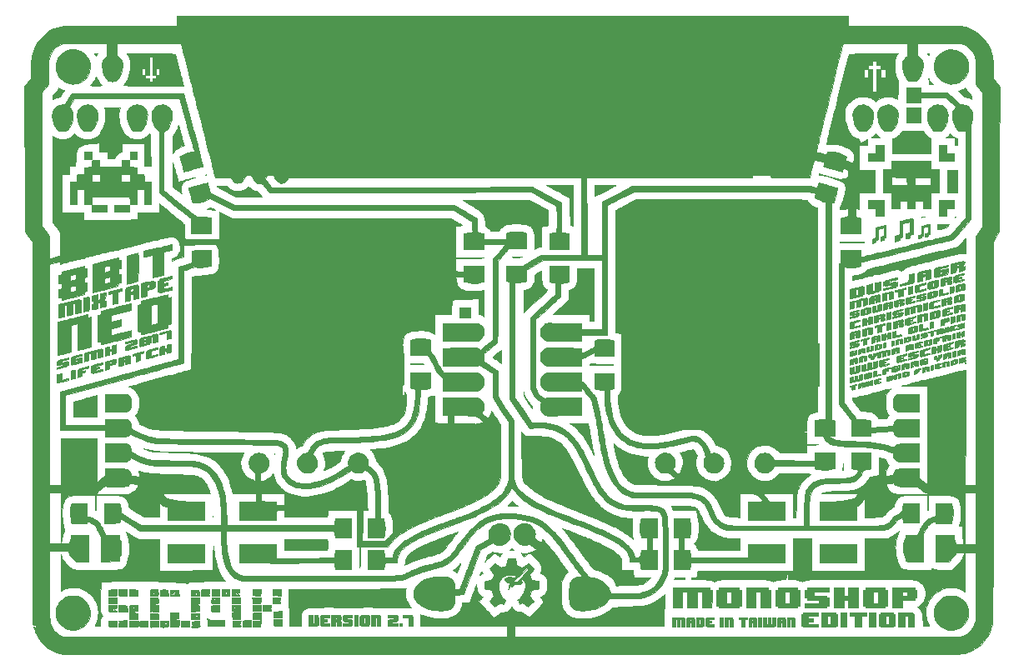
<source format=gbr>
G04 #@! TF.FileFunction,Soldermask,Top*
%FSLAX46Y46*%
G04 Gerber Fmt 4.6, Leading zero omitted, Abs format (unit mm)*
G04 Created by KiCad (PCBNEW 4.0.7-e0-6372~58~ubuntu16.04.1) date Mon Jul 31 18:46:46 2017*
%MOMM*%
%LPD*%
G01*
G04 APERTURE LIST*
%ADD10C,0.100000*%
%ADD11C,0.010000*%
%ADD12C,1.600000*%
%ADD13C,1.800000*%
%ADD14C,1.400000*%
G04 APERTURE END LIST*
D10*
D11*
G36*
X126213000Y-30726744D02*
X131901542Y-30733466D01*
X132486457Y-30734130D01*
X133030611Y-30734710D01*
X133535574Y-30735242D01*
X134002919Y-30735757D01*
X134434216Y-30736290D01*
X134831038Y-30736873D01*
X135194955Y-30737541D01*
X135527539Y-30738327D01*
X135830361Y-30739264D01*
X136104993Y-30740385D01*
X136353007Y-30741725D01*
X136575973Y-30743315D01*
X136775464Y-30745191D01*
X136953050Y-30747385D01*
X137110303Y-30749930D01*
X137248796Y-30752860D01*
X137370098Y-30756209D01*
X137475781Y-30760009D01*
X137567418Y-30764295D01*
X137646579Y-30769100D01*
X137714836Y-30774456D01*
X137773760Y-30780398D01*
X137824923Y-30786959D01*
X137869896Y-30794172D01*
X137910251Y-30802071D01*
X137947559Y-30810689D01*
X137983391Y-30820060D01*
X138019320Y-30830217D01*
X138056916Y-30841192D01*
X138097751Y-30853021D01*
X138143396Y-30865736D01*
X138145177Y-30866219D01*
X138495363Y-30982490D01*
X138834914Y-31137848D01*
X139160309Y-31329649D01*
X139468027Y-31555249D01*
X139754548Y-31812003D01*
X140016349Y-32097267D01*
X140249910Y-32408396D01*
X140299903Y-32484334D01*
X140435512Y-32718932D01*
X140561561Y-32981654D01*
X140672348Y-33258464D01*
X140762173Y-33535328D01*
X140817383Y-33758277D01*
X140838188Y-33866121D01*
X140855474Y-33974415D01*
X140869535Y-34088251D01*
X140880665Y-34212721D01*
X140889158Y-34352917D01*
X140895307Y-34513929D01*
X140899408Y-34700850D01*
X140901754Y-34918772D01*
X140902639Y-35172786D01*
X140902667Y-35234853D01*
X140902667Y-36075888D01*
X141560787Y-36952444D01*
X141545789Y-44287128D01*
X141530790Y-51621813D01*
X141206145Y-52128301D01*
X140881500Y-52634788D01*
X140881500Y-71788485D01*
X140881480Y-73007785D01*
X140881419Y-74185000D01*
X140881317Y-75320378D01*
X140881173Y-76414167D01*
X140880989Y-77466614D01*
X140880762Y-78477969D01*
X140880493Y-79448478D01*
X140880181Y-80378389D01*
X140879827Y-81267952D01*
X140879430Y-82117413D01*
X140878989Y-82927022D01*
X140878505Y-83697025D01*
X140877977Y-84427671D01*
X140877405Y-85119207D01*
X140876789Y-85771883D01*
X140876127Y-86385946D01*
X140875421Y-86961644D01*
X140874670Y-87499224D01*
X140873872Y-87998936D01*
X140873029Y-88461026D01*
X140872140Y-88885744D01*
X140871205Y-89273336D01*
X140870222Y-89624052D01*
X140869193Y-89938138D01*
X140868117Y-90215844D01*
X140866992Y-90457417D01*
X140865820Y-90663105D01*
X140864600Y-90833156D01*
X140863332Y-90967818D01*
X140862014Y-91067339D01*
X140860648Y-91131967D01*
X140859293Y-91161382D01*
X140798003Y-91565989D01*
X140698113Y-91954614D01*
X140560349Y-92325757D01*
X140385436Y-92677917D01*
X140174101Y-93009593D01*
X139927068Y-93319286D01*
X139703999Y-93550421D01*
X139403673Y-93808473D01*
X139082773Y-94029629D01*
X138742208Y-94213467D01*
X138382885Y-94359569D01*
X138005715Y-94467515D01*
X137611605Y-94536884D01*
X137553876Y-94543631D01*
X137526148Y-94544358D01*
X137456838Y-94545071D01*
X137346696Y-94545771D01*
X137196469Y-94546457D01*
X137006906Y-94547130D01*
X136778756Y-94547790D01*
X136512767Y-94548437D01*
X136209688Y-94549070D01*
X135870266Y-94549690D01*
X135495251Y-94550296D01*
X135085391Y-94550889D01*
X134641435Y-94551469D01*
X134164131Y-94552036D01*
X133654227Y-94552589D01*
X133112472Y-94553129D01*
X132539615Y-94553656D01*
X131936404Y-94554169D01*
X131303587Y-94554670D01*
X130641913Y-94555157D01*
X129952131Y-94555630D01*
X129234988Y-94556091D01*
X128491235Y-94556538D01*
X127721618Y-94556972D01*
X126926886Y-94557393D01*
X126107789Y-94557801D01*
X125265074Y-94558195D01*
X124399489Y-94558577D01*
X123511785Y-94558945D01*
X122602708Y-94559300D01*
X121673007Y-94559641D01*
X120723432Y-94559970D01*
X119754730Y-94560285D01*
X118767649Y-94560588D01*
X117762940Y-94560877D01*
X116741348Y-94561153D01*
X115703625Y-94561416D01*
X114650517Y-94561666D01*
X113582774Y-94561902D01*
X112501143Y-94562126D01*
X111406374Y-94562336D01*
X110299214Y-94562534D01*
X109180413Y-94562718D01*
X108050719Y-94562889D01*
X106910880Y-94563047D01*
X105761645Y-94563193D01*
X104603762Y-94563325D01*
X103437980Y-94563444D01*
X102265047Y-94563550D01*
X101085712Y-94563643D01*
X99900723Y-94563723D01*
X98710829Y-94563789D01*
X97516778Y-94563843D01*
X96319319Y-94563884D01*
X95119200Y-94563912D01*
X93917170Y-94563927D01*
X92713977Y-94563929D01*
X91510370Y-94563918D01*
X90307097Y-94563894D01*
X89104906Y-94563857D01*
X87904547Y-94563807D01*
X86706768Y-94563744D01*
X85512316Y-94563669D01*
X84321942Y-94563580D01*
X83136392Y-94563478D01*
X81956417Y-94563364D01*
X80782763Y-94563236D01*
X79616180Y-94563096D01*
X78457416Y-94562943D01*
X77307220Y-94562777D01*
X76166340Y-94562598D01*
X75035524Y-94562406D01*
X73915522Y-94562201D01*
X72807081Y-94561984D01*
X71710950Y-94561753D01*
X70627878Y-94561510D01*
X69558613Y-94561254D01*
X68503904Y-94560985D01*
X67464498Y-94560704D01*
X66441145Y-94560409D01*
X65434594Y-94560102D01*
X64445591Y-94559782D01*
X63474887Y-94559449D01*
X62523229Y-94559103D01*
X61591367Y-94558744D01*
X60680047Y-94558373D01*
X59790020Y-94557989D01*
X58922033Y-94557593D01*
X58076836Y-94557183D01*
X57255175Y-94556761D01*
X56457801Y-94556326D01*
X55685461Y-94555878D01*
X54938904Y-94555418D01*
X54218879Y-94554945D01*
X53526134Y-94554459D01*
X52861417Y-94553960D01*
X52225476Y-94553449D01*
X51619062Y-94552925D01*
X51042921Y-94552389D01*
X50497803Y-94551840D01*
X49984455Y-94551278D01*
X49503627Y-94550703D01*
X49056067Y-94550116D01*
X48642523Y-94549516D01*
X48263744Y-94548904D01*
X47920479Y-94548279D01*
X47613475Y-94547641D01*
X47343482Y-94546991D01*
X47111247Y-94546328D01*
X46917520Y-94545653D01*
X46763049Y-94544965D01*
X46648582Y-94544264D01*
X46574868Y-94543551D01*
X46542655Y-94542825D01*
X46541667Y-94542744D01*
X46195292Y-94484484D01*
X45848999Y-94389555D01*
X45513591Y-94261563D01*
X45199872Y-94104116D01*
X45161792Y-94081995D01*
X44853276Y-93875696D01*
X44565588Y-93634909D01*
X44302484Y-93363884D01*
X44067717Y-93066871D01*
X43865043Y-92748119D01*
X43709764Y-92438436D01*
X43674554Y-92353908D01*
X43635754Y-92253480D01*
X43596406Y-92145946D01*
X43559547Y-92040097D01*
X43528217Y-91944727D01*
X43505454Y-91868628D01*
X43494297Y-91820592D01*
X43493667Y-91813211D01*
X43510383Y-91812105D01*
X43554629Y-91829098D01*
X43617546Y-91860647D01*
X43631250Y-91868203D01*
X43706150Y-91907805D01*
X43750066Y-91922647D01*
X43767547Y-91910974D01*
X43763143Y-91871033D01*
X43748702Y-91822950D01*
X43730210Y-91761866D01*
X43709805Y-91687988D01*
X43705553Y-91671625D01*
X43682535Y-91581667D01*
X43436425Y-91581667D01*
X43407165Y-91438792D01*
X43405488Y-91425757D01*
X43403870Y-91402825D01*
X43402311Y-91369232D01*
X43400809Y-91324215D01*
X43399363Y-91267009D01*
X43397971Y-91196850D01*
X43396633Y-91112976D01*
X43395346Y-91014622D01*
X43394110Y-90901025D01*
X43392922Y-90771420D01*
X43391782Y-90625044D01*
X43390688Y-90461133D01*
X43389639Y-90278924D01*
X43388634Y-90077653D01*
X43387670Y-89856555D01*
X43386747Y-89614867D01*
X43385863Y-89351826D01*
X43385017Y-89066668D01*
X43384208Y-88758628D01*
X43383434Y-88426943D01*
X43382693Y-88070850D01*
X43381985Y-87689584D01*
X43381308Y-87282382D01*
X43380660Y-86848480D01*
X43380041Y-86387114D01*
X43379448Y-85897520D01*
X43378881Y-85378936D01*
X43378338Y-84830596D01*
X43377817Y-84251737D01*
X43377318Y-83641596D01*
X43376839Y-82999409D01*
X43376378Y-82324411D01*
X43375934Y-81615839D01*
X43375506Y-80872930D01*
X43375093Y-80094919D01*
X43374692Y-79281043D01*
X43374303Y-78430539D01*
X43374198Y-78183167D01*
X45102334Y-78183167D01*
X45102334Y-83305500D01*
X46224167Y-83305500D01*
X46224167Y-78283259D01*
X49884630Y-78283259D01*
X49888822Y-78303210D01*
X49902407Y-78318907D01*
X49929040Y-78330848D01*
X49972380Y-78339528D01*
X50036081Y-78345445D01*
X50123800Y-78349096D01*
X50239192Y-78350978D01*
X50385915Y-78351587D01*
X50567625Y-78351420D01*
X50787977Y-78350975D01*
X50790211Y-78350971D01*
X51015663Y-78350116D01*
X51258609Y-78348373D01*
X51508806Y-78345871D01*
X51756015Y-78342737D01*
X51989991Y-78339098D01*
X52200494Y-78335083D01*
X52351917Y-78331506D01*
X52564406Y-78325383D01*
X52739914Y-78318877D01*
X52883792Y-78311289D01*
X53001392Y-78301922D01*
X53098065Y-78290079D01*
X53179162Y-78275062D01*
X53250034Y-78256173D01*
X53316033Y-78232715D01*
X53382510Y-78203989D01*
X53402795Y-78194501D01*
X53567088Y-78097146D01*
X53721835Y-77968373D01*
X53854137Y-77818965D01*
X53857450Y-77814511D01*
X53911900Y-77736178D01*
X53967446Y-77648298D01*
X54018935Y-77560027D01*
X54061217Y-77480522D01*
X54089141Y-77418939D01*
X54097744Y-77387365D01*
X54078165Y-77374722D01*
X54023460Y-77356217D01*
X53940174Y-77333431D01*
X53834855Y-77307947D01*
X53714049Y-77281346D01*
X53584303Y-77255208D01*
X53452164Y-77231116D01*
X53447618Y-77230336D01*
X53315652Y-77207756D01*
X53193618Y-77332060D01*
X53152905Y-77373605D01*
X53116433Y-77408790D01*
X53080453Y-77438142D01*
X53041218Y-77462189D01*
X52994979Y-77481459D01*
X52937989Y-77496480D01*
X52866500Y-77507780D01*
X52776764Y-77515888D01*
X52665033Y-77521330D01*
X52527559Y-77524636D01*
X52360594Y-77526333D01*
X52160391Y-77526949D01*
X51923201Y-77527012D01*
X51809868Y-77527000D01*
X51571854Y-77526973D01*
X51372687Y-77526795D01*
X51208877Y-77526322D01*
X51076939Y-77525409D01*
X50973384Y-77523912D01*
X50894726Y-77521686D01*
X50837476Y-77518588D01*
X50798149Y-77514471D01*
X50773255Y-77509193D01*
X50759308Y-77502608D01*
X50752820Y-77494573D01*
X50750304Y-77484942D01*
X50750014Y-77483094D01*
X50743343Y-77473570D01*
X50725760Y-77476741D01*
X50693956Y-77495060D01*
X50644617Y-77530979D01*
X50574433Y-77586952D01*
X50480093Y-77665430D01*
X50358286Y-77768868D01*
X50319917Y-77801687D01*
X50188955Y-77914414D01*
X50087109Y-78003701D01*
X50010845Y-78073056D01*
X49956629Y-78125986D01*
X49920928Y-78165998D01*
X49900208Y-78196600D01*
X49890935Y-78221298D01*
X49889800Y-78228608D01*
X49886175Y-78258557D01*
X49884630Y-78283259D01*
X46224167Y-78283259D01*
X46224167Y-78183167D01*
X45102334Y-78183167D01*
X43374198Y-78183167D01*
X43373925Y-77542641D01*
X43373555Y-76616587D01*
X43373193Y-75651613D01*
X43372836Y-74646954D01*
X43372485Y-73601848D01*
X43372137Y-72515531D01*
X43371974Y-71991917D01*
X43366042Y-52687917D01*
X42974771Y-52171890D01*
X42583500Y-51655862D01*
X42583494Y-48562973D01*
X42583423Y-48204722D01*
X42583216Y-47808621D01*
X42582881Y-47379152D01*
X42582425Y-46920797D01*
X42581854Y-46438041D01*
X42581178Y-45935364D01*
X42580402Y-45417249D01*
X42579535Y-44888180D01*
X42578584Y-44352639D01*
X42577555Y-43815109D01*
X42576458Y-43280071D01*
X42575577Y-42878701D01*
X44317935Y-42878701D01*
X44317943Y-43323770D01*
X44318052Y-43770913D01*
X44318263Y-44218118D01*
X44318577Y-44663373D01*
X44318994Y-45104663D01*
X44319515Y-45539977D01*
X44320141Y-45967302D01*
X44320871Y-46384624D01*
X44321708Y-46789931D01*
X44322650Y-47181209D01*
X44323699Y-47556447D01*
X44324856Y-47913630D01*
X44326120Y-48250746D01*
X44327493Y-48565782D01*
X44328975Y-48856725D01*
X44330566Y-49121563D01*
X44332268Y-49358282D01*
X44332992Y-49446151D01*
X44347161Y-51093885D01*
X44724747Y-51592341D01*
X45102334Y-52090797D01*
X45102334Y-53230732D01*
X45102525Y-53489394D01*
X45103144Y-53708494D01*
X45104254Y-53890801D01*
X45105919Y-54039087D01*
X45108203Y-54156120D01*
X45111172Y-54244670D01*
X45114889Y-54307508D01*
X45119418Y-54347404D01*
X45124824Y-54367126D01*
X45128792Y-54370441D01*
X45155811Y-54365269D01*
X45217965Y-54350839D01*
X45309428Y-54328584D01*
X45424375Y-54299938D01*
X45556979Y-54266333D01*
X45673834Y-54236333D01*
X46192417Y-54102451D01*
X46197887Y-52935700D01*
X46203358Y-51768949D01*
X45801012Y-51228208D01*
X45398667Y-50687468D01*
X45398667Y-46316651D01*
X45398717Y-45889742D01*
X45398865Y-45474213D01*
X45399105Y-45072035D01*
X45399432Y-44685181D01*
X45399843Y-44315622D01*
X45400332Y-43965331D01*
X45400895Y-43636279D01*
X45401526Y-43330439D01*
X45402222Y-43049783D01*
X45402976Y-42796283D01*
X45403785Y-42571911D01*
X45404644Y-42378638D01*
X45405548Y-42218437D01*
X45406492Y-42093280D01*
X45407472Y-42005140D01*
X45408482Y-41955987D01*
X45409201Y-41945834D01*
X45430576Y-41957235D01*
X45475709Y-41986921D01*
X45526662Y-42022652D01*
X45694365Y-42123087D01*
X45880646Y-42195385D01*
X46089833Y-42240577D01*
X46326252Y-42259695D01*
X46514729Y-42257934D01*
X46753214Y-42235862D01*
X46962617Y-42188601D01*
X47149833Y-42113271D01*
X47321758Y-42006994D01*
X47485289Y-41866887D01*
X47510024Y-41842266D01*
X47651092Y-41699319D01*
X47800171Y-41849473D01*
X47961732Y-41989211D01*
X48141298Y-42098619D01*
X48347510Y-42182667D01*
X48415871Y-42203682D01*
X48535897Y-42228774D01*
X48685172Y-42245700D01*
X48851386Y-42254349D01*
X49022228Y-42254610D01*
X49185388Y-42246371D01*
X49328554Y-42229521D01*
X49409750Y-42212683D01*
X49588248Y-42154538D01*
X49757305Y-42078480D01*
X49903827Y-41990840D01*
X49965481Y-41943874D01*
X50104339Y-41805846D01*
X50237799Y-41631608D01*
X50362929Y-41427208D01*
X50476797Y-41198697D01*
X50576473Y-40952125D01*
X50659024Y-40693542D01*
X50721519Y-40428999D01*
X50734753Y-40356288D01*
X50751914Y-40247534D01*
X50763561Y-40150371D01*
X50770319Y-40053151D01*
X50772818Y-39944222D01*
X50771684Y-39811936D01*
X50769423Y-39712750D01*
X50763149Y-39539713D01*
X50753616Y-39400538D01*
X50739652Y-39286803D01*
X50720090Y-39190089D01*
X50693759Y-39101976D01*
X50678997Y-39061875D01*
X50677368Y-39052365D01*
X50683173Y-39044633D01*
X50700291Y-39038496D01*
X50732598Y-39033773D01*
X50783971Y-39030278D01*
X50858286Y-39027830D01*
X50959420Y-39026244D01*
X51091250Y-39025339D01*
X51257653Y-39024929D01*
X51462505Y-39024834D01*
X51462917Y-39024834D01*
X51667843Y-39024929D01*
X51834313Y-39025337D01*
X51966203Y-39026242D01*
X52067390Y-39027826D01*
X52141751Y-39030273D01*
X52193164Y-39033765D01*
X52225503Y-39038487D01*
X52242647Y-39044620D01*
X52248472Y-39052349D01*
X52246855Y-39061857D01*
X52246848Y-39061875D01*
X52163531Y-39335294D01*
X52118600Y-39625643D01*
X52112085Y-39931944D01*
X52144012Y-40253220D01*
X52205005Y-40551851D01*
X52303071Y-40887689D01*
X52419353Y-41185710D01*
X52554352Y-41446544D01*
X52708570Y-41670822D01*
X52882509Y-41859176D01*
X53076669Y-42012236D01*
X53291553Y-42130633D01*
X53526667Y-42214726D01*
X53628352Y-42234206D01*
X53760018Y-42247254D01*
X53909809Y-42253870D01*
X54065869Y-42254055D01*
X54216343Y-42247808D01*
X54349376Y-42235131D01*
X54453113Y-42216022D01*
X54458000Y-42214711D01*
X54678754Y-42135666D01*
X54876234Y-42024459D01*
X55058477Y-41876474D01*
X55075677Y-41859957D01*
X55242417Y-41697638D01*
X55336173Y-41829306D01*
X55355043Y-43378234D01*
X55357948Y-43631136D01*
X55360373Y-43872094D01*
X55362305Y-44097699D01*
X55363732Y-44304545D01*
X55364640Y-44489222D01*
X55365016Y-44648324D01*
X55364847Y-44778442D01*
X55364120Y-44876168D01*
X55362822Y-44938095D01*
X55361121Y-44960498D01*
X55350089Y-44973972D01*
X55324796Y-44983343D01*
X55278804Y-44989303D01*
X55205675Y-44992543D01*
X55098971Y-44993759D01*
X55051331Y-44993834D01*
X54754334Y-44993834D01*
X54754334Y-42686667D01*
X52448062Y-42686667D01*
X52442323Y-43100894D01*
X52436584Y-43515122D01*
X52330474Y-43551027D01*
X52146969Y-43634073D01*
X51987105Y-43749395D01*
X51855446Y-43893007D01*
X51763384Y-44046206D01*
X51695750Y-44188662D01*
X50965500Y-44189500D01*
X50965500Y-43491000D01*
X50161167Y-43491000D01*
X50161167Y-42620121D01*
X50050042Y-42632612D01*
X49999623Y-42637406D01*
X49913727Y-42644600D01*
X49799108Y-42653668D01*
X49662520Y-42664088D01*
X49510717Y-42675335D01*
X49350455Y-42686887D01*
X49346250Y-42687185D01*
X49184853Y-42699139D01*
X49030849Y-42711465D01*
X48891198Y-42723536D01*
X48772857Y-42734725D01*
X48682787Y-42744404D01*
X48627946Y-42751945D01*
X48627677Y-42751993D01*
X48432833Y-42807757D01*
X48257502Y-42899261D01*
X48105532Y-43022914D01*
X47980771Y-43175129D01*
X47887068Y-43352315D01*
X47843543Y-43483346D01*
X47833868Y-43535922D01*
X47822274Y-43623976D01*
X47809453Y-43740731D01*
X47796095Y-43879413D01*
X47782891Y-44033245D01*
X47770532Y-44195453D01*
X47769596Y-44208660D01*
X47758082Y-44369257D01*
X47746899Y-44520260D01*
X47736546Y-44655291D01*
X47727524Y-44767970D01*
X47720332Y-44851917D01*
X47715472Y-44900754D01*
X47715079Y-44903875D01*
X47703240Y-44993834D01*
X47070834Y-44993834D01*
X47070834Y-45777000D01*
X46372334Y-45777000D01*
X46372334Y-49671667D01*
X48573667Y-49671667D01*
X48573667Y-50473228D01*
X49806625Y-50481710D01*
X49996955Y-50482420D01*
X50211151Y-50482158D01*
X50445539Y-50481000D01*
X50696445Y-50479016D01*
X50960195Y-50476280D01*
X51233116Y-50472866D01*
X51511534Y-50468844D01*
X51791774Y-50464290D01*
X52070163Y-50459274D01*
X52343028Y-50453870D01*
X52606694Y-50448152D01*
X52857488Y-50442191D01*
X53091735Y-50436060D01*
X53305762Y-50429833D01*
X53495896Y-50423582D01*
X53658462Y-50417380D01*
X53789786Y-50411299D01*
X53886195Y-50405414D01*
X53944015Y-50399795D01*
X53944709Y-50399693D01*
X54013500Y-50389415D01*
X54013500Y-49671667D01*
X56279374Y-49671667D01*
X56264790Y-49232866D01*
X56250207Y-48794064D01*
X56354228Y-48880107D01*
X56487050Y-48989605D01*
X56638548Y-49113866D01*
X56804808Y-49249726D01*
X56981913Y-49394023D01*
X57165950Y-49543591D01*
X57353004Y-49695268D01*
X57539158Y-49845889D01*
X57720499Y-49992291D01*
X57893112Y-50131310D01*
X58053080Y-50259783D01*
X58196490Y-50374545D01*
X58319426Y-50472432D01*
X58417974Y-50550282D01*
X58488218Y-50604930D01*
X58495542Y-50610528D01*
X58562026Y-50662508D01*
X58601429Y-50699870D01*
X58620815Y-50733017D01*
X58627249Y-50772352D01*
X58627834Y-50805321D01*
X58629790Y-50866326D01*
X58642597Y-50893032D01*
X58676658Y-50893471D01*
X58725300Y-50880566D01*
X58790737Y-50861799D01*
X58804465Y-51192775D01*
X58809585Y-51340941D01*
X58813878Y-51512068D01*
X58816945Y-51686782D01*
X58818389Y-51845714D01*
X58818447Y-51873000D01*
X58819376Y-52000410D01*
X58821773Y-52122195D01*
X58825325Y-52228002D01*
X58829721Y-52307478D01*
X58832364Y-52336038D01*
X58846027Y-52449825D01*
X60551972Y-52435125D01*
X60817668Y-52432711D01*
X61071586Y-52430163D01*
X61310479Y-52427527D01*
X61531096Y-52424850D01*
X61730191Y-52422180D01*
X61904514Y-52419563D01*
X62050818Y-52417047D01*
X62165853Y-52414679D01*
X62246371Y-52412506D01*
X62289124Y-52410574D01*
X62294959Y-52409870D01*
X62302379Y-52405787D01*
X62308740Y-52396062D01*
X62314122Y-52377657D01*
X62318608Y-52347537D01*
X62322278Y-52302664D01*
X62325213Y-52240004D01*
X62327494Y-52156520D01*
X62329203Y-52049174D01*
X62330421Y-51914932D01*
X62331228Y-51750756D01*
X62331706Y-51553611D01*
X62331937Y-51320460D01*
X62332000Y-51048267D01*
X62332000Y-49647783D01*
X62953768Y-49966642D01*
X63575536Y-50285500D01*
X85868993Y-50285500D01*
X86414205Y-50616842D01*
X86552208Y-50700980D01*
X86679201Y-50778917D01*
X86790458Y-50847714D01*
X86881254Y-50904430D01*
X86946866Y-50946126D01*
X86982568Y-50969861D01*
X86987040Y-50973305D01*
X86991933Y-50986724D01*
X86970493Y-50998470D01*
X86917418Y-51010223D01*
X86828290Y-51023539D01*
X86716212Y-51038760D01*
X86594372Y-51055489D01*
X86487333Y-51070352D01*
X86477875Y-51071678D01*
X86313834Y-51094704D01*
X86313834Y-54264834D01*
X87763750Y-54264834D01*
X88049395Y-54264918D01*
X88295558Y-54265212D01*
X88505090Y-54265779D01*
X88680840Y-54266681D01*
X88825661Y-54267981D01*
X88942402Y-54269740D01*
X89033914Y-54272021D01*
X89103049Y-54274888D01*
X89152657Y-54278401D01*
X89185588Y-54282624D01*
X89204694Y-54287619D01*
X89212825Y-54293448D01*
X89213667Y-54296584D01*
X89209823Y-54302817D01*
X89196398Y-54308193D01*
X89170550Y-54312771D01*
X89129440Y-54316615D01*
X89070227Y-54319785D01*
X88990070Y-54322343D01*
X88886129Y-54324352D01*
X88755563Y-54325873D01*
X88595532Y-54326968D01*
X88403194Y-54327698D01*
X88175711Y-54328125D01*
X87910240Y-54328311D01*
X87753167Y-54328334D01*
X86292667Y-54328334D01*
X86295246Y-54629959D01*
X86297034Y-54761436D01*
X86300205Y-54918651D01*
X86304368Y-55085045D01*
X86309131Y-55244059D01*
X86311121Y-55302000D01*
X86324417Y-55672417D01*
X86641917Y-55697015D01*
X86762818Y-55705983D01*
X86877312Y-55713759D01*
X86974703Y-55719666D01*
X87044297Y-55723026D01*
X87059959Y-55723473D01*
X87160500Y-55725334D01*
X87160500Y-55153834D01*
X89171334Y-55153834D01*
X89171334Y-56718466D01*
X89034815Y-56760632D01*
X88722705Y-56837099D01*
X88400837Y-56876215D01*
X88066880Y-56877957D01*
X87718503Y-56842300D01*
X87353376Y-56769220D01*
X87248283Y-56742173D01*
X87161920Y-56718917D01*
X87155918Y-56492000D01*
X87149917Y-56265084D01*
X86751766Y-56236373D01*
X86626657Y-56227812D01*
X86516757Y-56221170D01*
X86428757Y-56216779D01*
X86369350Y-56214972D01*
X86345226Y-56216080D01*
X86345104Y-56216175D01*
X86343455Y-56239316D01*
X86345164Y-56296224D01*
X86349839Y-56378498D01*
X86357088Y-56477739D01*
X86357612Y-56484249D01*
X86386381Y-56715829D01*
X86433531Y-56913396D01*
X86501130Y-57082004D01*
X86591246Y-57226704D01*
X86705947Y-57352547D01*
X86717254Y-57362858D01*
X86846072Y-57460670D01*
X86993796Y-57537385D01*
X87166263Y-57595125D01*
X87369308Y-57636013D01*
X87518722Y-57654390D01*
X87634585Y-57662562D01*
X87777031Y-57667447D01*
X87939402Y-57669280D01*
X88115042Y-57668291D01*
X88297296Y-57664712D01*
X88479505Y-57658776D01*
X88655013Y-57650714D01*
X88817164Y-57640759D01*
X88959301Y-57629142D01*
X89074767Y-57616096D01*
X89156906Y-57601853D01*
X89176625Y-57596604D01*
X89184049Y-57596111D01*
X89190412Y-57601564D01*
X89195795Y-57615955D01*
X89200280Y-57642277D01*
X89203948Y-57683522D01*
X89206881Y-57742684D01*
X89209159Y-57822753D01*
X89210866Y-57926723D01*
X89212081Y-58057585D01*
X89212888Y-58218334D01*
X89213366Y-58411960D01*
X89213598Y-58641456D01*
X89213666Y-58909814D01*
X89213667Y-58956504D01*
X89213667Y-60327861D01*
X89080806Y-60196180D01*
X89016360Y-60133301D01*
X88970650Y-60094512D01*
X88932449Y-60073996D01*
X88890534Y-60065932D01*
X88833682Y-60064502D01*
X88826806Y-60064500D01*
X88705667Y-60064500D01*
X88705667Y-58436728D01*
X88531042Y-58447327D01*
X88477101Y-58450236D01*
X88385404Y-58454751D01*
X88260488Y-58460666D01*
X88106892Y-58467773D01*
X87929152Y-58475864D01*
X87731808Y-58484734D01*
X87519397Y-58494173D01*
X87296456Y-58503976D01*
X87162232Y-58509829D01*
X86941742Y-58519499D01*
X86734304Y-58528767D01*
X86543704Y-58537451D01*
X86373725Y-58545371D01*
X86228150Y-58552347D01*
X86110764Y-58558198D01*
X86025350Y-58562743D01*
X85975693Y-58565802D01*
X85964198Y-58566990D01*
X85962044Y-58588626D01*
X85957839Y-58647217D01*
X85951920Y-58737454D01*
X85944624Y-58854028D01*
X85936288Y-58991629D01*
X85927251Y-59144946D01*
X85924865Y-59186084D01*
X85915190Y-59350552D01*
X85905624Y-59507855D01*
X85896607Y-59651121D01*
X85888583Y-59773484D01*
X85881993Y-59868073D01*
X85877277Y-59928021D01*
X85876892Y-59932209D01*
X85864402Y-60064500D01*
X84197167Y-60064500D01*
X84197167Y-62036557D01*
X84114318Y-61970940D01*
X83962026Y-61874145D01*
X83774306Y-61797087D01*
X83550816Y-61739722D01*
X83291214Y-61702005D01*
X82995160Y-61683893D01*
X82662311Y-61685342D01*
X82292325Y-61706307D01*
X82154584Y-61718193D01*
X81952828Y-61741162D01*
X81785486Y-61770533D01*
X81644795Y-61809028D01*
X81522995Y-61859368D01*
X81412326Y-61924275D01*
X81305027Y-62006472D01*
X81286056Y-62022802D01*
X81174925Y-62139398D01*
X81089118Y-62275112D01*
X81026529Y-62435069D01*
X80985051Y-62624392D01*
X80965500Y-62802569D01*
X80956861Y-62889135D01*
X80945316Y-62960174D01*
X80932852Y-63004594D01*
X80927898Y-63012573D01*
X80917257Y-63034015D01*
X80913925Y-63075303D01*
X80918281Y-63141585D01*
X80930707Y-63238010D01*
X80951582Y-63369725D01*
X80956379Y-63398250D01*
X80972322Y-63513970D01*
X80988038Y-63671035D01*
X81003472Y-63868454D01*
X81018572Y-64105240D01*
X81033285Y-64380403D01*
X81047558Y-64692955D01*
X81061337Y-65041906D01*
X81074570Y-65426268D01*
X81086544Y-65821834D01*
X81093557Y-66098729D01*
X81097419Y-66336693D01*
X81097765Y-66539033D01*
X81094233Y-66709061D01*
X81086458Y-66850085D01*
X81074078Y-66965414D01*
X81056728Y-67058358D01*
X81034046Y-67132227D01*
X81005667Y-67190329D01*
X80971228Y-67235974D01*
X80930365Y-67272472D01*
X80926893Y-67275034D01*
X80872455Y-67314689D01*
X80859299Y-67785345D01*
X80846144Y-68256000D01*
X81125537Y-68256000D01*
X81113527Y-68102542D01*
X81101516Y-67949084D01*
X81209047Y-68065500D01*
X81316579Y-68181917D01*
X81317467Y-68541750D01*
X81311119Y-68900631D01*
X81289777Y-69222651D01*
X81252796Y-69510776D01*
X81199530Y-69767974D01*
X81129334Y-69997210D01*
X81041562Y-70201452D01*
X80935569Y-70383666D01*
X80908085Y-70423417D01*
X80833252Y-70518090D01*
X80738014Y-70623395D01*
X80630045Y-70732221D01*
X80517020Y-70837459D01*
X80406614Y-70931998D01*
X80306500Y-71008728D01*
X80224352Y-71060539D01*
X80215657Y-71064944D01*
X80093068Y-71118419D01*
X79936930Y-71176503D01*
X79755440Y-71236775D01*
X79556793Y-71296815D01*
X79349188Y-71354200D01*
X79140820Y-71406510D01*
X78939885Y-71451323D01*
X78842000Y-71470684D01*
X78628601Y-71506237D01*
X78379415Y-71539832D01*
X78100967Y-71570859D01*
X77799781Y-71598713D01*
X77482382Y-71622784D01*
X77155295Y-71642465D01*
X76848705Y-71656276D01*
X76711119Y-71661849D01*
X76610145Y-71667210D01*
X76540074Y-71673095D01*
X76495195Y-71680240D01*
X76469798Y-71689381D01*
X76458173Y-71701254D01*
X76456116Y-71706869D01*
X76451744Y-71714448D01*
X76440787Y-71720968D01*
X76420088Y-71726548D01*
X76386493Y-71731307D01*
X76336845Y-71735365D01*
X76267990Y-71738842D01*
X76176772Y-71741857D01*
X76060036Y-71744529D01*
X75914626Y-71746978D01*
X75737386Y-71749323D01*
X75525162Y-71751684D01*
X75274797Y-71754180D01*
X75183699Y-71755050D01*
X74884153Y-71758122D01*
X74621726Y-71761401D01*
X74391203Y-71765082D01*
X74187371Y-71769360D01*
X74005015Y-71774428D01*
X73838921Y-71780479D01*
X73683873Y-71787709D01*
X73534659Y-71796312D01*
X73386063Y-71806480D01*
X73232871Y-71818409D01*
X73069870Y-71832292D01*
X73042334Y-71834725D01*
X72861932Y-71853181D01*
X72711503Y-71874957D01*
X72578688Y-71902769D01*
X72451132Y-71939333D01*
X72316475Y-71987365D01*
X72275918Y-72003199D01*
X71948922Y-72153066D01*
X71651569Y-72331460D01*
X71384929Y-72537480D01*
X71150073Y-72770223D01*
X70948071Y-73028787D01*
X70827029Y-73224236D01*
X70777988Y-73302486D01*
X70733944Y-73355144D01*
X70705277Y-73374168D01*
X70651976Y-73393955D01*
X70574146Y-73430308D01*
X70483046Y-73477178D01*
X70389930Y-73528515D01*
X70306057Y-73578267D01*
X70242681Y-73620386D01*
X70231820Y-73628648D01*
X70148580Y-73694576D01*
X70101025Y-73514560D01*
X70012513Y-73256634D01*
X69888317Y-73011235D01*
X69733176Y-72786318D01*
X69551827Y-72589835D01*
X69548239Y-72586504D01*
X69320625Y-72402040D01*
X69077759Y-72255224D01*
X68822245Y-72147321D01*
X68556690Y-72079596D01*
X68480917Y-72068009D01*
X68387184Y-72057453D01*
X68268807Y-72047168D01*
X68124828Y-72037128D01*
X67954288Y-72027310D01*
X67756229Y-72017690D01*
X67529693Y-72008243D01*
X67273720Y-71998946D01*
X66987354Y-71989775D01*
X66669634Y-71980705D01*
X66319603Y-71971712D01*
X65936302Y-71962773D01*
X65518773Y-71953862D01*
X65066057Y-71944957D01*
X64577196Y-71936033D01*
X64051232Y-71927066D01*
X63487205Y-71918032D01*
X62884158Y-71908907D01*
X62241133Y-71899667D01*
X61557169Y-71890288D01*
X61231334Y-71885957D01*
X60686711Y-71878640D01*
X60182490Y-71871547D01*
X59716741Y-71864623D01*
X59287533Y-71857812D01*
X58892937Y-71851062D01*
X58531021Y-71844315D01*
X58199855Y-71837518D01*
X57897508Y-71830616D01*
X57622052Y-71823554D01*
X57371554Y-71816277D01*
X57144085Y-71808731D01*
X56937714Y-71800859D01*
X56750512Y-71792609D01*
X56580547Y-71783924D01*
X56425889Y-71774751D01*
X56284608Y-71765034D01*
X56154773Y-71754718D01*
X56034455Y-71743749D01*
X55960834Y-71736284D01*
X55738642Y-71709984D01*
X55545816Y-71679793D01*
X55370878Y-71642600D01*
X55202348Y-71595294D01*
X55028751Y-71534764D01*
X54838607Y-71457898D01*
X54683848Y-71390172D01*
X54535632Y-71323720D01*
X54421462Y-71271967D01*
X54336732Y-71232342D01*
X54276839Y-71202268D01*
X54237178Y-71179173D01*
X54213147Y-71160482D01*
X54200141Y-71143621D01*
X54193557Y-71126016D01*
X54190889Y-71114557D01*
X54132940Y-70911243D01*
X54050361Y-70708063D01*
X53950245Y-70521006D01*
X53883430Y-70421427D01*
X53800498Y-70309167D01*
X53883430Y-70196907D01*
X54013669Y-69986486D01*
X54114833Y-69749698D01*
X54185532Y-69492201D01*
X54224381Y-69219651D01*
X54229990Y-68937703D01*
X54221998Y-68816728D01*
X54180409Y-68552661D01*
X54107111Y-68305989D01*
X54004387Y-68080058D01*
X53874524Y-67878214D01*
X53719807Y-67703803D01*
X53542521Y-67560173D01*
X53344952Y-67450669D01*
X53267869Y-67419725D01*
X53135084Y-67371588D01*
X53230334Y-67346218D01*
X53319776Y-67322223D01*
X53445439Y-67288255D01*
X53604102Y-67245196D01*
X53792546Y-67193930D01*
X54007552Y-67135339D01*
X54245901Y-67070304D01*
X54504371Y-66999710D01*
X54779745Y-66924438D01*
X55068802Y-66845372D01*
X55368324Y-66763393D01*
X55675089Y-66679384D01*
X55985880Y-66594228D01*
X56297475Y-66508808D01*
X56606657Y-66424005D01*
X56910205Y-66340703D01*
X57204900Y-66259784D01*
X57487521Y-66182131D01*
X57754851Y-66108627D01*
X58003669Y-66040153D01*
X58230755Y-65977593D01*
X58432890Y-65921829D01*
X58606855Y-65873743D01*
X58749430Y-65834219D01*
X58857395Y-65804139D01*
X58924167Y-65785343D01*
X59506250Y-65619756D01*
X59522147Y-62466420D01*
X59524195Y-62072092D01*
X59526400Y-61669156D01*
X59528735Y-61261723D01*
X59531173Y-60853905D01*
X59533685Y-60449816D01*
X59536244Y-60053568D01*
X59538821Y-59669273D01*
X59541390Y-59301043D01*
X59543922Y-58952991D01*
X59546389Y-58629230D01*
X59548764Y-58333871D01*
X59551020Y-58071028D01*
X59553127Y-57844812D01*
X59553897Y-57767917D01*
X59569750Y-56222750D01*
X59717917Y-56197697D01*
X59769383Y-56189570D01*
X59831877Y-56180891D01*
X59909387Y-56171225D01*
X60005899Y-56160139D01*
X60125401Y-56147198D01*
X60271879Y-56131970D01*
X60449322Y-56114019D01*
X60661716Y-56092912D01*
X60860917Y-56073322D01*
X61111857Y-56045341D01*
X61328180Y-56014095D01*
X61507312Y-55980009D01*
X61644084Y-55944325D01*
X61795999Y-55878793D01*
X61940019Y-55783765D01*
X62062340Y-55669145D01*
X62108736Y-55610864D01*
X62160535Y-55532505D01*
X62203206Y-55453585D01*
X62237472Y-55369307D01*
X62264056Y-55274872D01*
X62283679Y-55165483D01*
X62297064Y-55036341D01*
X62304932Y-54882647D01*
X62308006Y-54699605D01*
X62307009Y-54482415D01*
X62304344Y-54311203D01*
X62299376Y-54090076D01*
X62293048Y-53905881D01*
X62284705Y-53753223D01*
X62273697Y-53626704D01*
X62259371Y-53520931D01*
X62241073Y-53430506D01*
X62218152Y-53350035D01*
X62189955Y-53274122D01*
X62174591Y-53238250D01*
X62130683Y-53155144D01*
X62076818Y-53074546D01*
X62039898Y-53030399D01*
X61961584Y-52949549D01*
X60448167Y-52962342D01*
X60195718Y-52964620D01*
X59953359Y-52967086D01*
X59724778Y-52969685D01*
X59513662Y-52972362D01*
X59323698Y-52975062D01*
X59158573Y-52977730D01*
X59021975Y-52980312D01*
X58917589Y-52982753D01*
X58849105Y-52984997D01*
X58823625Y-52986507D01*
X58712500Y-52997880D01*
X58712500Y-54191202D01*
X58098667Y-54395544D01*
X57484833Y-54599887D01*
X57484833Y-54497561D01*
X57484834Y-54395236D01*
X57595959Y-54358883D01*
X57805891Y-54271456D01*
X57983123Y-54157279D01*
X58127531Y-54016472D01*
X58238989Y-53849155D01*
X58314745Y-53664124D01*
X58333269Y-53585732D01*
X58347891Y-53488946D01*
X58358328Y-53382311D01*
X58364296Y-53274376D01*
X58365512Y-53173685D01*
X58361692Y-53088788D01*
X58352551Y-53028229D01*
X58337806Y-53000556D01*
X58336792Y-53000146D01*
X58319395Y-52973931D01*
X58310249Y-52915771D01*
X58309483Y-52892528D01*
X58288199Y-52753326D01*
X58230511Y-52615799D01*
X58142105Y-52486153D01*
X58028670Y-52370593D01*
X57895890Y-52275326D01*
X57749453Y-52206557D01*
X57657076Y-52180529D01*
X57615342Y-52171531D01*
X57577336Y-52163492D01*
X57540860Y-52156864D01*
X57503718Y-52152102D01*
X57463711Y-52149660D01*
X57418642Y-52149992D01*
X57366314Y-52153552D01*
X57304529Y-52160793D01*
X57231091Y-52172170D01*
X57143801Y-52188137D01*
X57040462Y-52209148D01*
X56918877Y-52235656D01*
X56776849Y-52268116D01*
X56612180Y-52306982D01*
X56422672Y-52352707D01*
X56206128Y-52405746D01*
X55960352Y-52466552D01*
X55683145Y-52535580D01*
X55372310Y-52613284D01*
X55025649Y-52700117D01*
X54640966Y-52796534D01*
X54479167Y-52837080D01*
X54118892Y-52927334D01*
X53797472Y-53007832D01*
X53512709Y-53079156D01*
X53262404Y-53141886D01*
X53044361Y-53196604D01*
X52856382Y-53243889D01*
X52696269Y-53284324D01*
X52561824Y-53318490D01*
X52450849Y-53346965D01*
X52361148Y-53370333D01*
X52290521Y-53389174D01*
X52236773Y-53404067D01*
X52197704Y-53415596D01*
X52171117Y-53424339D01*
X52154815Y-53430879D01*
X52146599Y-53435796D01*
X52144273Y-53439671D01*
X52145638Y-53443084D01*
X52148497Y-53446618D01*
X52150651Y-53450852D01*
X52150834Y-53452492D01*
X52139819Y-53468460D01*
X52102333Y-53477674D01*
X52031713Y-53481401D01*
X51997375Y-53481643D01*
X51955845Y-53483290D01*
X51904253Y-53488740D01*
X51839150Y-53498738D01*
X51757088Y-53514027D01*
X51654618Y-53535352D01*
X51528293Y-53563458D01*
X51374664Y-53599089D01*
X51190283Y-53642989D01*
X50971701Y-53695903D01*
X50722084Y-53756952D01*
X50492392Y-53813307D01*
X50260060Y-53870273D01*
X50031184Y-53926360D01*
X49811858Y-53980075D01*
X49608178Y-54029926D01*
X49426238Y-54074420D01*
X49272134Y-54112065D01*
X49151960Y-54141370D01*
X49134584Y-54145600D01*
X48983298Y-54182747D01*
X48868286Y-54212040D01*
X48784571Y-54235150D01*
X48727179Y-54253748D01*
X48691134Y-54269503D01*
X48671460Y-54284086D01*
X48663183Y-54299167D01*
X48662153Y-54304207D01*
X48649780Y-54334603D01*
X48616728Y-54347483D01*
X48574298Y-54349500D01*
X48520302Y-54353105D01*
X48437015Y-54362863D01*
X48336765Y-54377189D01*
X48252979Y-54390815D01*
X48159925Y-54408779D01*
X48032895Y-54436157D01*
X47878762Y-54471240D01*
X47704395Y-54512320D01*
X47516666Y-54557690D01*
X47322446Y-54605641D01*
X47128607Y-54654465D01*
X46942018Y-54702454D01*
X46769551Y-54747901D01*
X46618077Y-54789097D01*
X46494467Y-54824334D01*
X46429844Y-54844017D01*
X46203000Y-54916005D01*
X46203000Y-54778655D01*
X46200645Y-54701062D01*
X46192840Y-54660232D01*
X46178471Y-54650813D01*
X46176542Y-54651426D01*
X46149520Y-54659256D01*
X46087280Y-54676007D01*
X45995627Y-54700160D01*
X45880368Y-54730192D01*
X45747308Y-54764581D01*
X45626208Y-54795676D01*
X45102333Y-54929803D01*
X45102333Y-66164901D01*
X45102334Y-77400000D01*
X46224167Y-77400000D01*
X46224167Y-72663404D01*
X46716292Y-72650958D01*
X46828234Y-72648529D01*
X46976971Y-72645925D01*
X47156967Y-72643213D01*
X47362683Y-72640462D01*
X47588583Y-72637737D01*
X47829128Y-72635106D01*
X48078783Y-72632637D01*
X48332008Y-72630396D01*
X48547209Y-72628712D01*
X49886000Y-72618913D01*
X49886000Y-72966873D01*
X49887254Y-73104215D01*
X49890886Y-73209818D01*
X49896702Y-73280480D01*
X49904505Y-73312996D01*
X49907167Y-73314834D01*
X49912635Y-73335053D01*
X49917314Y-73391937D01*
X49921205Y-73479823D01*
X49924307Y-73593051D01*
X49926620Y-73725958D01*
X49928144Y-73872884D01*
X49928880Y-74028165D01*
X49928827Y-74186142D01*
X49927986Y-74341152D01*
X49926355Y-74487533D01*
X49923936Y-74619624D01*
X49920729Y-74731764D01*
X49916732Y-74818290D01*
X49911947Y-74873542D01*
X49907167Y-74891750D01*
X49903576Y-74914280D01*
X49900234Y-74974097D01*
X49897163Y-75066422D01*
X49894384Y-75186474D01*
X49891920Y-75329470D01*
X49889792Y-75490631D01*
X49888022Y-75665175D01*
X49886631Y-75848321D01*
X49885642Y-76035288D01*
X49885077Y-76221296D01*
X49884956Y-76401562D01*
X49885302Y-76571307D01*
X49886137Y-76725749D01*
X49887483Y-76860108D01*
X49889360Y-76969601D01*
X49891792Y-77049449D01*
X49894799Y-77094869D01*
X49897084Y-77103667D01*
X49915459Y-77090438D01*
X49961556Y-77053161D01*
X50031052Y-76995453D01*
X50119624Y-76920926D01*
X50222951Y-76833198D01*
X50331001Y-76740782D01*
X50501721Y-76594266D01*
X52069328Y-76594266D01*
X52079089Y-76712834D01*
X52110317Y-76800503D01*
X52181374Y-76902411D01*
X52276938Y-76973582D01*
X52389376Y-77010830D01*
X52511052Y-77010967D01*
X52576300Y-76995028D01*
X52668519Y-76945584D01*
X52751354Y-76868058D01*
X52811686Y-76776167D01*
X52828799Y-76730993D01*
X52843963Y-76606388D01*
X52821602Y-76490357D01*
X52766457Y-76389116D01*
X52683272Y-76308882D01*
X52576788Y-76255872D01*
X52451747Y-76236300D01*
X52451407Y-76236298D01*
X52330882Y-76254507D01*
X52228408Y-76306029D01*
X52147990Y-76384243D01*
X52093629Y-76482529D01*
X52069328Y-76594266D01*
X50501721Y-76594266D01*
X50753834Y-76377897D01*
X50753834Y-75726731D01*
X51849209Y-75732574D01*
X52093475Y-75733947D01*
X52299067Y-75735339D01*
X52469644Y-75736895D01*
X52608865Y-75738760D01*
X52720389Y-75741080D01*
X52807875Y-75744001D01*
X52874982Y-75747668D01*
X52925369Y-75752225D01*
X52962695Y-75757820D01*
X52990618Y-75764597D01*
X53012799Y-75772702D01*
X53027206Y-75779411D01*
X53145629Y-75859453D01*
X53243394Y-75967464D01*
X53314359Y-76093871D01*
X53352381Y-76229100D01*
X53357127Y-76293639D01*
X53356982Y-76342459D01*
X53360896Y-76375942D01*
X53375713Y-76398255D01*
X53408278Y-76413565D01*
X53465435Y-76426041D01*
X53554028Y-76439850D01*
X53611334Y-76448418D01*
X53702229Y-76463742D01*
X53816458Y-76485275D01*
X53936134Y-76509570D01*
X54000470Y-76523451D01*
X54092879Y-76543867D01*
X54168217Y-76560398D01*
X54218043Y-76571199D01*
X54234078Y-76574500D01*
X54233876Y-76555110D01*
X54230457Y-76503682D01*
X54224515Y-76430329D01*
X54222780Y-76410459D01*
X54210115Y-76304182D01*
X54191061Y-76187922D01*
X54168397Y-76075857D01*
X54144899Y-75982164D01*
X54129910Y-75936306D01*
X54127985Y-75919841D01*
X54144572Y-75916729D01*
X54186737Y-75927840D01*
X54255279Y-75951766D01*
X54477421Y-76021935D01*
X54734519Y-76084657D01*
X55019636Y-76138606D01*
X55325839Y-76182459D01*
X55622167Y-76212912D01*
X55770767Y-76224344D01*
X55940430Y-76235407D01*
X56133882Y-76246221D01*
X56353848Y-76256903D01*
X56603054Y-76267571D01*
X56884225Y-76278344D01*
X57200087Y-76289339D01*
X57553365Y-76300675D01*
X57865834Y-76310100D01*
X58211321Y-76320617D01*
X58517354Y-76330740D01*
X58786805Y-76340661D01*
X59022549Y-76350575D01*
X59227460Y-76360675D01*
X59404412Y-76371156D01*
X59556278Y-76382209D01*
X59685934Y-76394030D01*
X59796252Y-76406812D01*
X59890106Y-76420748D01*
X59970372Y-76436033D01*
X60039923Y-76452860D01*
X60057614Y-76457801D01*
X60128314Y-76485560D01*
X60222238Y-76532729D01*
X60328894Y-76593118D01*
X60437792Y-76660536D01*
X60538441Y-76728794D01*
X60612755Y-76785376D01*
X60723353Y-76893962D01*
X60837309Y-77038307D01*
X60951126Y-77212394D01*
X61061308Y-77410208D01*
X61164359Y-77625731D01*
X61256783Y-77852949D01*
X61294168Y-77957978D01*
X61326687Y-78055073D01*
X61353497Y-78137831D01*
X61371964Y-78197920D01*
X61379454Y-78227011D01*
X61379500Y-78227763D01*
X61358721Y-78230414D01*
X61297934Y-78233025D01*
X61199463Y-78235572D01*
X61065635Y-78238034D01*
X60898773Y-78240386D01*
X60701204Y-78242604D01*
X60475252Y-78244667D01*
X60223243Y-78246549D01*
X59947501Y-78248228D01*
X59650351Y-78249681D01*
X59334119Y-78250885D01*
X59001131Y-78251815D01*
X58977583Y-78251868D01*
X56575667Y-78257250D01*
X56709679Y-78426584D01*
X56777435Y-78510612D01*
X56846129Y-78593164D01*
X56904909Y-78661296D01*
X56926137Y-78684777D01*
X57008584Y-78773637D01*
X58278584Y-79039081D01*
X59553875Y-79045967D01*
X60829167Y-79052854D01*
X60829167Y-80934834D01*
X57103834Y-80934834D01*
X57103834Y-79607270D01*
X56627584Y-79513580D01*
X56236000Y-79125920D01*
X56236000Y-80617334D01*
X54620539Y-80617334D01*
X54110645Y-80295974D01*
X53965346Y-80204106D01*
X53819642Y-80111449D01*
X53680937Y-80022750D01*
X53556638Y-79942759D01*
X53454151Y-79876225D01*
X53386755Y-79831822D01*
X53172760Y-79689030D01*
X53147744Y-79493966D01*
X53102078Y-79257940D01*
X53028903Y-79053646D01*
X52926839Y-78879507D01*
X52794510Y-78733950D01*
X52630536Y-78615398D01*
X52433539Y-78522277D01*
X52246084Y-78463711D01*
X52210664Y-78456354D01*
X52164080Y-78450007D01*
X52102890Y-78444558D01*
X52023653Y-78439896D01*
X51922927Y-78435910D01*
X51797273Y-78432487D01*
X51643249Y-78429518D01*
X51457414Y-78426890D01*
X51236327Y-78424492D01*
X50976548Y-78422212D01*
X50960209Y-78422081D01*
X49801334Y-78412828D01*
X49801334Y-79186997D01*
X49801100Y-79363299D01*
X49800437Y-79525507D01*
X49799396Y-79668937D01*
X49798033Y-79788902D01*
X49796399Y-79880716D01*
X49794549Y-79939695D01*
X49792537Y-79961152D01*
X49792481Y-79961167D01*
X49767600Y-79954582D01*
X49750148Y-79948319D01*
X49741291Y-79941133D01*
X49734125Y-79924378D01*
X49728476Y-79894017D01*
X49724169Y-79846017D01*
X49721031Y-79776341D01*
X49718886Y-79680954D01*
X49717561Y-79555821D01*
X49716880Y-79396908D01*
X49716669Y-79200178D01*
X49716667Y-79174016D01*
X49716667Y-78412562D01*
X48557792Y-78421661D01*
X48300193Y-78423826D01*
X48081302Y-78426034D01*
X47897494Y-78428410D01*
X47745146Y-78431080D01*
X47620631Y-78434168D01*
X47520324Y-78437799D01*
X47440602Y-78442098D01*
X47377839Y-78447190D01*
X47328411Y-78453199D01*
X47288691Y-78460250D01*
X47263303Y-78466243D01*
X47068061Y-78536747D01*
X46891733Y-78639147D01*
X46740072Y-78768943D01*
X46618827Y-78921636D01*
X46569462Y-79009096D01*
X46503879Y-79162237D01*
X46452724Y-79328220D01*
X46415008Y-79512936D01*
X46389746Y-79722272D01*
X46375952Y-79962116D01*
X46372507Y-80185032D01*
X46373548Y-80333106D01*
X46377330Y-80469824D01*
X46384599Y-80602534D01*
X46396103Y-80738586D01*
X46412591Y-80885327D01*
X46434808Y-81050107D01*
X46463503Y-81240272D01*
X46499424Y-81463173D01*
X46507507Y-81512123D01*
X46535052Y-81680227D01*
X46555711Y-81811595D01*
X46569997Y-81911175D01*
X46578427Y-81983912D01*
X46581515Y-82034751D01*
X46579778Y-82068640D01*
X46573730Y-82090524D01*
X46568687Y-82099329D01*
X46541739Y-82150039D01*
X46511755Y-82224168D01*
X46484080Y-82306006D01*
X46464062Y-82379843D01*
X46457000Y-82427573D01*
X46451375Y-82463385D01*
X46435850Y-82531663D01*
X46412452Y-82624252D01*
X46383207Y-82733000D01*
X46364449Y-82799968D01*
X46331332Y-82918777D01*
X46301409Y-83030389D01*
X46277150Y-83125265D01*
X46261027Y-83193869D01*
X46256755Y-83215542D01*
X46241612Y-83305500D01*
X46656887Y-83305500D01*
X46808543Y-83304814D01*
X46922058Y-83302581D01*
X47001606Y-83298541D01*
X47051361Y-83292430D01*
X47075496Y-83283989D01*
X47079204Y-83279042D01*
X47115220Y-83153908D01*
X47152150Y-83043569D01*
X47186872Y-82956526D01*
X47216266Y-82901283D01*
X47219510Y-82896909D01*
X47239747Y-82864445D01*
X47252345Y-82822862D01*
X47258960Y-82762031D01*
X47261245Y-82671825D01*
X47261334Y-82640703D01*
X47261334Y-82437667D01*
X49081667Y-82437667D01*
X49081667Y-85147000D01*
X47740975Y-85147000D01*
X47448804Y-84857496D01*
X47330242Y-84738097D01*
X47239241Y-84640642D01*
X47171791Y-84558870D01*
X47123884Y-84486520D01*
X47091513Y-84417329D01*
X47070668Y-84345038D01*
X47057341Y-84263385D01*
X47054867Y-84242161D01*
X47039084Y-84099250D01*
X45112917Y-84099250D01*
X45106735Y-87475334D01*
X45105948Y-87984536D01*
X45105518Y-88456263D01*
X45105442Y-88890094D01*
X45105720Y-89285608D01*
X45106350Y-89642384D01*
X45107329Y-89960002D01*
X45108655Y-90238041D01*
X45110328Y-90476081D01*
X45112344Y-90673700D01*
X45114703Y-90830479D01*
X45117403Y-90945995D01*
X45120441Y-91019830D01*
X45122238Y-91042366D01*
X45173422Y-91333280D01*
X45258042Y-91608877D01*
X45373925Y-91864855D01*
X45518897Y-92096912D01*
X45690787Y-92300746D01*
X45816005Y-92416135D01*
X46031908Y-92568422D01*
X46269678Y-92686950D01*
X46522203Y-92768721D01*
X46743116Y-92807084D01*
X46771534Y-92807861D01*
X46841403Y-92808636D01*
X46951842Y-92809406D01*
X47101969Y-92810173D01*
X47290902Y-92810933D01*
X47517759Y-92811688D01*
X47781659Y-92812435D01*
X48081719Y-92813175D01*
X48417058Y-92813906D01*
X48786794Y-92814628D01*
X49190045Y-92815339D01*
X49625930Y-92816040D01*
X50093566Y-92816728D01*
X50592072Y-92817404D01*
X51120566Y-92818067D01*
X51678166Y-92818715D01*
X52263990Y-92819348D01*
X52877157Y-92819965D01*
X53516784Y-92820565D01*
X54181990Y-92821148D01*
X54871894Y-92821712D01*
X55585612Y-92822258D01*
X56322264Y-92822783D01*
X57080967Y-92823288D01*
X57860840Y-92823771D01*
X58661002Y-92824232D01*
X59480569Y-92824669D01*
X60318661Y-92825083D01*
X61174395Y-92825472D01*
X62046890Y-92825835D01*
X62935263Y-92826172D01*
X63838634Y-92826481D01*
X64756120Y-92826763D01*
X65686840Y-92827016D01*
X66629911Y-92827239D01*
X67584452Y-92827431D01*
X68549581Y-92827593D01*
X69216459Y-92827685D01*
X91520834Y-92830500D01*
X91520834Y-91708667D01*
X82783125Y-91708667D01*
X82783678Y-91512875D01*
X82782968Y-91425648D01*
X82780655Y-91307746D01*
X82777035Y-91170785D01*
X82772407Y-91026380D01*
X82768456Y-90920234D01*
X82752682Y-90523385D01*
X82867819Y-90574304D01*
X82936075Y-90601836D01*
X83031030Y-90636651D01*
X83138857Y-90673807D01*
X83222711Y-90701142D01*
X83543370Y-90790770D01*
X83873016Y-90860522D01*
X84205748Y-90910182D01*
X84535669Y-90939531D01*
X84856879Y-90948353D01*
X85163479Y-90936428D01*
X85449570Y-90903541D01*
X85709253Y-90849472D01*
X85872192Y-90798893D01*
X86096781Y-90700466D01*
X86306638Y-90574953D01*
X86494936Y-90427681D01*
X86654850Y-90263977D01*
X86777876Y-90092019D01*
X86845153Y-89959921D01*
X86907911Y-89803610D01*
X86959623Y-89641159D01*
X86992558Y-89497679D01*
X87016504Y-89360172D01*
X87365588Y-89354378D01*
X87714671Y-89348584D01*
X88072275Y-88408741D01*
X88144338Y-88219677D01*
X88211957Y-88042912D01*
X88273621Y-87882344D01*
X88327823Y-87741873D01*
X88373052Y-87625400D01*
X88407801Y-87536823D01*
X88430558Y-87480044D01*
X88439811Y-87458967D01*
X88444054Y-87474155D01*
X88447392Y-87523083D01*
X88449382Y-87597163D01*
X88449743Y-87650529D01*
X88466609Y-87886977D01*
X88516607Y-88100715D01*
X88598837Y-88289985D01*
X88712398Y-88453028D01*
X88856389Y-88588087D01*
X88967272Y-88660825D01*
X89034952Y-88703832D01*
X89069388Y-88736935D01*
X89071683Y-88752646D01*
X89054509Y-88777930D01*
X89017526Y-88830755D01*
X88965582Y-88904246D01*
X88903524Y-88991531D01*
X88878855Y-89026105D01*
X88701011Y-89275126D01*
X89121381Y-89710340D01*
X89252902Y-89846496D01*
X89395782Y-89994391D01*
X89541241Y-90144940D01*
X89680497Y-90289054D01*
X89804772Y-90417647D01*
X89872679Y-90487903D01*
X90203607Y-90830250D01*
X90589446Y-90568914D01*
X90715761Y-90483616D01*
X90812462Y-90419427D01*
X90884872Y-90373550D01*
X90938314Y-90343186D01*
X90978110Y-90325536D01*
X91009583Y-90317803D01*
X91038055Y-90317188D01*
X91062851Y-90320027D01*
X91190460Y-90323118D01*
X91333766Y-90302055D01*
X91476166Y-90260051D01*
X91558071Y-90224215D01*
X91668742Y-90153666D01*
X91780566Y-90057850D01*
X91880780Y-89949346D01*
X91956623Y-89840735D01*
X91967461Y-89820663D01*
X91996215Y-89773830D01*
X92019630Y-89752118D01*
X92026874Y-89753523D01*
X92046748Y-89779389D01*
X92082890Y-89828551D01*
X92122323Y-89883193D01*
X92254260Y-90032156D01*
X92412115Y-90150182D01*
X92589956Y-90234225D01*
X92781853Y-90281237D01*
X92915067Y-90290500D01*
X92951710Y-90291901D01*
X92986345Y-90298252D01*
X93024840Y-90312771D01*
X93073062Y-90338679D01*
X93136879Y-90379195D01*
X93222160Y-90437540D01*
X93334773Y-90516933D01*
X93358693Y-90533917D01*
X93479851Y-90619265D01*
X93572566Y-90682463D01*
X93642332Y-90726665D01*
X93694643Y-90755025D01*
X93734994Y-90770698D01*
X93768880Y-90776838D01*
X93782665Y-90777334D01*
X93802178Y-90776478D01*
X93821872Y-90772217D01*
X93844477Y-90762013D01*
X93872725Y-90743326D01*
X93909348Y-90713617D01*
X93957078Y-90670348D01*
X94018645Y-90610979D01*
X94096782Y-90532971D01*
X94194220Y-90433786D01*
X94313691Y-90310884D01*
X94457926Y-90161726D01*
X94570955Y-90044618D01*
X94712008Y-89897951D01*
X94843477Y-89760331D01*
X94962536Y-89634781D01*
X95066359Y-89524325D01*
X95152122Y-89431984D01*
X95216999Y-89360783D01*
X95258165Y-89313743D01*
X95272795Y-89293889D01*
X95272779Y-89293664D01*
X95260297Y-89269975D01*
X95229523Y-89217380D01*
X95184629Y-89142854D01*
X95129788Y-89053374D01*
X95108738Y-89019367D01*
X95051868Y-88926730D01*
X95004064Y-88846960D01*
X94969328Y-88786884D01*
X94951662Y-88753329D01*
X94950253Y-88749029D01*
X94968231Y-88733993D01*
X95015582Y-88706801D01*
X95083064Y-88672648D01*
X95102834Y-88663237D01*
X95271025Y-88561394D01*
X95416618Y-88426825D01*
X95533120Y-88265958D01*
X95565355Y-88205584D01*
X95637750Y-88057417D01*
X95644548Y-87607638D01*
X95646097Y-87427744D01*
X95644020Y-87283204D01*
X95637293Y-87167118D01*
X95624889Y-87072585D01*
X95605785Y-86992706D01*
X95578955Y-86920581D01*
X95543375Y-86849310D01*
X95527814Y-86821821D01*
X95428137Y-86681774D01*
X95304593Y-86558502D01*
X95167124Y-86460472D01*
X95029503Y-86397390D01*
X94976418Y-86377008D01*
X94943547Y-86358700D01*
X94940329Y-86355245D01*
X94941906Y-86328134D01*
X94956436Y-86274918D01*
X94974260Y-86224498D01*
X95009962Y-86094738D01*
X95028748Y-85945139D01*
X95029770Y-85793136D01*
X95012179Y-85656163D01*
X95003573Y-85622082D01*
X94978768Y-85541418D01*
X94952070Y-85469574D01*
X94920086Y-85402094D01*
X94879423Y-85334521D01*
X94826688Y-85262400D01*
X94758487Y-85181272D01*
X94671428Y-85086683D01*
X94562117Y-84974176D01*
X94427161Y-84839295D01*
X94347937Y-84761017D01*
X94228833Y-84644436D01*
X94118500Y-84538016D01*
X94020727Y-84445291D01*
X93939305Y-84369793D01*
X93878022Y-84315056D01*
X93840669Y-84284612D01*
X93831387Y-84279476D01*
X93805180Y-84290786D01*
X93750612Y-84322291D01*
X93674085Y-84370026D01*
X93582002Y-84430026D01*
X93508511Y-84479380D01*
X93213998Y-84679594D01*
X93162549Y-84578064D01*
X93118088Y-84499862D01*
X93063004Y-84415408D01*
X93035426Y-84377395D01*
X92959751Y-84278256D01*
X93018167Y-84293840D01*
X93062097Y-84299891D01*
X93137470Y-84304597D01*
X93233403Y-84307463D01*
X93330584Y-84308049D01*
X93564745Y-84295162D01*
X93780540Y-84256774D01*
X93995291Y-84189243D01*
X94101984Y-84145885D01*
X94183624Y-84107508D01*
X94270442Y-84061696D01*
X94354184Y-84013461D01*
X94426593Y-83967819D01*
X94479415Y-83929783D01*
X94504394Y-83904366D01*
X94505334Y-83900908D01*
X94489144Y-83884512D01*
X94443930Y-83846937D01*
X94374724Y-83792150D01*
X94286556Y-83724118D01*
X94184458Y-83646808D01*
X94155780Y-83625324D01*
X93806226Y-83364049D01*
X93705988Y-83406760D01*
X93535606Y-83459035D01*
X93348180Y-83481657D01*
X93156892Y-83474613D01*
X92974925Y-83437890D01*
X92889600Y-83407579D01*
X92698778Y-83306423D01*
X92536238Y-83177002D01*
X92403623Y-83023884D01*
X92302573Y-82851639D01*
X92234731Y-82664838D01*
X92201736Y-82468049D01*
X92203176Y-82384750D01*
X92854334Y-82384750D01*
X92873217Y-82519152D01*
X92925983Y-82635371D01*
X93006809Y-82729028D01*
X93109872Y-82795745D01*
X93229346Y-82831143D01*
X93359409Y-82830843D01*
X93427478Y-82815673D01*
X93545141Y-82759480D01*
X93640024Y-82672093D01*
X93706708Y-82560925D01*
X93739773Y-82433393D01*
X93742404Y-82384750D01*
X93722810Y-82253130D01*
X93667641Y-82135198D01*
X93582317Y-82038367D01*
X93472255Y-81970054D01*
X93427478Y-81953827D01*
X93330217Y-81932863D01*
X93242765Y-81936101D01*
X93148336Y-81962239D01*
X93028805Y-82025316D01*
X92937539Y-82117553D01*
X92878237Y-82233633D01*
X92854598Y-82368242D01*
X92854334Y-82384750D01*
X92203176Y-82384750D01*
X92205232Y-82265843D01*
X92246858Y-82062790D01*
X92328257Y-81863458D01*
X92332241Y-81855858D01*
X92439160Y-81696528D01*
X92576973Y-81558072D01*
X92738652Y-81444115D01*
X92917171Y-81358282D01*
X93105502Y-81304197D01*
X93296620Y-81285484D01*
X93420995Y-81294289D01*
X93529936Y-81311719D01*
X93613301Y-81330833D01*
X93687703Y-81356798D01*
X93769756Y-81394780D01*
X93809799Y-81415199D01*
X93982657Y-81527888D01*
X94132201Y-81672452D01*
X94252701Y-81842255D01*
X94336453Y-82024917D01*
X94376098Y-82181441D01*
X94394086Y-82350191D01*
X94389470Y-82514203D01*
X94370083Y-82625932D01*
X94352204Y-82699102D01*
X94345813Y-82742573D01*
X94351090Y-82767439D01*
X94368214Y-82784796D01*
X94372697Y-82788071D01*
X94401390Y-82809245D01*
X94457523Y-82851169D01*
X94534750Y-82909083D01*
X94626724Y-82978232D01*
X94706417Y-83038261D01*
X94818409Y-83122750D01*
X94901484Y-83182834D01*
X94961225Y-83218635D01*
X95003217Y-83230276D01*
X95033046Y-83217880D01*
X95056297Y-83181569D01*
X95078554Y-83121465D01*
X95102410Y-83046956D01*
X95148858Y-82902738D01*
X95252879Y-83003577D01*
X95396490Y-83150173D01*
X95561841Y-83332537D01*
X95748630Y-83550294D01*
X95956559Y-83803067D01*
X96185327Y-84090482D01*
X96434634Y-84412161D01*
X96704181Y-84767729D01*
X96993669Y-85156809D01*
X97263192Y-85524589D01*
X97761613Y-86209094D01*
X97565179Y-86403005D01*
X97422159Y-86558362D01*
X97308119Y-86716420D01*
X97219033Y-86885605D01*
X97150871Y-87074342D01*
X97099606Y-87291054D01*
X97077478Y-87423032D01*
X97056843Y-87600926D01*
X97042069Y-87810711D01*
X97033062Y-88043305D01*
X97029725Y-88289627D01*
X97031966Y-88540596D01*
X97039687Y-88787130D01*
X97052795Y-89020150D01*
X97071194Y-89230573D01*
X97094789Y-89409319D01*
X97098491Y-89431239D01*
X97165969Y-89721620D01*
X97261793Y-89980608D01*
X97386221Y-90208485D01*
X97539513Y-90405532D01*
X97721929Y-90572031D01*
X97933729Y-90708264D01*
X98175171Y-90814513D01*
X98442121Y-90890107D01*
X98513673Y-90904472D01*
X98584167Y-90915424D01*
X98660928Y-90923420D01*
X98751285Y-90928916D01*
X98862564Y-90932368D01*
X99002091Y-90934234D01*
X99162000Y-90934941D01*
X99353050Y-90933885D01*
X99532190Y-90930152D01*
X99691433Y-90924033D01*
X99822790Y-90915821D01*
X99902834Y-90907888D01*
X100335466Y-90837347D01*
X100736300Y-90738977D01*
X101105502Y-90612706D01*
X101443233Y-90458466D01*
X101749659Y-90276186D01*
X102024942Y-90065797D01*
X102154780Y-89946299D01*
X102300775Y-89803182D01*
X103287263Y-89761352D01*
X103633122Y-89746521D01*
X103939752Y-89732961D01*
X104210232Y-89720449D01*
X104447640Y-89708764D01*
X104655053Y-89697686D01*
X104835551Y-89686991D01*
X104992211Y-89676458D01*
X105128112Y-89665865D01*
X105246333Y-89654991D01*
X105349950Y-89643614D01*
X105442042Y-89631512D01*
X105525689Y-89618464D01*
X105603967Y-89604248D01*
X105677322Y-89589209D01*
X105951746Y-89512938D01*
X106236002Y-89401706D01*
X106523138Y-89259420D01*
X106806201Y-89089981D01*
X107078240Y-88897295D01*
X107332302Y-88685266D01*
X107401125Y-88621195D01*
X107565167Y-88464550D01*
X107565167Y-89197608D01*
X107565106Y-89392914D01*
X107564764Y-89550037D01*
X107563896Y-89673131D01*
X107562261Y-89766346D01*
X107559617Y-89833833D01*
X107555722Y-89879745D01*
X107550332Y-89908233D01*
X107543206Y-89923448D01*
X107534102Y-89929542D01*
X107522776Y-89930666D01*
X107522381Y-89930667D01*
X107511940Y-89931516D01*
X107503382Y-89936578D01*
X107496549Y-89949622D01*
X107491286Y-89974420D01*
X107487434Y-90014742D01*
X107484837Y-90074358D01*
X107483338Y-90157040D01*
X107482779Y-90266558D01*
X107483003Y-90406681D01*
X107483853Y-90581182D01*
X107485173Y-90793831D01*
X107485340Y-90819674D01*
X107491084Y-91708680D01*
X99907774Y-91708674D01*
X92324464Y-91708667D01*
X92335750Y-92819917D01*
X137420750Y-92819917D01*
X137619567Y-92769818D01*
X137811050Y-92708441D01*
X138011040Y-92621323D01*
X138203126Y-92516582D01*
X138370898Y-92402338D01*
X138385391Y-92390954D01*
X138559459Y-92229059D01*
X138720430Y-92033831D01*
X138862892Y-91813567D01*
X138981429Y-91576567D01*
X139065324Y-91348834D01*
X139113686Y-91190084D01*
X139119605Y-87713459D01*
X139125523Y-84236834D01*
X138045383Y-84236834D01*
X138039983Y-86223299D01*
X138034584Y-88209765D01*
X137856388Y-88107621D01*
X137615383Y-87981457D01*
X137386810Y-87888149D01*
X137160699Y-87824630D01*
X136927081Y-87787834D01*
X136782993Y-87777474D01*
X136464293Y-87784296D01*
X136150365Y-87832167D01*
X135844328Y-87919835D01*
X135549304Y-88046048D01*
X135268411Y-88209552D01*
X135004769Y-88409098D01*
X134847360Y-88554320D01*
X134616555Y-88810381D01*
X134425736Y-89079626D01*
X134275054Y-89361704D01*
X134164663Y-89656261D01*
X134094717Y-89962946D01*
X134065368Y-90281405D01*
X134064375Y-90354743D01*
X134076350Y-90605897D01*
X134113374Y-90850446D01*
X134177532Y-91096087D01*
X134270908Y-91350518D01*
X134395587Y-91621437D01*
X134421041Y-91671625D01*
X134403973Y-91677058D01*
X134351543Y-91681690D01*
X134270718Y-91685175D01*
X134168468Y-91687166D01*
X134101887Y-91687500D01*
X133774580Y-91687500D01*
X133764279Y-91153042D01*
X133760808Y-90985801D01*
X133757208Y-90854151D01*
X133752865Y-90751352D01*
X133747167Y-90670664D01*
X133739500Y-90605349D01*
X133729253Y-90548666D01*
X133715811Y-90493875D01*
X133699072Y-90435931D01*
X133623035Y-90231592D01*
X133525029Y-90057746D01*
X133399648Y-89905927D01*
X133304386Y-89817963D01*
X133263918Y-89781614D01*
X133243436Y-89758595D01*
X133242967Y-89755172D01*
X133264495Y-89744080D01*
X133313151Y-89719325D01*
X133376460Y-89687250D01*
X133529772Y-89588441D01*
X133672592Y-89455660D01*
X133798397Y-89297082D01*
X133900660Y-89120883D01*
X133970622Y-88942771D01*
X134004543Y-88792972D01*
X134026200Y-88617389D01*
X134034516Y-88431065D01*
X134028412Y-88249046D01*
X134023849Y-88199748D01*
X133981470Y-87956041D01*
X133909453Y-87741137D01*
X133807029Y-87554311D01*
X133673429Y-87394834D01*
X133507883Y-87261979D01*
X133309624Y-87155021D01*
X133077881Y-87073231D01*
X132811886Y-87015882D01*
X132764084Y-87008637D01*
X132710469Y-87003734D01*
X132622053Y-86999020D01*
X132503052Y-86994530D01*
X132357682Y-86990300D01*
X132190159Y-86986367D01*
X132004701Y-86982766D01*
X131805524Y-86979534D01*
X131596844Y-86976707D01*
X131382878Y-86974320D01*
X131167842Y-86972410D01*
X130955954Y-86971013D01*
X130751429Y-86970165D01*
X130558484Y-86969901D01*
X130381335Y-86970259D01*
X130224200Y-86971274D01*
X130091295Y-86972982D01*
X129986836Y-86975419D01*
X129915040Y-86978622D01*
X129880123Y-86982626D01*
X129877494Y-86983949D01*
X129850602Y-86991174D01*
X129781592Y-86994204D01*
X129670468Y-86993036D01*
X129517236Y-86987673D01*
X129416420Y-86983004D01*
X129062207Y-86972014D01*
X128711073Y-86975108D01*
X128506254Y-86982956D01*
X128342203Y-86989846D01*
X128209985Y-86993405D01*
X128112269Y-86993623D01*
X128051727Y-86990488D01*
X128031310Y-86984931D01*
X128008562Y-86981820D01*
X127946431Y-86979092D01*
X127847864Y-86976737D01*
X127715811Y-86974743D01*
X127553218Y-86973099D01*
X127363035Y-86971794D01*
X127148209Y-86970817D01*
X126911688Y-86970156D01*
X126656421Y-86969802D01*
X126385355Y-86969741D01*
X126101440Y-86969964D01*
X125807622Y-86970460D01*
X125506850Y-86971216D01*
X125202073Y-86972223D01*
X124896238Y-86973468D01*
X124592293Y-86974941D01*
X124293187Y-86976631D01*
X124001868Y-86978527D01*
X123721283Y-86980616D01*
X123454382Y-86982889D01*
X123204111Y-86985335D01*
X122973420Y-86987941D01*
X122765257Y-86990697D01*
X122582569Y-86993592D01*
X122428304Y-86996615D01*
X122305411Y-86999754D01*
X122216838Y-87002999D01*
X122165534Y-87006338D01*
X122159584Y-87007078D01*
X122009846Y-87033719D01*
X121863301Y-87067658D01*
X121731567Y-87105765D01*
X121626264Y-87144909D01*
X121597190Y-87158587D01*
X121514145Y-87200953D01*
X121406210Y-87146258D01*
X121284545Y-87094255D01*
X121144120Y-87053311D01*
X120978675Y-87022162D01*
X120781952Y-86999542D01*
X120625000Y-86988263D01*
X120500169Y-86981295D01*
X120383310Y-86975317D01*
X120283981Y-86970778D01*
X120211739Y-86968128D01*
X120185792Y-86967632D01*
X120095834Y-86967334D01*
X120095834Y-86790710D01*
X120094390Y-86689150D01*
X120090525Y-86565604D01*
X120084936Y-86440302D01*
X120081867Y-86385825D01*
X120067901Y-86157564D01*
X119957507Y-86554276D01*
X119922050Y-86677919D01*
X119888634Y-86787488D01*
X119859420Y-86876428D01*
X119836570Y-86938186D01*
X119822246Y-86966207D01*
X119821414Y-86966872D01*
X119792511Y-86972838D01*
X119728916Y-86979228D01*
X119638260Y-86985488D01*
X119528173Y-86991066D01*
X119443065Y-86994286D01*
X119232452Y-87005430D01*
X119056187Y-87024800D01*
X118906822Y-87053895D01*
X118776910Y-87094211D01*
X118659004Y-87147248D01*
X118644787Y-87154820D01*
X118532306Y-87215742D01*
X118443785Y-87157139D01*
X118336773Y-87101423D01*
X118198929Y-87056637D01*
X118025837Y-87021490D01*
X117936834Y-87008675D01*
X117879621Y-87003774D01*
X117787910Y-86999076D01*
X117665861Y-86994613D01*
X117517635Y-86990421D01*
X117347391Y-86986532D01*
X117159289Y-86982980D01*
X116957489Y-86979798D01*
X116746151Y-86977021D01*
X116529435Y-86974680D01*
X116311501Y-86972811D01*
X116096509Y-86971446D01*
X115888619Y-86970620D01*
X115691990Y-86970365D01*
X115510784Y-86970715D01*
X115349159Y-86971704D01*
X115211277Y-86973365D01*
X115101296Y-86975732D01*
X115023376Y-86978838D01*
X114981679Y-86982717D01*
X114975785Y-86984804D01*
X114952506Y-86993575D01*
X114895027Y-86997223D01*
X114800856Y-86995774D01*
X114667503Y-86989249D01*
X114644900Y-86987891D01*
X114284176Y-86971356D01*
X113948958Y-86967248D01*
X113641681Y-86975372D01*
X113364782Y-86995530D01*
X113120696Y-87027528D01*
X112911860Y-87071170D01*
X112740709Y-87126260D01*
X112698565Y-87144307D01*
X112589418Y-87194276D01*
X112486184Y-87141811D01*
X112403951Y-87105680D01*
X112308960Y-87075549D01*
X112196399Y-87050715D01*
X112061457Y-87030476D01*
X111899322Y-87014131D01*
X111705184Y-87000978D01*
X111474232Y-86990314D01*
X111438667Y-86988979D01*
X111268806Y-86983168D01*
X111094799Y-86977947D01*
X110926678Y-86973566D01*
X110774481Y-86970273D01*
X110648242Y-86968317D01*
X110586709Y-86967882D01*
X110470529Y-86967297D01*
X110390140Y-86965438D01*
X110339001Y-86961381D01*
X110310570Y-86954200D01*
X110298306Y-86942972D01*
X110295667Y-86926770D01*
X110295667Y-86926731D01*
X110289109Y-86874039D01*
X110283075Y-86853316D01*
X110282773Y-86839379D01*
X110298552Y-86829571D01*
X110336646Y-86822916D01*
X110403288Y-86818441D01*
X110504714Y-86815171D01*
X110531168Y-86814543D01*
X110791852Y-86808584D01*
X110817891Y-86649834D01*
X110834336Y-86551489D01*
X110854491Y-86433673D01*
X110874553Y-86318578D01*
X110878672Y-86295292D01*
X110913413Y-86099500D01*
X120625000Y-86099500D01*
X120625000Y-82818667D01*
X122466500Y-82818667D01*
X122466500Y-86099500D01*
X127864000Y-86099500D01*
X127864000Y-82797500D01*
X130230803Y-82797500D01*
X130513193Y-82635657D01*
X130654599Y-82553969D01*
X130767244Y-82486912D01*
X130859525Y-82428835D01*
X130939840Y-82374085D01*
X131016585Y-82317008D01*
X131098157Y-82251954D01*
X131163652Y-82197785D01*
X131233832Y-82140187D01*
X131289180Y-82096634D01*
X131323634Y-82071768D01*
X131331869Y-82069002D01*
X131281191Y-82182110D01*
X131248015Y-82277960D01*
X131226774Y-82370833D01*
X131209102Y-82448625D01*
X131187388Y-82517828D01*
X131174447Y-82547634D01*
X131107409Y-82691812D01*
X131054556Y-82850664D01*
X131014978Y-83029459D01*
X130987766Y-83233465D01*
X130972008Y-83467950D01*
X130966796Y-83738184D01*
X130966795Y-83750000D01*
X130969187Y-83970470D01*
X130976893Y-84157307D01*
X130991069Y-84319009D01*
X131012876Y-84464071D01*
X131043470Y-84600991D01*
X131084010Y-84738266D01*
X131113049Y-84822825D01*
X131148298Y-84928562D01*
X131180277Y-85037481D01*
X131204107Y-85132416D01*
X131211249Y-85168167D01*
X131264616Y-85373967D01*
X131348756Y-85550738D01*
X131464037Y-85698884D01*
X131610828Y-85818812D01*
X131789498Y-85910928D01*
X131927435Y-85957347D01*
X131962061Y-85966509D01*
X131997179Y-85974349D01*
X132036333Y-85980996D01*
X132083067Y-85986579D01*
X132140927Y-85991225D01*
X132213457Y-85995065D01*
X132304202Y-85998225D01*
X132416706Y-86000835D01*
X132554514Y-86003024D01*
X132721171Y-86004920D01*
X132920221Y-86006651D01*
X133155210Y-86008347D01*
X133372625Y-86009771D01*
X134658500Y-86017998D01*
X134658500Y-85826663D01*
X134780209Y-85880563D01*
X134848425Y-85909493D01*
X134913493Y-85933359D01*
X134980428Y-85952715D01*
X135054245Y-85968115D01*
X135139959Y-85980115D01*
X135242586Y-85989268D01*
X135367141Y-85996130D01*
X135518640Y-86001255D01*
X135702099Y-86005198D01*
X135922533Y-86008514D01*
X135939084Y-86008732D01*
X136701084Y-86018696D01*
X137125762Y-85588140D01*
X137240617Y-85470700D01*
X137350068Y-85356930D01*
X137449247Y-85252033D01*
X137533286Y-85161209D01*
X137597316Y-85089663D01*
X137636472Y-85042595D01*
X137637548Y-85041167D01*
X137767978Y-84837115D01*
X137858455Y-84625269D01*
X137911305Y-84399939D01*
X137916878Y-84358542D01*
X137931564Y-84236834D01*
X137118859Y-84236834D01*
X137094159Y-84334928D01*
X137073566Y-84405535D01*
X137047089Y-84469419D01*
X137010268Y-84532698D01*
X136958639Y-84601490D01*
X136887742Y-84681912D01*
X136793113Y-84780081D01*
X136706409Y-84866542D01*
X136422406Y-85147000D01*
X135081834Y-85147000D01*
X135081834Y-82437667D01*
X136902167Y-82437667D01*
X136902167Y-82640774D01*
X136903737Y-82742634D01*
X136909514Y-82812475D01*
X136921095Y-82860531D01*
X136940077Y-82897036D01*
X136942779Y-82900917D01*
X136981014Y-82970719D01*
X137019533Y-83067977D01*
X137053468Y-83178127D01*
X137077956Y-83286606D01*
X137083462Y-83321996D01*
X137098121Y-83432500D01*
X137922323Y-83432500D01*
X138039045Y-83432500D01*
X139124667Y-83432500D01*
X139124667Y-78162000D01*
X138066334Y-78162000D01*
X138066183Y-80654375D01*
X138066050Y-80978643D01*
X138065700Y-81293025D01*
X138065147Y-81594706D01*
X138064407Y-81880873D01*
X138063493Y-82148709D01*
X138062420Y-82395401D01*
X138061204Y-82618132D01*
X138059858Y-82814090D01*
X138058397Y-82980458D01*
X138056835Y-83114422D01*
X138055188Y-83213167D01*
X138053469Y-83273879D01*
X138052539Y-83289625D01*
X138039045Y-83432500D01*
X137922323Y-83432500D01*
X137907849Y-83300209D01*
X137887257Y-83150085D01*
X137859681Y-83004079D01*
X137827801Y-82874422D01*
X137794298Y-82773346D01*
X137790214Y-82763526D01*
X137777483Y-82730536D01*
X137767645Y-82694472D01*
X137760333Y-82649620D01*
X137755181Y-82590268D01*
X137751821Y-82510700D01*
X137749889Y-82405203D01*
X137749016Y-82268065D01*
X137748834Y-82118412D01*
X137748834Y-81569834D01*
X137439392Y-81569834D01*
X137520072Y-81257625D01*
X137574364Y-81014316D01*
X137610919Y-80768796D01*
X137630477Y-80511573D01*
X137633778Y-80233154D01*
X137622626Y-79942031D01*
X137606151Y-79703125D01*
X137585840Y-79501242D01*
X137560180Y-79331135D01*
X137527657Y-79187560D01*
X137486755Y-79065268D01*
X137435962Y-78959014D01*
X137373762Y-78863552D01*
X137298642Y-78773634D01*
X137279545Y-78753360D01*
X137215081Y-78690907D01*
X137147522Y-78636498D01*
X137073632Y-78589598D01*
X136990175Y-78549674D01*
X136893916Y-78516192D01*
X136781617Y-78488618D01*
X136650044Y-78466419D01*
X136495959Y-78449061D01*
X136316127Y-78436010D01*
X136107311Y-78426732D01*
X135866276Y-78420693D01*
X135589786Y-78417360D01*
X135274604Y-78416200D01*
X135235292Y-78416181D01*
X134298667Y-78416000D01*
X134298667Y-79156834D01*
X134298423Y-79329161D01*
X134297731Y-79487290D01*
X134296648Y-79626433D01*
X134295231Y-79741798D01*
X134293536Y-79828595D01*
X134291622Y-79882036D01*
X134289815Y-79897667D01*
X134264934Y-79904252D01*
X134247481Y-79910515D01*
X134238631Y-79910617D01*
X134231476Y-79900822D01*
X134225840Y-79877207D01*
X134221546Y-79835848D01*
X134218416Y-79772824D01*
X134216275Y-79684212D01*
X134214944Y-79566089D01*
X134214248Y-79414533D01*
X134214009Y-79225621D01*
X134214000Y-79167962D01*
X134214000Y-78412562D01*
X133055125Y-78421095D01*
X132803219Y-78423009D01*
X132589840Y-78424844D01*
X132411184Y-78426755D01*
X132263445Y-78428901D01*
X132142817Y-78431436D01*
X132045496Y-78434518D01*
X131967676Y-78438303D01*
X131905552Y-78442947D01*
X131855319Y-78448608D01*
X131813172Y-78455441D01*
X131775305Y-78463603D01*
X131737913Y-78473250D01*
X131729245Y-78475623D01*
X131552909Y-78533375D01*
X131406558Y-78603381D01*
X131278238Y-78692140D01*
X131196487Y-78765250D01*
X131086590Y-78893439D01*
X130993814Y-79043228D01*
X130923352Y-79203306D01*
X130880401Y-79362365D01*
X130869343Y-79477389D01*
X130864786Y-79532352D01*
X130854186Y-79568531D01*
X130853468Y-79569584D01*
X130830605Y-79589079D01*
X130779907Y-79626449D01*
X130708903Y-79676296D01*
X130626250Y-79732468D01*
X130457716Y-79850872D01*
X130308128Y-79969309D01*
X130168340Y-80096279D01*
X130029209Y-80240284D01*
X129881591Y-80409824D01*
X129828101Y-80474479D01*
X129779844Y-80528926D01*
X129736377Y-80561158D01*
X129680962Y-80580563D01*
X129616435Y-80593221D01*
X129518029Y-80606605D01*
X129381797Y-80619778D01*
X129212244Y-80632464D01*
X129013879Y-80644385D01*
X128791207Y-80655264D01*
X128548734Y-80664826D01*
X128345757Y-80671277D01*
X127864430Y-80685007D01*
X127858923Y-79717463D01*
X127853417Y-78749918D01*
X127705487Y-78937501D01*
X127627085Y-79033018D01*
X127532267Y-79142722D01*
X127434709Y-79251023D01*
X127370545Y-79319279D01*
X127287699Y-79403494D01*
X127225742Y-79461151D01*
X127177739Y-79497598D01*
X127136754Y-79518182D01*
X127100433Y-79527515D01*
X127017334Y-79541555D01*
X127017334Y-80934834D01*
X123292000Y-80934834D01*
X123292000Y-79053097D01*
X124397959Y-79046757D01*
X125503917Y-79040417D01*
X126801199Y-78769869D01*
X126928849Y-78619393D01*
X126999034Y-78535797D01*
X127071287Y-78448341D01*
X127132439Y-78372993D01*
X127144551Y-78357792D01*
X127232601Y-78246667D01*
X125342734Y-78246667D01*
X125027499Y-78246457D01*
X124735351Y-78245840D01*
X124468337Y-78244837D01*
X124228504Y-78243470D01*
X124017900Y-78241760D01*
X123838572Y-78239727D01*
X123692567Y-78237393D01*
X123581933Y-78234778D01*
X123508716Y-78231903D01*
X123474964Y-78228790D01*
X123472975Y-78227480D01*
X123508421Y-78208366D01*
X123576152Y-78183752D01*
X123666916Y-78156303D01*
X123771458Y-78128683D01*
X123880527Y-78103558D01*
X123953509Y-78089084D01*
X124060532Y-78071025D01*
X124172297Y-78055510D01*
X124293726Y-78042211D01*
X124429745Y-78030800D01*
X124585277Y-78020947D01*
X124765246Y-78012325D01*
X124974576Y-78004605D01*
X125218192Y-77997458D01*
X125392781Y-77993072D01*
X125672358Y-77985351D01*
X125914697Y-77976063D01*
X126124884Y-77964548D01*
X126308004Y-77950145D01*
X126469141Y-77932193D01*
X126613383Y-77910033D01*
X126745814Y-77883004D01*
X126871520Y-77850446D01*
X126995586Y-77811698D01*
X127113763Y-77769600D01*
X127381706Y-77647237D01*
X127627988Y-77489467D01*
X127833805Y-77312576D01*
X130025883Y-77312576D01*
X130030122Y-77343969D01*
X130047334Y-77400097D01*
X130065432Y-77453203D01*
X130157964Y-77661352D01*
X130282597Y-77842148D01*
X130438653Y-77995023D01*
X130625451Y-78119411D01*
X130842312Y-78214744D01*
X131046198Y-78271736D01*
X131121459Y-78285352D01*
X131216103Y-78297405D01*
X131332472Y-78307979D01*
X131472910Y-78317154D01*
X131639759Y-78325013D01*
X131835364Y-78331638D01*
X132062065Y-78337112D01*
X132322207Y-78341516D01*
X132618133Y-78344933D01*
X132952184Y-78347444D01*
X133245625Y-78348846D01*
X134214000Y-78352500D01*
X134214000Y-78162000D01*
X133948052Y-78162000D01*
X133177406Y-77527000D01*
X132225414Y-77527000D01*
X131998626Y-77526912D01*
X131810076Y-77526541D01*
X131655667Y-77525725D01*
X131531303Y-77524302D01*
X131432889Y-77522112D01*
X131356328Y-77518991D01*
X131297524Y-77514780D01*
X131252382Y-77509317D01*
X131216805Y-77502439D01*
X131186698Y-77493986D01*
X131161267Y-77485038D01*
X131057690Y-77431572D01*
X130960086Y-77355465D01*
X130882901Y-77268945D01*
X130857801Y-77228187D01*
X130829177Y-77187679D01*
X130790623Y-77176254D01*
X130758675Y-77178789D01*
X130648189Y-77193699D01*
X130528370Y-77210665D01*
X130407082Y-77228481D01*
X130292186Y-77245940D01*
X130191547Y-77261838D01*
X130113028Y-77274967D01*
X130064491Y-77284121D01*
X130053714Y-77286910D01*
X130033965Y-77296648D01*
X130025883Y-77312576D01*
X127833805Y-77312576D01*
X127849913Y-77298732D01*
X128044785Y-77077475D01*
X128209907Y-76828135D01*
X128263146Y-76728808D01*
X128302306Y-76656429D01*
X128335195Y-76613109D01*
X128363222Y-76594266D01*
X131296161Y-76594266D01*
X131305923Y-76712834D01*
X131337150Y-76800503D01*
X131408207Y-76902411D01*
X131503772Y-76973582D01*
X131616210Y-77010830D01*
X131737886Y-77010967D01*
X131803133Y-76995028D01*
X131861936Y-76965610D01*
X131927828Y-76918796D01*
X131954921Y-76895031D01*
X132028894Y-76799388D01*
X132066649Y-76694105D01*
X132071010Y-76585906D01*
X132044802Y-76481516D01*
X131990849Y-76387660D01*
X131911976Y-76311062D01*
X131811008Y-76258447D01*
X131690768Y-76236539D01*
X131678241Y-76236298D01*
X131557715Y-76254507D01*
X131455242Y-76306029D01*
X131374823Y-76384243D01*
X131320462Y-76482529D01*
X131296161Y-76594266D01*
X128363222Y-76594266D01*
X128371507Y-76588696D01*
X128408918Y-76576123D01*
X128454230Y-76564566D01*
X128532758Y-76545118D01*
X128636542Y-76519724D01*
X128757625Y-76490332D01*
X128888046Y-76458889D01*
X128892693Y-76457772D01*
X129296970Y-76360664D01*
X129310587Y-75986041D01*
X129315403Y-75847942D01*
X129320913Y-75680755D01*
X129326699Y-75497709D01*
X129332346Y-75312033D01*
X129337436Y-75136959D01*
X129338298Y-75106292D01*
X129352392Y-74601168D01*
X129438988Y-74613174D01*
X129501641Y-74625364D01*
X129591300Y-74647104D01*
X129694744Y-74674757D01*
X129798752Y-74704685D01*
X129890102Y-74733254D01*
X129942559Y-74751679D01*
X129987311Y-74782089D01*
X130016716Y-74839115D01*
X130023604Y-74862244D01*
X130082650Y-75028290D01*
X130165143Y-75186375D01*
X130220741Y-75267459D01*
X130297887Y-75368000D01*
X130228318Y-75459141D01*
X130129215Y-75622039D01*
X130054279Y-75819118D01*
X130003740Y-76049643D01*
X129981900Y-76245230D01*
X129975997Y-76335894D01*
X129972397Y-76409926D01*
X129971495Y-76457739D01*
X129972589Y-76470314D01*
X129994593Y-76472068D01*
X130049561Y-76467427D01*
X130128763Y-76457319D01*
X130207205Y-76445353D01*
X130322972Y-76427693D01*
X130444234Y-76411122D01*
X130552347Y-76398114D01*
X130597997Y-76393505D01*
X130687025Y-76383358D01*
X130741988Y-76367603D01*
X130771111Y-76338776D01*
X130782622Y-76289412D01*
X130784711Y-76224114D01*
X130799833Y-76145253D01*
X130839539Y-76052779D01*
X130896239Y-75960592D01*
X130962346Y-75882596D01*
X130979836Y-75866616D01*
X131015291Y-75836739D01*
X131048628Y-75811491D01*
X131083591Y-75790482D01*
X131123920Y-75773322D01*
X131173358Y-75759622D01*
X131235644Y-75748993D01*
X131314522Y-75741044D01*
X131413732Y-75735387D01*
X131537016Y-75731631D01*
X131688115Y-75729387D01*
X131870771Y-75728266D01*
X132088725Y-75727878D01*
X132312771Y-75727834D01*
X133367334Y-75727834D01*
X133367627Y-76188209D01*
X133367921Y-76648584D01*
X133739695Y-76955500D01*
X133849669Y-77046137D01*
X133951355Y-77129660D01*
X134039303Y-77201613D01*
X134108061Y-77257542D01*
X134152179Y-77292993D01*
X134162734Y-77301224D01*
X134214000Y-77340031D01*
X134214000Y-67301234D01*
X132838593Y-67307659D01*
X132554264Y-67308827D01*
X132310310Y-67309462D01*
X132104777Y-67309538D01*
X131935710Y-67309029D01*
X131801153Y-67307908D01*
X131699153Y-67306148D01*
X131627753Y-67303724D01*
X131584999Y-67300609D01*
X131568937Y-67296777D01*
X131577611Y-67292200D01*
X131584468Y-67290732D01*
X131663062Y-67273368D01*
X131733697Y-67254045D01*
X131765336Y-67243107D01*
X131822205Y-67228621D01*
X131898110Y-67219692D01*
X131934670Y-67218375D01*
X132076019Y-67207082D01*
X132233323Y-67176911D01*
X132393450Y-67131814D01*
X132543267Y-67075742D01*
X132669639Y-67012645D01*
X132714117Y-66983900D01*
X132750425Y-66962247D01*
X132792967Y-66948255D01*
X132852072Y-66940111D01*
X132938069Y-66936004D01*
X132993512Y-66934912D01*
X133111877Y-66930114D01*
X133208318Y-66916968D01*
X133296596Y-66891399D01*
X133390473Y-66849332D01*
X133503713Y-66786691D01*
X133513674Y-66780872D01*
X133564515Y-66754265D01*
X133614974Y-66737470D01*
X133677597Y-66728008D01*
X133764925Y-66723403D01*
X133810008Y-66722359D01*
X133941360Y-66715652D01*
X134044586Y-66699772D01*
X134129334Y-66674189D01*
X134232801Y-66635497D01*
X134312628Y-66608547D01*
X134384432Y-66589246D01*
X134463831Y-66573501D01*
X134566445Y-66557217D01*
X134587732Y-66554040D01*
X134695636Y-66535229D01*
X134803539Y-66511762D01*
X134894418Y-66487514D01*
X134926399Y-66476953D01*
X135000129Y-66453442D01*
X135100291Y-66426052D01*
X135211724Y-66398769D01*
X135286182Y-66382318D01*
X135451627Y-66345688D01*
X135622142Y-66304478D01*
X135788106Y-66261273D01*
X135939899Y-66218656D01*
X136067902Y-66179209D01*
X136150750Y-66150127D01*
X136241789Y-66120471D01*
X136339328Y-66096724D01*
X136394167Y-66087661D01*
X136465775Y-66075787D01*
X136568111Y-66054225D01*
X136691363Y-66025481D01*
X136825720Y-65992061D01*
X136961370Y-65956472D01*
X137088502Y-65921221D01*
X137197306Y-65888813D01*
X137276797Y-65862189D01*
X137363795Y-65835799D01*
X137468730Y-65812098D01*
X137558164Y-65797702D01*
X137660194Y-65782702D01*
X137778406Y-65761287D01*
X137888084Y-65737954D01*
X137893210Y-65736744D01*
X137974564Y-65717745D01*
X138039258Y-65703239D01*
X138076983Y-65695515D01*
X138082078Y-65694834D01*
X138083081Y-65715716D01*
X138083966Y-65777223D01*
X138084734Y-65877650D01*
X138085386Y-66015288D01*
X138085921Y-66188430D01*
X138086340Y-66395368D01*
X138086643Y-66634396D01*
X138086831Y-66903806D01*
X138086904Y-67201891D01*
X138086862Y-67526943D01*
X138086705Y-67877256D01*
X138086434Y-68251122D01*
X138086049Y-68646833D01*
X138085551Y-69062683D01*
X138084939Y-69496963D01*
X138084214Y-69947968D01*
X138083377Y-70413989D01*
X138082427Y-70893319D01*
X138081365Y-71384251D01*
X138081041Y-71526250D01*
X138067601Y-77357667D01*
X139124667Y-77357667D01*
X139125162Y-64747625D01*
X139125657Y-52137584D01*
X139449849Y-51634038D01*
X139774042Y-51130492D01*
X139788215Y-49422121D01*
X139789551Y-49238920D01*
X139790861Y-49016123D01*
X139792138Y-48756468D01*
X139793375Y-48462695D01*
X139794568Y-48137539D01*
X139795710Y-47783741D01*
X139796794Y-47404036D01*
X139797816Y-47001164D01*
X139798768Y-46577862D01*
X139799645Y-46136869D01*
X139800441Y-45680921D01*
X139801150Y-45212758D01*
X139801765Y-44735117D01*
X139802281Y-44250736D01*
X139802692Y-43762352D01*
X139802991Y-43272705D01*
X139803173Y-42784532D01*
X139803208Y-42615747D01*
X139804028Y-37517744D01*
X139490806Y-37101830D01*
X139177584Y-36685917D01*
X139165055Y-35490000D01*
X139162173Y-35222531D01*
X139159354Y-34993443D01*
X139156291Y-34798783D01*
X139152679Y-34634601D01*
X139148210Y-34496945D01*
X139142577Y-34381864D01*
X139135475Y-34285406D01*
X139126595Y-34203620D01*
X139115632Y-34132554D01*
X139102278Y-34068258D01*
X139086228Y-34006780D01*
X139067173Y-33944168D01*
X139044808Y-33876470D01*
X139038306Y-33857235D01*
X138943182Y-33630499D01*
X138814836Y-33406175D01*
X138661047Y-33195562D01*
X138489594Y-33009962D01*
X138400691Y-32930912D01*
X138256985Y-32825611D01*
X138088200Y-32723321D01*
X137910246Y-32632636D01*
X137739030Y-32562155D01*
X137685334Y-32544368D01*
X137526584Y-32495637D01*
X135372875Y-32489408D01*
X133219167Y-32483178D01*
X133219167Y-33787040D01*
X133294643Y-33827687D01*
X133344980Y-33862623D01*
X133410654Y-33918744D01*
X133479250Y-33985269D01*
X133494273Y-34001055D01*
X133619702Y-34159203D01*
X133709137Y-34328859D01*
X133763596Y-34513890D01*
X133784093Y-34718165D01*
X133771644Y-34945549D01*
X133761592Y-35019142D01*
X133715727Y-35263741D01*
X133655745Y-35482059D01*
X133577066Y-35689059D01*
X133516982Y-35818084D01*
X133408855Y-36008939D01*
X133292985Y-36161666D01*
X133170700Y-36274632D01*
X133116859Y-36310351D01*
X133074764Y-36333835D01*
X133036372Y-36349955D01*
X132992538Y-36360092D01*
X132934116Y-36365627D01*
X132851964Y-36367942D01*
X132736936Y-36368417D01*
X132732334Y-36368417D01*
X132616026Y-36367981D01*
X132532905Y-36365751D01*
X132473826Y-36360348D01*
X132429645Y-36350390D01*
X132391218Y-36334497D01*
X132349400Y-36311287D01*
X132347808Y-36310351D01*
X132223831Y-36215211D01*
X132105648Y-36079477D01*
X131994466Y-35904639D01*
X131949247Y-35818084D01*
X131869959Y-35636848D01*
X131801568Y-35439820D01*
X131746275Y-35236744D01*
X131706282Y-35037360D01*
X131683792Y-34851410D01*
X131682224Y-34759750D01*
X132150617Y-34759750D01*
X132152328Y-34851143D01*
X132160446Y-34916711D01*
X132178735Y-34972877D01*
X132210960Y-35036067D01*
X132215983Y-35044973D01*
X132311695Y-35174894D01*
X132429282Y-35270913D01*
X132563395Y-35331363D01*
X132708680Y-35354576D01*
X132859785Y-35338886D01*
X132998844Y-35288901D01*
X133125677Y-35205856D01*
X133221570Y-35100136D01*
X133286464Y-34978023D01*
X133320295Y-34845803D01*
X133323003Y-34709759D01*
X133294526Y-34576177D01*
X133234803Y-34451340D01*
X133143771Y-34341532D01*
X133021370Y-34253038D01*
X133009053Y-34246459D01*
X132924722Y-34206687D01*
X132853465Y-34185779D01*
X132773679Y-34178313D01*
X132735776Y-34177874D01*
X132576594Y-34197952D01*
X132433735Y-34256154D01*
X132311022Y-34350155D01*
X132212274Y-34477633D01*
X132196374Y-34505750D01*
X132170759Y-34565270D01*
X132156487Y-34633500D01*
X132150960Y-34724870D01*
X132150617Y-34759750D01*
X131682224Y-34759750D01*
X131681007Y-34688637D01*
X131684311Y-34646084D01*
X131726252Y-34428923D01*
X131803740Y-34233051D01*
X131915644Y-34060451D01*
X132060832Y-33913105D01*
X132134375Y-33857197D01*
X132224333Y-33794633D01*
X132224334Y-33139483D01*
X132224334Y-32484334D01*
X125663473Y-32484334D01*
X125650577Y-32535716D01*
X125620748Y-32654790D01*
X125582579Y-32807531D01*
X125536576Y-32991900D01*
X125483245Y-33205858D01*
X125423092Y-33447366D01*
X125356622Y-33714385D01*
X125284343Y-34004875D01*
X125206760Y-34316798D01*
X125124380Y-34648113D01*
X125037707Y-34996783D01*
X124947249Y-35360768D01*
X124853512Y-35738028D01*
X124757001Y-36126525D01*
X124658222Y-36524219D01*
X124557683Y-36929072D01*
X124455888Y-37339043D01*
X124353344Y-37752095D01*
X124250556Y-38166187D01*
X124148032Y-38579280D01*
X124046277Y-38989336D01*
X123945796Y-39394316D01*
X123847097Y-39792179D01*
X123750685Y-40180887D01*
X123657067Y-40558401D01*
X123566748Y-40922681D01*
X123480234Y-41271689D01*
X123398032Y-41603385D01*
X123320647Y-41915730D01*
X123248586Y-42206684D01*
X123182355Y-42474210D01*
X123122459Y-42716267D01*
X123069405Y-42930817D01*
X123023699Y-43115819D01*
X122985848Y-43269236D01*
X122956356Y-43389028D01*
X122935730Y-43473155D01*
X122924477Y-43519579D01*
X122922429Y-43528574D01*
X122942989Y-43535526D01*
X122998953Y-43552093D01*
X123084888Y-43576732D01*
X123195362Y-43607897D01*
X123324942Y-43644043D01*
X123453046Y-43679457D01*
X123614551Y-43724506D01*
X123739854Y-43759449D01*
X123833998Y-43783714D01*
X123902027Y-43796729D01*
X123948982Y-43797925D01*
X123979908Y-43786730D01*
X123999848Y-43762572D01*
X124013845Y-43724880D01*
X124026942Y-43673084D01*
X124042470Y-43612709D01*
X124076349Y-43491000D01*
X124165716Y-43491219D01*
X124361602Y-43498773D01*
X124574870Y-43519197D01*
X124792944Y-43550472D01*
X125003247Y-43590580D01*
X125193203Y-43637503D01*
X125312970Y-43675318D01*
X125392345Y-43706830D01*
X125492115Y-43751173D01*
X125602446Y-43803445D01*
X125713502Y-43858748D01*
X125815450Y-43912179D01*
X125898456Y-43958840D01*
X125952685Y-43993828D01*
X125953722Y-43994613D01*
X126001360Y-44030952D01*
X125949239Y-44220396D01*
X125927027Y-44303115D01*
X125910548Y-44368337D01*
X125902067Y-44406891D01*
X125901600Y-44413387D01*
X125923843Y-44421778D01*
X125978824Y-44440123D01*
X126058800Y-44465997D01*
X126156025Y-44496972D01*
X126262757Y-44530623D01*
X126371250Y-44564524D01*
X126473762Y-44596248D01*
X126562547Y-44623370D01*
X126629862Y-44643463D01*
X126667963Y-44654101D01*
X126673352Y-44655167D01*
X126685630Y-44635767D01*
X126703080Y-44583389D01*
X126723649Y-44506769D01*
X126745282Y-44414642D01*
X126765926Y-44315742D01*
X126783528Y-44218804D01*
X126795848Y-44134125D01*
X126795812Y-43977453D01*
X126762646Y-43811518D01*
X126700209Y-43647648D01*
X126612358Y-43497172D01*
X126553735Y-43423244D01*
X126424653Y-43303122D01*
X126257700Y-43188672D01*
X126057201Y-43082138D01*
X125827479Y-42985761D01*
X125572859Y-42901784D01*
X125518583Y-42886470D01*
X125311149Y-42834743D01*
X125111254Y-42796686D01*
X124907121Y-42770874D01*
X124686977Y-42755882D01*
X124439045Y-42750286D01*
X124391939Y-42750167D01*
X124251892Y-42749889D01*
X124148650Y-42748717D01*
X124076687Y-42746139D01*
X124030475Y-42741644D01*
X124004488Y-42734722D01*
X123993199Y-42724862D01*
X123991038Y-42713125D01*
X123996121Y-42689354D01*
X124010959Y-42626372D01*
X124035094Y-42526047D01*
X124068062Y-42390249D01*
X124109405Y-42220850D01*
X124158661Y-42019718D01*
X124215369Y-41788723D01*
X124279069Y-41529736D01*
X124349301Y-41244627D01*
X124425602Y-40935264D01*
X124507513Y-40603519D01*
X124594574Y-40251260D01*
X124686322Y-39880359D01*
X124782298Y-39492685D01*
X124882042Y-39090107D01*
X124985091Y-38674496D01*
X125090986Y-38247722D01*
X125118761Y-38135834D01*
X125870218Y-35109000D01*
X127758167Y-35109000D01*
X127758167Y-35976834D01*
X128202667Y-35976834D01*
X128202667Y-35130167D01*
X128626000Y-35130167D01*
X128626000Y-37458500D01*
X129070500Y-37458500D01*
X129070500Y-35130167D01*
X129515000Y-35130167D01*
X129515000Y-35976834D01*
X129959500Y-35976834D01*
X129959500Y-35109000D01*
X129515000Y-35109000D01*
X129515000Y-34685667D01*
X129070500Y-34685667D01*
X129070500Y-34262334D01*
X128626000Y-34262334D01*
X128626000Y-34685667D01*
X128202667Y-34685667D01*
X128202667Y-35109000D01*
X127758167Y-35109000D01*
X125870218Y-35109000D01*
X126245947Y-33595584D01*
X126774515Y-33580023D01*
X126875418Y-33577755D01*
X127014554Y-33575699D01*
X127187824Y-33573871D01*
X127391127Y-33572288D01*
X127620364Y-33570969D01*
X127871435Y-33569931D01*
X128140241Y-33569191D01*
X128422682Y-33568767D01*
X128714658Y-33568676D01*
X129012070Y-33568935D01*
X129264537Y-33569440D01*
X131225990Y-33574417D01*
X131126584Y-33722584D01*
X131071201Y-33814735D01*
X131019449Y-33917120D01*
X130982049Y-34008426D01*
X130980530Y-34012979D01*
X130942448Y-34165514D01*
X130915888Y-34350547D01*
X130901000Y-34559799D01*
X130897934Y-34784990D01*
X130906840Y-35017842D01*
X130927867Y-35250076D01*
X130954745Y-35437084D01*
X131019699Y-35732268D01*
X131112364Y-36009758D01*
X131187625Y-36183939D01*
X131269772Y-36359294D01*
X131238053Y-37262675D01*
X131231204Y-37453850D01*
X131224576Y-37631528D01*
X131218352Y-37791332D01*
X131212714Y-37928891D01*
X131207844Y-38039829D01*
X131203925Y-38119773D01*
X131201139Y-38164349D01*
X131200105Y-38172284D01*
X131179469Y-38166899D01*
X131129873Y-38147143D01*
X131060599Y-38116799D01*
X131032859Y-38104118D01*
X130836114Y-38025763D01*
X130638144Y-37974142D01*
X130426195Y-37946673D01*
X130224084Y-37940393D01*
X129931677Y-37960114D01*
X129660183Y-38016410D01*
X129408735Y-38109559D01*
X129176465Y-38239836D01*
X129090837Y-38300808D01*
X128952424Y-38405664D01*
X128889754Y-38353883D01*
X128728526Y-38227624D01*
X128580262Y-38128822D01*
X128436155Y-38054462D01*
X128287397Y-38001526D01*
X128125181Y-37967000D01*
X127940702Y-37947866D01*
X127725153Y-37941110D01*
X127684084Y-37940975D01*
X127489640Y-37944265D01*
X127327830Y-37955264D01*
X127189383Y-37975663D01*
X127065029Y-38007155D01*
X126945498Y-38051432D01*
X126858130Y-38091727D01*
X126714454Y-38175870D01*
X126560092Y-38289383D01*
X126403916Y-38424093D01*
X126254797Y-38571823D01*
X126121608Y-38724400D01*
X126018687Y-38865205D01*
X125961259Y-38960087D01*
X125917411Y-39051486D01*
X125885477Y-39147255D01*
X125863790Y-39255250D01*
X125850686Y-39383326D01*
X125844496Y-39539338D01*
X125843409Y-39691584D01*
X125847981Y-39934907D01*
X125861701Y-40149252D01*
X125886189Y-40347299D01*
X125923064Y-40541727D01*
X125973945Y-40745217D01*
X125981366Y-40771907D01*
X126084055Y-41083871D01*
X126206843Y-41359308D01*
X126350278Y-41599238D01*
X126514907Y-41804680D01*
X126561011Y-41852336D01*
X126701951Y-41979030D01*
X126841523Y-42073823D01*
X126993261Y-42144438D01*
X127165500Y-42197297D01*
X127324250Y-42237235D01*
X127334834Y-42470701D01*
X127345417Y-42704168D01*
X127724559Y-42494334D01*
X127839034Y-42431163D01*
X127940341Y-42375610D01*
X128022872Y-42330722D01*
X128081015Y-42299545D01*
X128109162Y-42285129D01*
X128110851Y-42284500D01*
X128113421Y-42304404D01*
X128115580Y-42359068D01*
X128117148Y-42440917D01*
X128117940Y-42542378D01*
X128118000Y-42580834D01*
X128118000Y-42877167D01*
X127313667Y-42877167D01*
X127313667Y-45353667D01*
X128901167Y-45353667D01*
X128901167Y-47639667D01*
X127313667Y-47639667D01*
X127313667Y-49358878D01*
X127244875Y-49346677D01*
X127182228Y-49336678D01*
X127102282Y-49325316D01*
X127064959Y-49320428D01*
X126953834Y-49306380D01*
X126953833Y-49464533D01*
X126952613Y-49552972D01*
X126949315Y-49666968D01*
X126944490Y-49789827D01*
X126940361Y-49874719D01*
X126926888Y-50126750D01*
X127131290Y-50175062D01*
X127225024Y-50197967D01*
X127308219Y-50219643D01*
X127368825Y-50236888D01*
X127388180Y-50243330D01*
X127440667Y-50263286D01*
X127440667Y-51830667D01*
X125451000Y-51830667D01*
X125451000Y-50265965D01*
X125537760Y-50242603D01*
X125637543Y-50217282D01*
X125746100Y-50192239D01*
X125852851Y-50169641D01*
X125947219Y-50151654D01*
X126018624Y-50140446D01*
X126049482Y-50137792D01*
X126082215Y-50133073D01*
X126107053Y-50116184D01*
X126125043Y-50082157D01*
X126137235Y-50026025D01*
X126144676Y-49942820D01*
X126148414Y-49827576D01*
X126149497Y-49675324D01*
X126149500Y-49663737D01*
X126149500Y-49298730D01*
X125985459Y-49315779D01*
X125885881Y-49327356D01*
X125766276Y-49343050D01*
X125648366Y-49359973D01*
X125617808Y-49364664D01*
X125527922Y-49378353D01*
X125452952Y-49389092D01*
X125403322Y-49395423D01*
X125390266Y-49396500D01*
X125376149Y-49375915D01*
X125368127Y-49315711D01*
X125366333Y-49247630D01*
X125370796Y-49148425D01*
X125386999Y-49070756D01*
X125419166Y-48994501D01*
X125419660Y-48993525D01*
X125465285Y-48894136D01*
X125518663Y-48762415D01*
X125576710Y-48606956D01*
X125636344Y-48436350D01*
X125694481Y-48259191D01*
X125748039Y-48084069D01*
X125756833Y-48053846D01*
X125824928Y-47804252D01*
X125874367Y-47588524D01*
X125904851Y-47402382D01*
X125916083Y-47241547D01*
X125907765Y-47101741D01*
X125879600Y-46978683D01*
X125831289Y-46868095D01*
X125762535Y-46765697D01*
X125673040Y-46667209D01*
X125659430Y-46654052D01*
X125587233Y-46591418D01*
X125506226Y-46534746D01*
X125410114Y-46480894D01*
X125292604Y-46426716D01*
X125147401Y-46369072D01*
X124968211Y-46304815D01*
X124942198Y-46295849D01*
X124716259Y-46220653D01*
X124489006Y-46149486D01*
X124265790Y-46083733D01*
X124051962Y-46024777D01*
X123852873Y-45974003D01*
X123673873Y-45932794D01*
X123520314Y-45902535D01*
X123397546Y-45884610D01*
X123335282Y-45880192D01*
X123268004Y-45876302D01*
X123221660Y-45869091D01*
X123207334Y-45861546D01*
X123211143Y-45831312D01*
X123220133Y-45781795D01*
X123232932Y-45717798D01*
X123363008Y-45778661D01*
X123435005Y-45807687D01*
X123542163Y-45844637D01*
X123678405Y-45887867D01*
X123837655Y-45935732D01*
X124013838Y-45986584D01*
X124200875Y-46038779D01*
X124392692Y-46090671D01*
X124583212Y-46140614D01*
X124766358Y-46186963D01*
X124936054Y-46228072D01*
X125086224Y-46262294D01*
X125210791Y-46287985D01*
X125298035Y-46302737D01*
X125501713Y-46310371D01*
X125702338Y-46278689D01*
X125892581Y-46209827D01*
X126065112Y-46105925D01*
X126117750Y-46063588D01*
X126202417Y-45990470D01*
X126215981Y-45358160D01*
X125986949Y-45282937D01*
X125869907Y-45244204D01*
X125786716Y-45218565D01*
X125730491Y-45207593D01*
X125694348Y-45212865D01*
X125671401Y-45235955D01*
X125654764Y-45278438D01*
X125637554Y-45341890D01*
X125631524Y-45364250D01*
X125606922Y-45448559D01*
X125587411Y-45498866D01*
X125569042Y-45522529D01*
X125547869Y-45526902D01*
X125544495Y-45526400D01*
X125517686Y-45519721D01*
X125455746Y-45503279D01*
X125363609Y-45478432D01*
X125246208Y-45446539D01*
X125108474Y-45408957D01*
X124955342Y-45367046D01*
X124791744Y-45322161D01*
X124622614Y-45275663D01*
X124452884Y-45228908D01*
X124287487Y-45183256D01*
X124131357Y-45140063D01*
X123989426Y-45100688D01*
X123866628Y-45066490D01*
X123767895Y-45038826D01*
X123698160Y-45019054D01*
X123662357Y-45008532D01*
X123658641Y-45007218D01*
X123662376Y-44986862D01*
X123675497Y-44934812D01*
X123695677Y-44860056D01*
X123710042Y-44808625D01*
X123732550Y-44723497D01*
X123747923Y-44654406D01*
X123754203Y-44610845D01*
X123752899Y-44601010D01*
X123730638Y-44592800D01*
X123674345Y-44575390D01*
X123590837Y-44550697D01*
X123486931Y-44520634D01*
X123369443Y-44487116D01*
X123245190Y-44452058D01*
X123120990Y-44417376D01*
X123003657Y-44384982D01*
X122900010Y-44356793D01*
X122816866Y-44334723D01*
X122761039Y-44320687D01*
X122739997Y-44316500D01*
X122732044Y-44336368D01*
X122715067Y-44393233D01*
X122690156Y-44482981D01*
X122658402Y-44601503D01*
X122620897Y-44744687D01*
X122578730Y-44908421D01*
X122532993Y-45088595D01*
X122495702Y-45237250D01*
X122265910Y-46158000D01*
X120323622Y-46158000D01*
X119993117Y-46157983D01*
X119702395Y-46157896D01*
X119448906Y-46157685D01*
X119230100Y-46157296D01*
X119043427Y-46156675D01*
X118886335Y-46155768D01*
X118756275Y-46154521D01*
X118650697Y-46152880D01*
X118567050Y-46150792D01*
X118502784Y-46148202D01*
X118455349Y-46145057D01*
X118422195Y-46141302D01*
X118400771Y-46136884D01*
X118388527Y-46131748D01*
X118382914Y-46125841D01*
X118381379Y-46119108D01*
X118381334Y-46116916D01*
X118371614Y-46076396D01*
X118360167Y-46062750D01*
X118347307Y-46035334D01*
X118339797Y-45981666D01*
X118339000Y-45955668D01*
X118339000Y-45861667D01*
X116412834Y-45861667D01*
X116412834Y-46136834D01*
X99630539Y-46136834D01*
X99640106Y-48597459D01*
X99641559Y-48953641D01*
X99643192Y-49322857D01*
X99644977Y-49699916D01*
X99646883Y-50079630D01*
X99648881Y-50456808D01*
X99650942Y-50826262D01*
X99653036Y-51182801D01*
X99655134Y-51521236D01*
X99657207Y-51836378D01*
X99659224Y-52123038D01*
X99661157Y-52376024D01*
X99662388Y-52523875D01*
X99675102Y-53989667D01*
X101172834Y-53989667D01*
X101173565Y-51296209D01*
X101174296Y-48602750D01*
X102725869Y-47803708D01*
X104277443Y-47004667D01*
X122316399Y-47004667D01*
X122669609Y-47111741D01*
X122785290Y-47145622D01*
X122886845Y-47173115D01*
X122967440Y-47192552D01*
X123020240Y-47202264D01*
X123038103Y-47201699D01*
X123049236Y-47175687D01*
X123068457Y-47117220D01*
X123093127Y-47034798D01*
X123120605Y-46936919D01*
X123122328Y-46930584D01*
X123148944Y-46833444D01*
X123171593Y-46752521D01*
X123188001Y-46695809D01*
X123195897Y-46671304D01*
X123196104Y-46670961D01*
X123216932Y-46675028D01*
X123273600Y-46689299D01*
X123361226Y-46712412D01*
X123474928Y-46743010D01*
X123609822Y-46779731D01*
X123761027Y-46821216D01*
X123923658Y-46866105D01*
X124092834Y-46913038D01*
X124263671Y-46960656D01*
X124431288Y-47007598D01*
X124590801Y-47052505D01*
X124737327Y-47094017D01*
X124865984Y-47130773D01*
X124971890Y-47161415D01*
X125050161Y-47184581D01*
X125095914Y-47198914D01*
X125105901Y-47202846D01*
X125103201Y-47225282D01*
X125090242Y-47283890D01*
X125068197Y-47374083D01*
X125038241Y-47491273D01*
X125001547Y-47630873D01*
X124959288Y-47788294D01*
X124912639Y-47958949D01*
X124910411Y-47967028D01*
X124702877Y-48719167D01*
X124456167Y-48719167D01*
X124456167Y-70729496D01*
X124577875Y-70763673D01*
X124655398Y-70786540D01*
X124725004Y-70808909D01*
X124757792Y-70820660D01*
X124816000Y-70843469D01*
X124816000Y-72403505D01*
X124518356Y-72409377D01*
X124220711Y-72415250D01*
X124297249Y-72504617D01*
X124396313Y-72592669D01*
X124533445Y-72671799D01*
X124705054Y-72740605D01*
X124907550Y-72797688D01*
X125137340Y-72841646D01*
X125175834Y-72847288D01*
X125276595Y-72860390D01*
X125385355Y-72872227D01*
X125506161Y-72883034D01*
X125643060Y-72893042D01*
X125800101Y-72902484D01*
X125981330Y-72911592D01*
X126190795Y-72920600D01*
X126432545Y-72929740D01*
X126710627Y-72939245D01*
X126858584Y-72944017D01*
X127145837Y-72953397D01*
X127395825Y-72962221D01*
X127613609Y-72970804D01*
X127804246Y-72979462D01*
X127972797Y-72988509D01*
X128124321Y-72998261D01*
X128263877Y-73009034D01*
X128396526Y-73021142D01*
X128527326Y-73034902D01*
X128661337Y-73050629D01*
X128753000Y-73062111D01*
X129254774Y-73140072D01*
X129738890Y-73242967D01*
X130199049Y-73369244D01*
X130628951Y-73517353D01*
X130674185Y-73534936D01*
X130806787Y-73587098D01*
X130847278Y-73507730D01*
X130887491Y-73446499D01*
X130944464Y-73379600D01*
X130976305Y-73348375D01*
X131011936Y-73315993D01*
X131043749Y-73288645D01*
X131075496Y-73265884D01*
X131110932Y-73247265D01*
X131153809Y-73232343D01*
X131207880Y-73220674D01*
X131276899Y-73211811D01*
X131364619Y-73205311D01*
X131474793Y-73200727D01*
X131611175Y-73197615D01*
X131777517Y-73195530D01*
X131977573Y-73194027D01*
X132215096Y-73192660D01*
X132293125Y-73192216D01*
X133367334Y-73186016D01*
X133367334Y-75010000D01*
X132303709Y-75003792D01*
X132063825Y-75002338D01*
X131862503Y-75000907D01*
X131695972Y-74999333D01*
X131560460Y-74997452D01*
X131452197Y-74995098D01*
X131367411Y-74992107D01*
X131302332Y-74988313D01*
X131253188Y-74983550D01*
X131216209Y-74977655D01*
X131187622Y-74970462D01*
X131163658Y-74961806D01*
X131143758Y-74953014D01*
X131009474Y-74873949D01*
X130907338Y-74774038D01*
X130834904Y-74649364D01*
X130789725Y-74496009D01*
X130772123Y-74358026D01*
X130757870Y-74162968D01*
X130672419Y-74127340D01*
X131290900Y-74127340D01*
X131318798Y-74239246D01*
X131382131Y-74342810D01*
X131480196Y-74431413D01*
X131494084Y-74440610D01*
X131575248Y-74471237D01*
X131676210Y-74479148D01*
X131781839Y-74465552D01*
X131877008Y-74431656D01*
X131916765Y-74406849D01*
X132003887Y-74315831D01*
X132056139Y-74206628D01*
X132071452Y-74087349D01*
X132047755Y-73966102D01*
X132036381Y-73938374D01*
X131975446Y-73846036D01*
X131889149Y-73769359D01*
X131789508Y-73716623D01*
X131688540Y-73696103D01*
X131684584Y-73696070D01*
X131610603Y-73709439D01*
X131524926Y-73744138D01*
X131446271Y-73792052D01*
X131426852Y-73807782D01*
X131344224Y-73904987D01*
X131299141Y-74013713D01*
X131290900Y-74127340D01*
X130672419Y-74127340D01*
X130596810Y-74095816D01*
X130516359Y-74064165D01*
X130408275Y-74024285D01*
X130285275Y-73980744D01*
X130160079Y-73938110D01*
X130128834Y-73927768D01*
X129881879Y-73850899D01*
X129634853Y-73783205D01*
X129383366Y-73724105D01*
X129123031Y-73673015D01*
X128849460Y-73629354D01*
X128558263Y-73592537D01*
X128245054Y-73561983D01*
X127905444Y-73537109D01*
X127535044Y-73517331D01*
X127129467Y-73502068D01*
X126869167Y-73494877D01*
X126494156Y-73484421D01*
X126158280Y-73472080D01*
X125858364Y-73457417D01*
X125591234Y-73439998D01*
X125353718Y-73419386D01*
X125142640Y-73395146D01*
X124954827Y-73366843D01*
X124787104Y-73334041D01*
X124636299Y-73296304D01*
X124499236Y-73253198D01*
X124372742Y-73204286D01*
X124253643Y-73149133D01*
X124218618Y-73131167D01*
X124048088Y-73020432D01*
X123897174Y-72880170D01*
X123774799Y-72719368D01*
X123729239Y-72638371D01*
X123692889Y-72561055D01*
X123665699Y-72494356D01*
X123652422Y-72450197D01*
X123651833Y-72444156D01*
X123649558Y-72430727D01*
X123639112Y-72420739D01*
X123615064Y-72413684D01*
X123571984Y-72409057D01*
X123504442Y-72406351D01*
X123407007Y-72405061D01*
X123274249Y-72404680D01*
X123228243Y-72404667D01*
X122804652Y-72404667D01*
X122810201Y-71616788D01*
X122815750Y-70828910D01*
X123016834Y-70780671D01*
X123144279Y-70753204D01*
X123288987Y-70727039D01*
X123439158Y-70703857D01*
X123582994Y-70685338D01*
X123708693Y-70673162D01*
X123801084Y-70669000D01*
X123905834Y-70669000D01*
X123905834Y-59663149D01*
X123905833Y-48657299D01*
X123815875Y-48634591D01*
X123600051Y-48569409D01*
X123367277Y-48477975D01*
X123133250Y-48368809D01*
X123008054Y-48307088D01*
X122915854Y-48260362D01*
X122852596Y-48223156D01*
X122814221Y-48189993D01*
X122796674Y-48155396D01*
X122795898Y-48113889D01*
X122807836Y-48059995D01*
X122828432Y-47988237D01*
X122834749Y-47965818D01*
X122858009Y-47879427D01*
X122875374Y-47809966D01*
X122884699Y-47766331D01*
X122885372Y-47755964D01*
X122864089Y-47748298D01*
X122809284Y-47730569D01*
X122727951Y-47704987D01*
X122627082Y-47673759D01*
X122558774Y-47652829D01*
X122238297Y-47555000D01*
X104408727Y-47555000D01*
X103399322Y-48076518D01*
X103194753Y-48182204D01*
X102990942Y-48287489D01*
X102793010Y-48389726D01*
X102606079Y-48486271D01*
X102435270Y-48574479D01*
X102285707Y-48651704D01*
X102162511Y-48715301D01*
X102070803Y-48762625D01*
X102057035Y-48769726D01*
X101724154Y-48941417D01*
X101723660Y-55529542D01*
X101723167Y-62117667D01*
X99077334Y-62117667D01*
X99077334Y-62752667D01*
X95583777Y-62752667D01*
X95437633Y-62679070D01*
X95270802Y-62572851D01*
X95133499Y-62439991D01*
X95027431Y-62285695D01*
X94954306Y-62115168D01*
X94915830Y-61933617D01*
X94914090Y-61779737D01*
X95425937Y-61779737D01*
X95426343Y-61901117D01*
X95435348Y-61943435D01*
X95485582Y-62054566D01*
X95567020Y-62149069D01*
X95670302Y-62219676D01*
X95786066Y-62259120D01*
X95849417Y-62264904D01*
X95925449Y-62255486D01*
X96004985Y-62232243D01*
X96018932Y-62226358D01*
X96129812Y-62156106D01*
X96209076Y-62065136D01*
X96257322Y-61960197D01*
X96275148Y-61848034D01*
X96263154Y-61735398D01*
X96221935Y-61629034D01*
X96152092Y-61535691D01*
X96054222Y-61462117D01*
X95947414Y-61419617D01*
X95826100Y-61407198D01*
X95711088Y-61431384D01*
X95607972Y-61486453D01*
X95522345Y-61566683D01*
X95459803Y-61666352D01*
X95425937Y-61779737D01*
X94914090Y-61779737D01*
X94913711Y-61746247D01*
X94949655Y-61558262D01*
X95015881Y-61393007D01*
X95073252Y-61304398D01*
X95155157Y-61207648D01*
X95249236Y-61115375D01*
X95343130Y-61040195D01*
X95390654Y-61010462D01*
X95575755Y-60933195D01*
X95770409Y-60896459D01*
X95970200Y-60900823D01*
X96082250Y-60921327D01*
X96114596Y-60927570D01*
X96158197Y-60932953D01*
X96216076Y-60937536D01*
X96291254Y-60941379D01*
X96386752Y-60944544D01*
X96505592Y-60947091D01*
X96650794Y-60949081D01*
X96825382Y-60950575D01*
X97032376Y-60951634D01*
X97274797Y-60952319D01*
X97555667Y-60952689D01*
X97643292Y-60952746D01*
X99077334Y-60953500D01*
X99077334Y-61546167D01*
X101172834Y-61546167D01*
X101172834Y-54561167D01*
X95193250Y-54561475D01*
X94341624Y-55064029D01*
X93489997Y-55566584D01*
X93489665Y-56110775D01*
X93489334Y-56654966D01*
X93351699Y-56697477D01*
X93046302Y-56770807D01*
X92723801Y-56808133D01*
X92584495Y-56812835D01*
X92325241Y-56815417D01*
X92325167Y-68523447D01*
X93208875Y-69806820D01*
X94092584Y-71090192D01*
X94177250Y-71075388D01*
X94221284Y-71071366D01*
X94300894Y-71067794D01*
X94409324Y-71064825D01*
X94539820Y-71062611D01*
X94685625Y-71061305D01*
X94812250Y-71061020D01*
X95047555Y-71062882D01*
X95249809Y-71068738D01*
X95428190Y-71079603D01*
X95591876Y-71096489D01*
X95750043Y-71120409D01*
X95911869Y-71152376D01*
X96086532Y-71193404D01*
X96144692Y-71208114D01*
X96538036Y-71329035D01*
X96912388Y-71485563D01*
X97268649Y-71678377D01*
X97607722Y-71908159D01*
X97930508Y-72175590D01*
X98237911Y-72481351D01*
X98530831Y-72826121D01*
X98810171Y-73210584D01*
X98822731Y-73229268D01*
X98928409Y-73390740D01*
X99031916Y-73556999D01*
X99135289Y-73731917D01*
X99240562Y-73919370D01*
X99349771Y-74123230D01*
X99464953Y-74347372D01*
X99588143Y-74595669D01*
X99721375Y-74871995D01*
X99866687Y-75180224D01*
X100007776Y-75484417D01*
X100175481Y-75845533D01*
X100329282Y-76170578D01*
X100470971Y-76462797D01*
X100602340Y-76725435D01*
X100725182Y-76961736D01*
X100841288Y-77174945D01*
X100952453Y-77368307D01*
X101060467Y-77545066D01*
X101167124Y-77708467D01*
X101274216Y-77861755D01*
X101383536Y-78008175D01*
X101446028Y-78087917D01*
X101714891Y-78395327D01*
X102001070Y-78664260D01*
X102304434Y-78894629D01*
X102624853Y-79086346D01*
X102962196Y-79239326D01*
X103316332Y-79353481D01*
X103363584Y-79365462D01*
X103448770Y-79386156D01*
X103525425Y-79403712D01*
X103597789Y-79418365D01*
X103670103Y-79430348D01*
X103746609Y-79439896D01*
X103831547Y-79447243D01*
X103929158Y-79452623D01*
X104043684Y-79456271D01*
X104179366Y-79458420D01*
X104340444Y-79459304D01*
X104531160Y-79459159D01*
X104755756Y-79458217D01*
X105016526Y-79456725D01*
X105346940Y-79455318D01*
X105635311Y-79455336D01*
X105881902Y-79456781D01*
X106086981Y-79459658D01*
X106250813Y-79463969D01*
X106373663Y-79469718D01*
X106432822Y-79474341D01*
X106707111Y-79512617D01*
X106945531Y-79570734D01*
X107150370Y-79650197D01*
X107323916Y-79752509D01*
X107468455Y-79879173D01*
X107586274Y-80031694D01*
X107679661Y-80211574D01*
X107720933Y-80321203D01*
X107740541Y-80381463D01*
X107757902Y-80439939D01*
X107773207Y-80499615D01*
X107786648Y-80563481D01*
X107798417Y-80634523D01*
X107808704Y-80715728D01*
X107817701Y-80810083D01*
X107825599Y-80920574D01*
X107832590Y-81050190D01*
X107838865Y-81201916D01*
X107844615Y-81378740D01*
X107850032Y-81583650D01*
X107855307Y-81819631D01*
X107860632Y-82089671D01*
X107866197Y-82396757D01*
X107870760Y-82659917D01*
X107875683Y-82943432D01*
X107880702Y-83225299D01*
X107885731Y-83501120D01*
X107890685Y-83766495D01*
X107895479Y-84017025D01*
X107900026Y-84248312D01*
X107904242Y-84455957D01*
X107908040Y-84635560D01*
X107911335Y-84782723D01*
X107914041Y-84893046D01*
X107914610Y-84914167D01*
X107919049Y-85229295D01*
X107913286Y-85510579D01*
X107896443Y-85765466D01*
X107867643Y-86001406D01*
X107826007Y-86225847D01*
X107770659Y-86446237D01*
X107711532Y-86637887D01*
X107571377Y-86995949D01*
X107398655Y-87327731D01*
X107194986Y-87631921D01*
X106961990Y-87907205D01*
X106701287Y-88152271D01*
X106414496Y-88365807D01*
X106103238Y-88546499D01*
X105769133Y-88693035D01*
X105413799Y-88804103D01*
X105038859Y-88878390D01*
X104929059Y-88892595D01*
X104865743Y-88897396D01*
X104765904Y-88901840D01*
X104635354Y-88905807D01*
X104479904Y-88909176D01*
X104305364Y-88911826D01*
X104117545Y-88913637D01*
X103922258Y-88914487D01*
X103871584Y-88914536D01*
X103655245Y-88914965D01*
X103427651Y-88916085D01*
X103197891Y-88917808D01*
X102975056Y-88920044D01*
X102768238Y-88922702D01*
X102586526Y-88925693D01*
X102452641Y-88928578D01*
X101901531Y-88942402D01*
X101838807Y-89048713D01*
X101742882Y-89183018D01*
X101613250Y-89322074D01*
X101457154Y-89459885D01*
X101281833Y-89590455D01*
X101094530Y-89707788D01*
X100952731Y-89782440D01*
X100709709Y-89886093D01*
X100448628Y-89972752D01*
X100175295Y-90042003D01*
X99895514Y-90093435D01*
X99615091Y-90126635D01*
X99339831Y-90141190D01*
X99075540Y-90136688D01*
X98828023Y-90112717D01*
X98603086Y-90068864D01*
X98406533Y-90004716D01*
X98328458Y-89968897D01*
X98235676Y-89908848D01*
X98139889Y-89825998D01*
X98054356Y-89733359D01*
X97992337Y-89643941D01*
X97987004Y-89633849D01*
X97957103Y-89573649D01*
X97932314Y-89518722D01*
X97912159Y-89464470D01*
X97896159Y-89406296D01*
X97883835Y-89339604D01*
X97874707Y-89259797D01*
X97868298Y-89162277D01*
X97864128Y-89042449D01*
X97861718Y-88895714D01*
X97860590Y-88717476D01*
X97860263Y-88503139D01*
X97860250Y-88417250D01*
X97860595Y-88184078D01*
X97861702Y-87989566D01*
X97863680Y-87830048D01*
X97866636Y-87701857D01*
X97870681Y-87601325D01*
X97875922Y-87524785D01*
X97882468Y-87468570D01*
X97889395Y-87433000D01*
X97951708Y-87247232D01*
X98039610Y-87089692D01*
X98154998Y-86959053D01*
X98299771Y-86853986D01*
X98475827Y-86773164D01*
X98685064Y-86715258D01*
X98929380Y-86678941D01*
X98972872Y-86674959D01*
X99145192Y-86660417D01*
X98948435Y-86406417D01*
X98845966Y-86273312D01*
X98740620Y-86134719D01*
X98629745Y-85987031D01*
X98510695Y-85826644D01*
X98380819Y-85649952D01*
X98237468Y-85453350D01*
X98077994Y-85233231D01*
X97899746Y-84985991D01*
X97700077Y-84708024D01*
X97680935Y-84681334D01*
X97464713Y-84380505D01*
X97270301Y-84111605D01*
X97095456Y-83871725D01*
X96937937Y-83657956D01*
X96795501Y-83467389D01*
X96665906Y-83297115D01*
X96546911Y-83144226D01*
X96436273Y-83005813D01*
X96331751Y-82878967D01*
X96231103Y-82760779D01*
X96132087Y-82648340D01*
X96032461Y-82538741D01*
X96015171Y-82520041D01*
X95706878Y-82205559D01*
X95398046Y-81928575D01*
X95084295Y-81686907D01*
X94761245Y-81478373D01*
X94424516Y-81300794D01*
X94069727Y-81151987D01*
X93692499Y-81029771D01*
X93288451Y-80931966D01*
X92853202Y-80856390D01*
X92610917Y-80824899D01*
X92487005Y-80813970D01*
X92331394Y-80805731D01*
X92151972Y-80800133D01*
X91956624Y-80797128D01*
X91753238Y-80796667D01*
X91549700Y-80798700D01*
X91353897Y-80803179D01*
X91173716Y-80810056D01*
X91017043Y-80819281D01*
X90891766Y-80830806D01*
X90854084Y-80835771D01*
X90544260Y-80889127D01*
X90264121Y-80954477D01*
X90001879Y-81035316D01*
X89745749Y-81135138D01*
X89562917Y-81218597D01*
X89369237Y-81317710D01*
X89182726Y-81425796D01*
X89000888Y-81545299D01*
X88821228Y-81678665D01*
X88641251Y-81828339D01*
X88458462Y-81996765D01*
X88270365Y-82186389D01*
X88074466Y-82399656D01*
X87868268Y-82639011D01*
X87649277Y-82906899D01*
X87414997Y-83205765D01*
X87162933Y-83538055D01*
X87073793Y-83657659D01*
X86966960Y-83801894D01*
X86861835Y-83944426D01*
X86762805Y-84079263D01*
X86674257Y-84200413D01*
X86600577Y-84301885D01*
X86546151Y-84377685D01*
X86531444Y-84398492D01*
X86300424Y-84699107D01*
X86055335Y-84961228D01*
X85793087Y-85187246D01*
X85510586Y-85379554D01*
X85204742Y-85540542D01*
X84893738Y-85665264D01*
X84819617Y-85688907D01*
X84711055Y-85720560D01*
X84574792Y-85758406D01*
X84417562Y-85800625D01*
X84246104Y-85845398D01*
X84067155Y-85890908D01*
X83949796Y-85920075D01*
X83610764Y-86005641D01*
X83307234Y-86087183D01*
X83032847Y-86166967D01*
X82781242Y-86247258D01*
X82546057Y-86330319D01*
X82320933Y-86418417D01*
X82099508Y-86513816D01*
X81875422Y-86618781D01*
X81642315Y-86735577D01*
X81604250Y-86755256D01*
X81452335Y-86832983D01*
X81328313Y-86893007D01*
X81223234Y-86938473D01*
X81128148Y-86972528D01*
X81034103Y-86998315D01*
X80932149Y-87018981D01*
X80813336Y-87037670D01*
X80791897Y-87040725D01*
X80718024Y-87050679D01*
X80642443Y-87059762D01*
X80562953Y-87068019D01*
X80477354Y-87075497D01*
X80383446Y-87082244D01*
X80279027Y-87088306D01*
X80161898Y-87093729D01*
X80029858Y-87098561D01*
X79880706Y-87102848D01*
X79712242Y-87106638D01*
X79522264Y-87109976D01*
X79308573Y-87112909D01*
X79068968Y-87115485D01*
X78801249Y-87117750D01*
X78503214Y-87119751D01*
X78172664Y-87121534D01*
X77807397Y-87123147D01*
X77405213Y-87124636D01*
X76963912Y-87126047D01*
X76746500Y-87126685D01*
X76381203Y-87127796D01*
X75978136Y-87129135D01*
X75541860Y-87130683D01*
X75076937Y-87132421D01*
X74587930Y-87134328D01*
X74079401Y-87136386D01*
X73555911Y-87138574D01*
X73022022Y-87140873D01*
X72482297Y-87143263D01*
X71941297Y-87145725D01*
X71403585Y-87148238D01*
X70873723Y-87150784D01*
X70356272Y-87153342D01*
X69855794Y-87155893D01*
X69376852Y-87158418D01*
X69359282Y-87158512D01*
X68856615Y-87161191D01*
X68394477Y-87163598D01*
X67971063Y-87165729D01*
X67584568Y-87167578D01*
X67233189Y-87169142D01*
X66915121Y-87170416D01*
X66628559Y-87171397D01*
X66371701Y-87172078D01*
X66142740Y-87172457D01*
X65939873Y-87172528D01*
X65761297Y-87172288D01*
X65605205Y-87171731D01*
X65469795Y-87170854D01*
X65353262Y-87169652D01*
X65253801Y-87168121D01*
X65169609Y-87166255D01*
X65098880Y-87164052D01*
X65039812Y-87161506D01*
X64990599Y-87158613D01*
X64949437Y-87155368D01*
X64914522Y-87151768D01*
X64884050Y-87147808D01*
X64882532Y-87147589D01*
X64611788Y-87101387D01*
X64376375Y-87045102D01*
X64169919Y-86975909D01*
X63986046Y-86890985D01*
X63818382Y-86787508D01*
X63660550Y-86662654D01*
X63547996Y-86556505D01*
X63428921Y-86431197D01*
X63331118Y-86313399D01*
X63245790Y-86190638D01*
X63164143Y-86050442D01*
X63091617Y-85909369D01*
X62976107Y-85647066D01*
X62873677Y-85354078D01*
X62783812Y-85028315D01*
X62705996Y-84667684D01*
X62639716Y-84270096D01*
X62587824Y-83863984D01*
X62564915Y-83641950D01*
X62544527Y-83411930D01*
X62527315Y-83183632D01*
X62513938Y-82966761D01*
X62505052Y-82771024D01*
X62501317Y-82606126D01*
X62501242Y-82585834D01*
X62499535Y-82469713D01*
X62495160Y-82343389D01*
X62488982Y-82230553D01*
X62487486Y-82210125D01*
X62473892Y-82035500D01*
X58365405Y-82034841D01*
X54256917Y-82034181D01*
X53284240Y-81411152D01*
X52311564Y-80788122D01*
X52257101Y-81014936D01*
X52202639Y-81241750D01*
X51414736Y-81247299D01*
X50626834Y-81252849D01*
X50626834Y-79240985D01*
X51413167Y-79246534D01*
X52199501Y-79252084D01*
X52229515Y-79336750D01*
X52264584Y-79453643D01*
X52298013Y-79597141D01*
X52326742Y-79751536D01*
X52347712Y-79901123D01*
X52355317Y-79982333D01*
X52368793Y-80172177D01*
X53396375Y-80828672D01*
X54423958Y-81485167D01*
X62522500Y-81485167D01*
X62522094Y-80908375D01*
X62513954Y-80338418D01*
X62490128Y-79806576D01*
X62450260Y-79311507D01*
X62393995Y-78851868D01*
X62320979Y-78426315D01*
X62230856Y-78033504D01*
X62123271Y-77672093D01*
X61997869Y-77340737D01*
X61854296Y-77038093D01*
X61692195Y-76762819D01*
X61511212Y-76513569D01*
X61310992Y-76289002D01*
X61297549Y-76275474D01*
X61068574Y-76067949D01*
X60830140Y-75895818D01*
X60575917Y-75755749D01*
X60299574Y-75644408D01*
X59994780Y-75558463D01*
X59893800Y-75536512D01*
X59812101Y-75520923D01*
X59728088Y-75507358D01*
X59638337Y-75495683D01*
X59539425Y-75485762D01*
X59427927Y-75477461D01*
X59300421Y-75470643D01*
X59153482Y-75465174D01*
X58983687Y-75460918D01*
X58787612Y-75457741D01*
X58561832Y-75455508D01*
X58302925Y-75454083D01*
X58007467Y-75453331D01*
X57781167Y-75453135D01*
X57408543Y-75452558D01*
X57074966Y-75450985D01*
X56777159Y-75448230D01*
X56511843Y-75444109D01*
X56275741Y-75438438D01*
X56065574Y-75431033D01*
X55878064Y-75421709D01*
X55709933Y-75410283D01*
X55557903Y-75396568D01*
X55418696Y-75380382D01*
X55289034Y-75361540D01*
X55165639Y-75339857D01*
X55045233Y-75315149D01*
X54953045Y-75294077D01*
X54682427Y-75217595D01*
X54388450Y-75111039D01*
X54069845Y-74973884D01*
X53725344Y-74805604D01*
X53539874Y-74707952D01*
X53438008Y-74655361D01*
X53369078Y-74625226D01*
X53330723Y-74616625D01*
X53320986Y-74622372D01*
X53304282Y-74654029D01*
X53271740Y-74706893D01*
X53244279Y-74748755D01*
X53146682Y-74857121D01*
X53021317Y-74937833D01*
X52876266Y-74985749D01*
X52869863Y-74986968D01*
X52818787Y-74992154D01*
X52728276Y-74996456D01*
X52601219Y-74999832D01*
X52440504Y-75002239D01*
X52249023Y-75003635D01*
X52029664Y-75003980D01*
X51785316Y-75003230D01*
X51758613Y-75003087D01*
X50764417Y-74997584D01*
X50764417Y-74127340D01*
X52064066Y-74127340D01*
X52091964Y-74239246D01*
X52155298Y-74342810D01*
X52253363Y-74431413D01*
X52267250Y-74440610D01*
X52348415Y-74471237D01*
X52449376Y-74479148D01*
X52555006Y-74465552D01*
X52650175Y-74431656D01*
X52689932Y-74406849D01*
X52777053Y-74315831D01*
X52829306Y-74206628D01*
X52844619Y-74087349D01*
X52820922Y-73966102D01*
X52809547Y-73938374D01*
X52748613Y-73846036D01*
X52662316Y-73769359D01*
X52562675Y-73716623D01*
X52461707Y-73696103D01*
X52457750Y-73696070D01*
X52383770Y-73709439D01*
X52298093Y-73744138D01*
X52219438Y-73792052D01*
X52200019Y-73807782D01*
X52117390Y-73904987D01*
X52072307Y-74013713D01*
X52064066Y-74127340D01*
X50764417Y-74127340D01*
X50764417Y-73198417D01*
X52923417Y-73198417D01*
X53032168Y-73255779D01*
X53164460Y-73347237D01*
X53262774Y-73463737D01*
X53326628Y-73604436D01*
X53355540Y-73768489D01*
X53357334Y-73825370D01*
X53357334Y-73968532D01*
X53620085Y-74117301D01*
X53903358Y-74273936D01*
X54159583Y-74406870D01*
X54395129Y-74518385D01*
X54616365Y-74610766D01*
X54829662Y-74686297D01*
X55041389Y-74747262D01*
X55257917Y-74795946D01*
X55485615Y-74834631D01*
X55696250Y-74861762D01*
X55756394Y-74866254D01*
X55856477Y-74870782D01*
X55994104Y-74875300D01*
X56166880Y-74879760D01*
X56372412Y-74884115D01*
X56608305Y-74888317D01*
X56872163Y-74892318D01*
X57161593Y-74896073D01*
X57474201Y-74899532D01*
X57728250Y-74901957D01*
X58063292Y-74904984D01*
X58359159Y-74907840D01*
X58619009Y-74910705D01*
X58845998Y-74913757D01*
X59043285Y-74917175D01*
X59214025Y-74921138D01*
X59361377Y-74925823D01*
X59488498Y-74931410D01*
X59598544Y-74938078D01*
X59694674Y-74946004D01*
X59780044Y-74955369D01*
X59857811Y-74966350D01*
X59931133Y-74979126D01*
X60003166Y-74993876D01*
X60077069Y-75010778D01*
X60155998Y-75030011D01*
X60204458Y-75042089D01*
X60559574Y-75151528D01*
X60891753Y-75296455D01*
X61200857Y-75476682D01*
X61486744Y-75692026D01*
X61749272Y-75942299D01*
X61988301Y-76227317D01*
X62203691Y-76546893D01*
X62395300Y-76900843D01*
X62562987Y-77288980D01*
X62706612Y-77711120D01*
X62826033Y-78167076D01*
X62913471Y-78610737D01*
X62966323Y-78964626D01*
X63008133Y-79337618D01*
X63039239Y-79734562D01*
X63059977Y-80160305D01*
X63070684Y-80619696D01*
X63072427Y-80897792D01*
X63072834Y-81485167D01*
X73987909Y-81485167D01*
X74023682Y-81268209D01*
X74043585Y-81156044D01*
X74066505Y-81039894D01*
X74088660Y-80938517D01*
X74097279Y-80903084D01*
X74135104Y-80754917D01*
X74922219Y-80749368D01*
X75709333Y-80743818D01*
X75709333Y-82734515D01*
X74921739Y-82728966D01*
X74134144Y-82723417D01*
X74095391Y-82596417D01*
X74074180Y-82517525D01*
X74050322Y-82414261D01*
X74027745Y-82304076D01*
X74019201Y-82257750D01*
X73981765Y-82046084D01*
X62998750Y-82046084D01*
X63004972Y-82374167D01*
X63019718Y-82833870D01*
X63045912Y-83275760D01*
X63083090Y-83696634D01*
X63130785Y-84093288D01*
X63188532Y-84462519D01*
X63255866Y-84801123D01*
X63332320Y-85105897D01*
X63417431Y-85373639D01*
X63455333Y-85473495D01*
X63550955Y-85690540D01*
X63651999Y-85874645D01*
X63764350Y-86035201D01*
X63893889Y-86181598D01*
X63907717Y-86195523D01*
X64039133Y-86315772D01*
X64167648Y-86407623D01*
X64307196Y-86479236D01*
X64471709Y-86538769D01*
X64517096Y-86552352D01*
X64566618Y-86566788D01*
X64612580Y-86580016D01*
X64656924Y-86592079D01*
X64701592Y-86603019D01*
X64748527Y-86612880D01*
X64799671Y-86621704D01*
X64856966Y-86629533D01*
X64922354Y-86636412D01*
X64997778Y-86642381D01*
X65085179Y-86647485D01*
X65186501Y-86651766D01*
X65303686Y-86655266D01*
X65438675Y-86658029D01*
X65593411Y-86660098D01*
X65769836Y-86661514D01*
X65969893Y-86662321D01*
X66195524Y-86662561D01*
X66448671Y-86662278D01*
X66731276Y-86661515D01*
X67045282Y-86660313D01*
X67392631Y-86658715D01*
X67775265Y-86656765D01*
X68195126Y-86654506D01*
X68654157Y-86651979D01*
X68963621Y-86650273D01*
X69433477Y-86647746D01*
X69935433Y-86645149D01*
X70463695Y-86642508D01*
X71012472Y-86639848D01*
X71575970Y-86637194D01*
X72148398Y-86634573D01*
X72723963Y-86632009D01*
X73296873Y-86629529D01*
X73861335Y-86627157D01*
X74411556Y-86624919D01*
X74941745Y-86622841D01*
X75446108Y-86620949D01*
X75918854Y-86619266D01*
X76291417Y-86618021D01*
X76780864Y-86616376D01*
X77229988Y-86614707D01*
X77640798Y-86612976D01*
X78015303Y-86611143D01*
X78355515Y-86609169D01*
X78663442Y-86607016D01*
X78941094Y-86604644D01*
X79190481Y-86602015D01*
X79413613Y-86599091D01*
X79612499Y-86595831D01*
X79789149Y-86592197D01*
X79945573Y-86588150D01*
X80083781Y-86583651D01*
X80205783Y-86578662D01*
X80313587Y-86573143D01*
X80409205Y-86567056D01*
X80494645Y-86560361D01*
X80571918Y-86553019D01*
X80643033Y-86544993D01*
X80710000Y-86536242D01*
X80740497Y-86531885D01*
X80839827Y-86516678D01*
X80919790Y-86501642D01*
X80989660Y-86483403D01*
X81058711Y-86458587D01*
X81136218Y-86423819D01*
X81231454Y-86375726D01*
X81353694Y-86310932D01*
X81366253Y-86304211D01*
X81626688Y-86169955D01*
X81885165Y-86047794D01*
X82147754Y-85935566D01*
X82420522Y-85831107D01*
X82709540Y-85732254D01*
X83020875Y-85636844D01*
X83360598Y-85542716D01*
X83734777Y-85447705D01*
X83843381Y-85421409D01*
X84091007Y-85360933D01*
X84302319Y-85306766D01*
X84482579Y-85257256D01*
X84637053Y-85210754D01*
X84771002Y-85165606D01*
X84889691Y-85120162D01*
X84998383Y-85072770D01*
X85078637Y-85033881D01*
X85358571Y-84869151D01*
X85618921Y-84668337D01*
X85856053Y-84434570D01*
X86043609Y-84202743D01*
X86278505Y-83879856D01*
X86491297Y-83589123D01*
X86684054Y-83327948D01*
X86858848Y-83093734D01*
X87017752Y-82883884D01*
X87162836Y-82695802D01*
X87296171Y-82526891D01*
X87419830Y-82374556D01*
X87535883Y-82236199D01*
X87646402Y-82109224D01*
X87753459Y-81991034D01*
X87859124Y-81879033D01*
X87965470Y-81770625D01*
X88052264Y-81684900D01*
X88307533Y-81447167D01*
X88552941Y-81242677D01*
X88795855Y-81066002D01*
X89043640Y-80911717D01*
X89256000Y-80797914D01*
X89575658Y-80651314D01*
X89899073Y-80530878D01*
X90232017Y-80435394D01*
X90580262Y-80363651D01*
X90949580Y-80314438D01*
X91345743Y-80286545D01*
X91730745Y-80278667D01*
X92266654Y-80292197D01*
X92772046Y-80333404D01*
X93249211Y-80403207D01*
X93700438Y-80502528D01*
X94128019Y-80632290D01*
X94534242Y-80793412D01*
X94921399Y-80986817D01*
X95291779Y-81213427D01*
X95647673Y-81474161D01*
X95991370Y-81769943D01*
X96325162Y-82101693D01*
X96363384Y-82142589D01*
X96475808Y-82265623D01*
X96587370Y-82391776D01*
X96700425Y-82524088D01*
X96817327Y-82665601D01*
X96940431Y-82819355D01*
X97072090Y-82988392D01*
X97214660Y-83175753D01*
X97370495Y-83384479D01*
X97541949Y-83617611D01*
X97731377Y-83878190D01*
X97941134Y-84169258D01*
X98050306Y-84321500D01*
X98299291Y-84668012D01*
X98532968Y-84990855D01*
X98750576Y-85289032D01*
X98951355Y-85561545D01*
X99134542Y-85807399D01*
X99299376Y-86025595D01*
X99445096Y-86215137D01*
X99570941Y-86375029D01*
X99676149Y-86504272D01*
X99759958Y-86601871D01*
X99821609Y-86666827D01*
X99860338Y-86698145D01*
X99867363Y-86700830D01*
X100141406Y-86756310D01*
X100380139Y-86813607D01*
X100590576Y-86875278D01*
X100779735Y-86943881D01*
X100954631Y-87021972D01*
X101122280Y-87112108D01*
X101289698Y-87216846D01*
X101297519Y-87222064D01*
X101498193Y-87375360D01*
X101671944Y-87547137D01*
X101815455Y-87732705D01*
X101925406Y-87927376D01*
X101998481Y-88126460D01*
X102023508Y-88247917D01*
X102047733Y-88417250D01*
X102758575Y-88411997D01*
X103109483Y-88409358D01*
X103420756Y-88406882D01*
X103695092Y-88404498D01*
X103935188Y-88402132D01*
X104143743Y-88399711D01*
X104323453Y-88397162D01*
X104477017Y-88394411D01*
X104607133Y-88391385D01*
X104716497Y-88388012D01*
X104807809Y-88384218D01*
X104883765Y-88379931D01*
X104947063Y-88375076D01*
X105000401Y-88369581D01*
X105046477Y-88363372D01*
X105087988Y-88356377D01*
X105127633Y-88348522D01*
X105131752Y-88347654D01*
X105473948Y-88255008D01*
X105792718Y-88127587D01*
X106086805Y-87966678D01*
X106354954Y-87773570D01*
X106595907Y-87549551D01*
X106808409Y-87295908D01*
X106991203Y-87013931D01*
X107143035Y-86704906D01*
X107262646Y-86370123D01*
X107333108Y-86090315D01*
X107354305Y-85979844D01*
X107371563Y-85867699D01*
X107385079Y-85749012D01*
X107395051Y-85618912D01*
X107401678Y-85472531D01*
X107405156Y-85304999D01*
X107405685Y-85111447D01*
X107403461Y-84887005D01*
X107398683Y-84626805D01*
X107396529Y-84530072D01*
X107392087Y-84325547D01*
X107387393Y-84087962D01*
X107382602Y-83826587D01*
X107377870Y-83550691D01*
X107373353Y-83269546D01*
X107369207Y-82992422D01*
X107365588Y-82728589D01*
X107363671Y-82575250D01*
X107359291Y-82239597D01*
X107354530Y-81943270D01*
X107349173Y-81683264D01*
X107343005Y-81456574D01*
X107335813Y-81260192D01*
X107327382Y-81091113D01*
X107317497Y-80946332D01*
X107305944Y-80822841D01*
X107292509Y-80717635D01*
X107276977Y-80627708D01*
X107259134Y-80550053D01*
X107238765Y-80481666D01*
X107215656Y-80419539D01*
X107208717Y-80402976D01*
X107143061Y-80286081D01*
X107053391Y-80190595D01*
X106935302Y-80113568D01*
X106784392Y-80052053D01*
X106618608Y-80007896D01*
X106579907Y-80000200D01*
X106537261Y-79993711D01*
X106487048Y-79988349D01*
X106425645Y-79984037D01*
X106349429Y-79980695D01*
X106254776Y-79978243D01*
X106138065Y-79976603D01*
X105995671Y-79975695D01*
X105823972Y-79975441D01*
X105619345Y-79975761D01*
X105378167Y-79976576D01*
X105215667Y-79977264D01*
X104942399Y-79978311D01*
X104707587Y-79978786D01*
X104507357Y-79978617D01*
X104337836Y-79977730D01*
X104195149Y-79976052D01*
X104075422Y-79973510D01*
X103974782Y-79970032D01*
X103889353Y-79965543D01*
X103815263Y-79959970D01*
X103748637Y-79953242D01*
X103712834Y-79948902D01*
X103311601Y-79878128D01*
X102929073Y-79770714D01*
X102564615Y-79626232D01*
X102217592Y-79444255D01*
X101887368Y-79224355D01*
X101573307Y-78966105D01*
X101274775Y-78669077D01*
X100991136Y-78332842D01*
X100721755Y-77956974D01*
X100696486Y-77918584D01*
X100592845Y-77755869D01*
X100489522Y-77584949D01*
X100384591Y-77402114D01*
X100276126Y-77203656D01*
X100162201Y-76985864D01*
X100040892Y-76745031D01*
X99910271Y-76477446D01*
X99768415Y-76179401D01*
X99613397Y-75847186D01*
X99551455Y-75712987D01*
X99403561Y-75393629D01*
X99269840Y-75109233D01*
X99148145Y-74855701D01*
X99036326Y-74628937D01*
X98932235Y-74424843D01*
X98833721Y-74239320D01*
X98738636Y-74068272D01*
X98644831Y-73907602D01*
X98550157Y-73753211D01*
X98452465Y-73601002D01*
X98410247Y-73537084D01*
X98157982Y-73182833D01*
X97898958Y-72868738D01*
X97631096Y-72592878D01*
X97352317Y-72353335D01*
X97060540Y-72148190D01*
X96753688Y-71975522D01*
X96679437Y-71939579D01*
X96347602Y-71804543D01*
X95989632Y-71697670D01*
X95611839Y-71619931D01*
X95220533Y-71572297D01*
X94822025Y-71555740D01*
X94422627Y-71571230D01*
X94336000Y-71578963D01*
X94225438Y-71589651D01*
X94109680Y-71600509D01*
X94009449Y-71609599D01*
X93986750Y-71611585D01*
X93838584Y-71624392D01*
X92833167Y-70162282D01*
X91827750Y-68700171D01*
X91806584Y-56733441D01*
X91732500Y-56714926D01*
X91658378Y-56696160D01*
X91581446Y-56676349D01*
X91579042Y-56675723D01*
X91499667Y-56655035D01*
X91499667Y-55090334D01*
X92351625Y-55090140D01*
X93203584Y-55089946D01*
X94134873Y-54539806D01*
X95066162Y-53989667D01*
X99117147Y-53989667D01*
X99107387Y-51402042D01*
X99105962Y-51042485D01*
X99104369Y-50673480D01*
X99102635Y-50299699D01*
X99100787Y-49925812D01*
X99098851Y-49556491D01*
X99096853Y-49196407D01*
X99094822Y-48850229D01*
X99092783Y-48522631D01*
X99090764Y-48218281D01*
X99088790Y-47941851D01*
X99086889Y-47698013D01*
X99085087Y-47491437D01*
X99084938Y-47475625D01*
X99072249Y-46136834D01*
X69317610Y-46136834D01*
X69251473Y-46267850D01*
X69186060Y-46376203D01*
X69103634Y-46481377D01*
X69013164Y-46573973D01*
X68923618Y-46644591D01*
X68859545Y-46678614D01*
X68777790Y-46700595D01*
X68681810Y-46706382D01*
X68619389Y-46703484D01*
X68460611Y-46675640D01*
X68317304Y-46614737D01*
X68187133Y-46518811D01*
X68067759Y-46385898D01*
X67956847Y-46214034D01*
X67894901Y-46094544D01*
X67782417Y-45861233D01*
X67478747Y-45866741D01*
X67175078Y-45872250D01*
X67082486Y-46102621D01*
X66989895Y-46332993D01*
X67310492Y-46737621D01*
X67399553Y-46850046D01*
X67479558Y-46951075D01*
X67546859Y-47036101D01*
X67597810Y-47100515D01*
X67628764Y-47139709D01*
X67636632Y-47149740D01*
X67658336Y-47150651D01*
X67721346Y-47151466D01*
X67824634Y-47152188D01*
X67967173Y-47152818D01*
X68147934Y-47153355D01*
X68365890Y-47153801D01*
X68620014Y-47154158D01*
X68909277Y-47154425D01*
X69232653Y-47154605D01*
X69589113Y-47154697D01*
X69977630Y-47154703D01*
X70397177Y-47154625D01*
X70846725Y-47154462D01*
X71325247Y-47154216D01*
X71831715Y-47153887D01*
X72365103Y-47153478D01*
X72924381Y-47152988D01*
X73508523Y-47152419D01*
X74116501Y-47151771D01*
X74747288Y-47151047D01*
X75399854Y-47150245D01*
X76073174Y-47149369D01*
X76766220Y-47148417D01*
X77477963Y-47147393D01*
X78207376Y-47146295D01*
X78953431Y-47145127D01*
X79715102Y-47143887D01*
X80491360Y-47142578D01*
X81281177Y-47141200D01*
X82083526Y-47139755D01*
X82897380Y-47138243D01*
X83721710Y-47136665D01*
X84555490Y-47135022D01*
X85397691Y-47133315D01*
X85642135Y-47132811D01*
X94103852Y-47115288D01*
X97087324Y-48708584D01*
X97087495Y-50203690D01*
X97087667Y-51698797D01*
X97262292Y-51723578D01*
X97363739Y-51740405D01*
X97476015Y-51762923D01*
X97588303Y-51788536D01*
X97689787Y-51814649D01*
X97769654Y-51838667D01*
X97812885Y-51855709D01*
X97822585Y-51863018D01*
X97830388Y-51876745D01*
X97836459Y-51900999D01*
X97840961Y-51939887D01*
X97844059Y-51997517D01*
X97845916Y-52077997D01*
X97846695Y-52185435D01*
X97846562Y-52323937D01*
X97845679Y-52497613D01*
X97844635Y-52651759D01*
X97839084Y-53428750D01*
X96838959Y-53434249D01*
X95838833Y-53439748D01*
X95838834Y-52649574D01*
X95838834Y-51859400D01*
X96079941Y-51802617D01*
X96190901Y-51777981D01*
X96301302Y-51756022D01*
X96396381Y-51739550D01*
X96448297Y-51732534D01*
X96575546Y-51719234D01*
X96589436Y-51420409D01*
X96592111Y-51338104D01*
X96594342Y-51219145D01*
X96596101Y-51069209D01*
X96597354Y-50893973D01*
X96598073Y-50699113D01*
X96598225Y-50490306D01*
X96597780Y-50273231D01*
X96596788Y-50066335D01*
X96590250Y-49011086D01*
X95284343Y-48313080D01*
X93978435Y-47615075D01*
X82658426Y-47638023D01*
X81950781Y-47639448D01*
X81246790Y-47640847D01*
X80547979Y-47642217D01*
X79855874Y-47643557D01*
X79172002Y-47644862D01*
X78497888Y-47646131D01*
X77835058Y-47647362D01*
X77185040Y-47648551D01*
X76549358Y-47649697D01*
X75929538Y-47650796D01*
X75327107Y-47651846D01*
X74743592Y-47652845D01*
X74180517Y-47653791D01*
X73639409Y-47654679D01*
X73121794Y-47655509D01*
X72629198Y-47656278D01*
X72163148Y-47656982D01*
X71725169Y-47657620D01*
X71316787Y-47658189D01*
X70939529Y-47658686D01*
X70594920Y-47659109D01*
X70284487Y-47659456D01*
X70009755Y-47659724D01*
X69772251Y-47659909D01*
X69573501Y-47660011D01*
X69415031Y-47660026D01*
X69369917Y-47660011D01*
X67401417Y-47659050D01*
X67024007Y-47181668D01*
X66912896Y-47041640D01*
X66824553Y-46931788D01*
X66755907Y-46848752D01*
X66703891Y-46789173D01*
X66665435Y-46749692D01*
X66637471Y-46726947D01*
X66616928Y-46717582D01*
X66600739Y-46718235D01*
X66600674Y-46718255D01*
X66555910Y-46727322D01*
X66485319Y-46736954D01*
X66415482Y-46744031D01*
X66324166Y-46747912D01*
X66254252Y-46739397D01*
X66185957Y-46715874D01*
X66178930Y-46712806D01*
X66050491Y-46634859D01*
X65927101Y-46518597D01*
X65811937Y-46367996D01*
X65708175Y-46187033D01*
X65642877Y-46041584D01*
X65574551Y-45872250D01*
X65321390Y-45866330D01*
X65068230Y-45860410D01*
X64948869Y-46103997D01*
X64842949Y-46295541D01*
X64731253Y-46447301D01*
X64610851Y-46561728D01*
X64478814Y-46641277D01*
X64332215Y-46688401D01*
X64234509Y-46702260D01*
X64133615Y-46706020D01*
X64053593Y-46696105D01*
X63988709Y-46675929D01*
X63891121Y-46621682D01*
X63790320Y-46535810D01*
X63695171Y-46427267D01*
X63614535Y-46305001D01*
X63606051Y-46289449D01*
X63536018Y-46158000D01*
X62722342Y-46158000D01*
X62541441Y-46157795D01*
X62374518Y-46157209D01*
X62226143Y-46156289D01*
X62100887Y-46155080D01*
X62003321Y-46153630D01*
X61938015Y-46151983D01*
X61909540Y-46150186D01*
X61908667Y-46149805D01*
X61903529Y-46128852D01*
X61888426Y-46068710D01*
X61863825Y-45971222D01*
X61830195Y-45838226D01*
X61788003Y-45671564D01*
X61737716Y-45473075D01*
X61679802Y-45244600D01*
X61614729Y-44987979D01*
X61542963Y-44705052D01*
X61464973Y-44397660D01*
X61381227Y-44067642D01*
X61292191Y-43716840D01*
X61198333Y-43347093D01*
X61100121Y-42960241D01*
X60998022Y-42558125D01*
X60892504Y-42142585D01*
X60784035Y-41715462D01*
X60673082Y-41278595D01*
X60560112Y-40833824D01*
X60445593Y-40382991D01*
X60329993Y-39927935D01*
X60213779Y-39470497D01*
X60097418Y-39012516D01*
X59981379Y-38555833D01*
X59866129Y-38102289D01*
X59752135Y-37653723D01*
X59639866Y-37211977D01*
X59529787Y-36778889D01*
X59422368Y-36356300D01*
X59318075Y-35946051D01*
X59217376Y-35549982D01*
X59120739Y-35169933D01*
X59028631Y-34807744D01*
X58941520Y-34465256D01*
X58859873Y-34144309D01*
X58784159Y-33846742D01*
X58714843Y-33574397D01*
X58652395Y-33329114D01*
X58597281Y-33112732D01*
X58549969Y-32927093D01*
X58510926Y-32774036D01*
X58480621Y-32655401D01*
X58459521Y-32573029D01*
X58448093Y-32528761D01*
X58446117Y-32521375D01*
X58442967Y-32516417D01*
X58435467Y-32511921D01*
X58421643Y-32507864D01*
X58399520Y-32504224D01*
X58367125Y-32500979D01*
X58322485Y-32498105D01*
X58263624Y-32495582D01*
X58188570Y-32493385D01*
X58095348Y-32491492D01*
X57981984Y-32489882D01*
X57846504Y-32488531D01*
X57686935Y-32487417D01*
X57501303Y-32486517D01*
X57287634Y-32485810D01*
X57043953Y-32485272D01*
X56768287Y-32484880D01*
X56458662Y-32484613D01*
X56113104Y-32484449D01*
X55729640Y-32484363D01*
X55306294Y-32484334D01*
X51960334Y-32484334D01*
X51960334Y-33789630D01*
X52075501Y-33868949D01*
X52204954Y-33980169D01*
X52320081Y-34121329D01*
X52413013Y-34280529D01*
X52475879Y-34445870D01*
X52486867Y-34490917D01*
X52508617Y-34672235D01*
X52504475Y-34875938D01*
X52476868Y-35093632D01*
X52428219Y-35316921D01*
X52360955Y-35537410D01*
X52277499Y-35746705D01*
X52180277Y-35936409D01*
X52071714Y-36098130D01*
X51998363Y-36182094D01*
X51911378Y-36262291D01*
X51827867Y-36318335D01*
X51737606Y-36353724D01*
X51630373Y-36371959D01*
X51495943Y-36376540D01*
X51433844Y-36375379D01*
X51298823Y-36368670D01*
X51195417Y-36354768D01*
X51113035Y-36329750D01*
X51041084Y-36289696D01*
X50968974Y-36230681D01*
X50922840Y-36186157D01*
X50798062Y-36036208D01*
X50686694Y-35852202D01*
X50591275Y-35640997D01*
X50514344Y-35409452D01*
X50458442Y-35164424D01*
X50426107Y-34912771D01*
X50421127Y-34831388D01*
X50416867Y-34712746D01*
X50416874Y-34699644D01*
X50872345Y-34699644D01*
X50873259Y-34845087D01*
X50911214Y-34988602D01*
X50966751Y-35093665D01*
X51065483Y-35206283D01*
X51188439Y-35288896D01*
X51327812Y-35339185D01*
X51475798Y-35354826D01*
X51624591Y-35333498D01*
X51693241Y-35309768D01*
X51819778Y-35235803D01*
X51919389Y-35135171D01*
X51990994Y-35014731D01*
X52033515Y-34881340D01*
X52045872Y-34741855D01*
X52026985Y-34603135D01*
X51975774Y-34472039D01*
X51891162Y-34355422D01*
X51849654Y-34316012D01*
X51722679Y-34233521D01*
X51578319Y-34189070D01*
X51415130Y-34182218D01*
X51412292Y-34182416D01*
X51327318Y-34193177D01*
X51249203Y-34210916D01*
X51203742Y-34227787D01*
X51074171Y-34316343D01*
X50974569Y-34428812D01*
X50906705Y-34558732D01*
X50872345Y-34699644D01*
X50416874Y-34699644D01*
X50416917Y-34624393D01*
X50422244Y-34554417D01*
X50433811Y-34490906D01*
X50452584Y-34421949D01*
X50454928Y-34414186D01*
X50528727Y-34238011D01*
X50637144Y-34072007D01*
X50772478Y-33927378D01*
X50813239Y-33892963D01*
X50944334Y-33788175D01*
X50944334Y-32484334D01*
X48822375Y-32484482D01*
X48475192Y-32484530D01*
X48167691Y-32484657D01*
X47897223Y-32484911D01*
X47661136Y-32485340D01*
X47456780Y-32485995D01*
X47281505Y-32486923D01*
X47132660Y-32488173D01*
X47007595Y-32489795D01*
X46903658Y-32491836D01*
X46818200Y-32494347D01*
X46748569Y-32497376D01*
X46692116Y-32500971D01*
X46646189Y-32505182D01*
X46608139Y-32510058D01*
X46575314Y-32515647D01*
X46545064Y-32521997D01*
X46524355Y-32526838D01*
X46260750Y-32611597D01*
X46010712Y-32735418D01*
X45777828Y-32896224D01*
X45586782Y-33069910D01*
X45396289Y-33291551D01*
X45242527Y-33528290D01*
X45121956Y-33786365D01*
X45042350Y-34029257D01*
X44987367Y-34230584D01*
X44980233Y-35442762D01*
X44973100Y-36654941D01*
X44664492Y-37062012D01*
X44577356Y-37176910D01*
X44498124Y-37281307D01*
X44430579Y-37370226D01*
X44378505Y-37438689D01*
X44345684Y-37481717D01*
X44336356Y-37493829D01*
X44334540Y-37517018D01*
X44332814Y-37580529D01*
X44331180Y-37682346D01*
X44329638Y-37820459D01*
X44328189Y-37992852D01*
X44326833Y-38197515D01*
X44325570Y-38432433D01*
X44324402Y-38695594D01*
X44323328Y-38984985D01*
X44322350Y-39298593D01*
X44321468Y-39634405D01*
X44320683Y-39990409D01*
X44319995Y-40364590D01*
X44319404Y-40754937D01*
X44318911Y-41159437D01*
X44318518Y-41576076D01*
X44318224Y-42002842D01*
X44318029Y-42437721D01*
X44317935Y-42878701D01*
X42575577Y-42878701D01*
X42575298Y-42752010D01*
X42574083Y-42235407D01*
X42572822Y-41734744D01*
X42571520Y-41254506D01*
X42571380Y-41205000D01*
X42559273Y-36939917D01*
X42886097Y-36513742D01*
X43212923Y-36087568D01*
X43224406Y-35148492D01*
X43227852Y-34895061D01*
X43231757Y-34679024D01*
X43236510Y-34495442D01*
X43242501Y-34339376D01*
X43250122Y-34205886D01*
X43259762Y-34090034D01*
X43271811Y-33986879D01*
X43286660Y-33891484D01*
X43304700Y-33798909D01*
X43326319Y-33704214D01*
X43344203Y-33632416D01*
X43463324Y-33246729D01*
X43618707Y-32877676D01*
X43808316Y-32528630D01*
X44030113Y-32202962D01*
X44282062Y-31904041D01*
X44538454Y-31655802D01*
X44852610Y-31407861D01*
X45186277Y-31197102D01*
X45537746Y-31024279D01*
X45905309Y-30890146D01*
X46287258Y-30795458D01*
X46588458Y-30750082D01*
X46631732Y-30747414D01*
X46711622Y-30744920D01*
X46828488Y-30742599D01*
X46982694Y-30740450D01*
X47174601Y-30738471D01*
X47404573Y-30736661D01*
X47672969Y-30735019D01*
X47980154Y-30733543D01*
X48326490Y-30732232D01*
X48712337Y-30731084D01*
X49138059Y-30730098D01*
X49604018Y-30729273D01*
X50110576Y-30728606D01*
X50658095Y-30728097D01*
X51246937Y-30727745D01*
X51877464Y-30727548D01*
X52403999Y-30727500D01*
X58014000Y-30727500D01*
X58014127Y-30415292D01*
X58015161Y-30286124D01*
X58017900Y-30154700D01*
X58021949Y-30035059D01*
X58026910Y-29941240D01*
X58027848Y-29928459D01*
X58041441Y-29753834D01*
X126213000Y-29753834D01*
X126213000Y-30726744D01*
X126213000Y-30726744D01*
G37*
X126213000Y-30726744D02*
X131901542Y-30733466D01*
X132486457Y-30734130D01*
X133030611Y-30734710D01*
X133535574Y-30735242D01*
X134002919Y-30735757D01*
X134434216Y-30736290D01*
X134831038Y-30736873D01*
X135194955Y-30737541D01*
X135527539Y-30738327D01*
X135830361Y-30739264D01*
X136104993Y-30740385D01*
X136353007Y-30741725D01*
X136575973Y-30743315D01*
X136775464Y-30745191D01*
X136953050Y-30747385D01*
X137110303Y-30749930D01*
X137248796Y-30752860D01*
X137370098Y-30756209D01*
X137475781Y-30760009D01*
X137567418Y-30764295D01*
X137646579Y-30769100D01*
X137714836Y-30774456D01*
X137773760Y-30780398D01*
X137824923Y-30786959D01*
X137869896Y-30794172D01*
X137910251Y-30802071D01*
X137947559Y-30810689D01*
X137983391Y-30820060D01*
X138019320Y-30830217D01*
X138056916Y-30841192D01*
X138097751Y-30853021D01*
X138143396Y-30865736D01*
X138145177Y-30866219D01*
X138495363Y-30982490D01*
X138834914Y-31137848D01*
X139160309Y-31329649D01*
X139468027Y-31555249D01*
X139754548Y-31812003D01*
X140016349Y-32097267D01*
X140249910Y-32408396D01*
X140299903Y-32484334D01*
X140435512Y-32718932D01*
X140561561Y-32981654D01*
X140672348Y-33258464D01*
X140762173Y-33535328D01*
X140817383Y-33758277D01*
X140838188Y-33866121D01*
X140855474Y-33974415D01*
X140869535Y-34088251D01*
X140880665Y-34212721D01*
X140889158Y-34352917D01*
X140895307Y-34513929D01*
X140899408Y-34700850D01*
X140901754Y-34918772D01*
X140902639Y-35172786D01*
X140902667Y-35234853D01*
X140902667Y-36075888D01*
X141560787Y-36952444D01*
X141545789Y-44287128D01*
X141530790Y-51621813D01*
X141206145Y-52128301D01*
X140881500Y-52634788D01*
X140881500Y-71788485D01*
X140881480Y-73007785D01*
X140881419Y-74185000D01*
X140881317Y-75320378D01*
X140881173Y-76414167D01*
X140880989Y-77466614D01*
X140880762Y-78477969D01*
X140880493Y-79448478D01*
X140880181Y-80378389D01*
X140879827Y-81267952D01*
X140879430Y-82117413D01*
X140878989Y-82927022D01*
X140878505Y-83697025D01*
X140877977Y-84427671D01*
X140877405Y-85119207D01*
X140876789Y-85771883D01*
X140876127Y-86385946D01*
X140875421Y-86961644D01*
X140874670Y-87499224D01*
X140873872Y-87998936D01*
X140873029Y-88461026D01*
X140872140Y-88885744D01*
X140871205Y-89273336D01*
X140870222Y-89624052D01*
X140869193Y-89938138D01*
X140868117Y-90215844D01*
X140866992Y-90457417D01*
X140865820Y-90663105D01*
X140864600Y-90833156D01*
X140863332Y-90967818D01*
X140862014Y-91067339D01*
X140860648Y-91131967D01*
X140859293Y-91161382D01*
X140798003Y-91565989D01*
X140698113Y-91954614D01*
X140560349Y-92325757D01*
X140385436Y-92677917D01*
X140174101Y-93009593D01*
X139927068Y-93319286D01*
X139703999Y-93550421D01*
X139403673Y-93808473D01*
X139082773Y-94029629D01*
X138742208Y-94213467D01*
X138382885Y-94359569D01*
X138005715Y-94467515D01*
X137611605Y-94536884D01*
X137553876Y-94543631D01*
X137526148Y-94544358D01*
X137456838Y-94545071D01*
X137346696Y-94545771D01*
X137196469Y-94546457D01*
X137006906Y-94547130D01*
X136778756Y-94547790D01*
X136512767Y-94548437D01*
X136209688Y-94549070D01*
X135870266Y-94549690D01*
X135495251Y-94550296D01*
X135085391Y-94550889D01*
X134641435Y-94551469D01*
X134164131Y-94552036D01*
X133654227Y-94552589D01*
X133112472Y-94553129D01*
X132539615Y-94553656D01*
X131936404Y-94554169D01*
X131303587Y-94554670D01*
X130641913Y-94555157D01*
X129952131Y-94555630D01*
X129234988Y-94556091D01*
X128491235Y-94556538D01*
X127721618Y-94556972D01*
X126926886Y-94557393D01*
X126107789Y-94557801D01*
X125265074Y-94558195D01*
X124399489Y-94558577D01*
X123511785Y-94558945D01*
X122602708Y-94559300D01*
X121673007Y-94559641D01*
X120723432Y-94559970D01*
X119754730Y-94560285D01*
X118767649Y-94560588D01*
X117762940Y-94560877D01*
X116741348Y-94561153D01*
X115703625Y-94561416D01*
X114650517Y-94561666D01*
X113582774Y-94561902D01*
X112501143Y-94562126D01*
X111406374Y-94562336D01*
X110299214Y-94562534D01*
X109180413Y-94562718D01*
X108050719Y-94562889D01*
X106910880Y-94563047D01*
X105761645Y-94563193D01*
X104603762Y-94563325D01*
X103437980Y-94563444D01*
X102265047Y-94563550D01*
X101085712Y-94563643D01*
X99900723Y-94563723D01*
X98710829Y-94563789D01*
X97516778Y-94563843D01*
X96319319Y-94563884D01*
X95119200Y-94563912D01*
X93917170Y-94563927D01*
X92713977Y-94563929D01*
X91510370Y-94563918D01*
X90307097Y-94563894D01*
X89104906Y-94563857D01*
X87904547Y-94563807D01*
X86706768Y-94563744D01*
X85512316Y-94563669D01*
X84321942Y-94563580D01*
X83136392Y-94563478D01*
X81956417Y-94563364D01*
X80782763Y-94563236D01*
X79616180Y-94563096D01*
X78457416Y-94562943D01*
X77307220Y-94562777D01*
X76166340Y-94562598D01*
X75035524Y-94562406D01*
X73915522Y-94562201D01*
X72807081Y-94561984D01*
X71710950Y-94561753D01*
X70627878Y-94561510D01*
X69558613Y-94561254D01*
X68503904Y-94560985D01*
X67464498Y-94560704D01*
X66441145Y-94560409D01*
X65434594Y-94560102D01*
X64445591Y-94559782D01*
X63474887Y-94559449D01*
X62523229Y-94559103D01*
X61591367Y-94558744D01*
X60680047Y-94558373D01*
X59790020Y-94557989D01*
X58922033Y-94557593D01*
X58076836Y-94557183D01*
X57255175Y-94556761D01*
X56457801Y-94556326D01*
X55685461Y-94555878D01*
X54938904Y-94555418D01*
X54218879Y-94554945D01*
X53526134Y-94554459D01*
X52861417Y-94553960D01*
X52225476Y-94553449D01*
X51619062Y-94552925D01*
X51042921Y-94552389D01*
X50497803Y-94551840D01*
X49984455Y-94551278D01*
X49503627Y-94550703D01*
X49056067Y-94550116D01*
X48642523Y-94549516D01*
X48263744Y-94548904D01*
X47920479Y-94548279D01*
X47613475Y-94547641D01*
X47343482Y-94546991D01*
X47111247Y-94546328D01*
X46917520Y-94545653D01*
X46763049Y-94544965D01*
X46648582Y-94544264D01*
X46574868Y-94543551D01*
X46542655Y-94542825D01*
X46541667Y-94542744D01*
X46195292Y-94484484D01*
X45848999Y-94389555D01*
X45513591Y-94261563D01*
X45199872Y-94104116D01*
X45161792Y-94081995D01*
X44853276Y-93875696D01*
X44565588Y-93634909D01*
X44302484Y-93363884D01*
X44067717Y-93066871D01*
X43865043Y-92748119D01*
X43709764Y-92438436D01*
X43674554Y-92353908D01*
X43635754Y-92253480D01*
X43596406Y-92145946D01*
X43559547Y-92040097D01*
X43528217Y-91944727D01*
X43505454Y-91868628D01*
X43494297Y-91820592D01*
X43493667Y-91813211D01*
X43510383Y-91812105D01*
X43554629Y-91829098D01*
X43617546Y-91860647D01*
X43631250Y-91868203D01*
X43706150Y-91907805D01*
X43750066Y-91922647D01*
X43767547Y-91910974D01*
X43763143Y-91871033D01*
X43748702Y-91822950D01*
X43730210Y-91761866D01*
X43709805Y-91687988D01*
X43705553Y-91671625D01*
X43682535Y-91581667D01*
X43436425Y-91581667D01*
X43407165Y-91438792D01*
X43405488Y-91425757D01*
X43403870Y-91402825D01*
X43402311Y-91369232D01*
X43400809Y-91324215D01*
X43399363Y-91267009D01*
X43397971Y-91196850D01*
X43396633Y-91112976D01*
X43395346Y-91014622D01*
X43394110Y-90901025D01*
X43392922Y-90771420D01*
X43391782Y-90625044D01*
X43390688Y-90461133D01*
X43389639Y-90278924D01*
X43388634Y-90077653D01*
X43387670Y-89856555D01*
X43386747Y-89614867D01*
X43385863Y-89351826D01*
X43385017Y-89066668D01*
X43384208Y-88758628D01*
X43383434Y-88426943D01*
X43382693Y-88070850D01*
X43381985Y-87689584D01*
X43381308Y-87282382D01*
X43380660Y-86848480D01*
X43380041Y-86387114D01*
X43379448Y-85897520D01*
X43378881Y-85378936D01*
X43378338Y-84830596D01*
X43377817Y-84251737D01*
X43377318Y-83641596D01*
X43376839Y-82999409D01*
X43376378Y-82324411D01*
X43375934Y-81615839D01*
X43375506Y-80872930D01*
X43375093Y-80094919D01*
X43374692Y-79281043D01*
X43374303Y-78430539D01*
X43374198Y-78183167D01*
X45102334Y-78183167D01*
X45102334Y-83305500D01*
X46224167Y-83305500D01*
X46224167Y-78283259D01*
X49884630Y-78283259D01*
X49888822Y-78303210D01*
X49902407Y-78318907D01*
X49929040Y-78330848D01*
X49972380Y-78339528D01*
X50036081Y-78345445D01*
X50123800Y-78349096D01*
X50239192Y-78350978D01*
X50385915Y-78351587D01*
X50567625Y-78351420D01*
X50787977Y-78350975D01*
X50790211Y-78350971D01*
X51015663Y-78350116D01*
X51258609Y-78348373D01*
X51508806Y-78345871D01*
X51756015Y-78342737D01*
X51989991Y-78339098D01*
X52200494Y-78335083D01*
X52351917Y-78331506D01*
X52564406Y-78325383D01*
X52739914Y-78318877D01*
X52883792Y-78311289D01*
X53001392Y-78301922D01*
X53098065Y-78290079D01*
X53179162Y-78275062D01*
X53250034Y-78256173D01*
X53316033Y-78232715D01*
X53382510Y-78203989D01*
X53402795Y-78194501D01*
X53567088Y-78097146D01*
X53721835Y-77968373D01*
X53854137Y-77818965D01*
X53857450Y-77814511D01*
X53911900Y-77736178D01*
X53967446Y-77648298D01*
X54018935Y-77560027D01*
X54061217Y-77480522D01*
X54089141Y-77418939D01*
X54097744Y-77387365D01*
X54078165Y-77374722D01*
X54023460Y-77356217D01*
X53940174Y-77333431D01*
X53834855Y-77307947D01*
X53714049Y-77281346D01*
X53584303Y-77255208D01*
X53452164Y-77231116D01*
X53447618Y-77230336D01*
X53315652Y-77207756D01*
X53193618Y-77332060D01*
X53152905Y-77373605D01*
X53116433Y-77408790D01*
X53080453Y-77438142D01*
X53041218Y-77462189D01*
X52994979Y-77481459D01*
X52937989Y-77496480D01*
X52866500Y-77507780D01*
X52776764Y-77515888D01*
X52665033Y-77521330D01*
X52527559Y-77524636D01*
X52360594Y-77526333D01*
X52160391Y-77526949D01*
X51923201Y-77527012D01*
X51809868Y-77527000D01*
X51571854Y-77526973D01*
X51372687Y-77526795D01*
X51208877Y-77526322D01*
X51076939Y-77525409D01*
X50973384Y-77523912D01*
X50894726Y-77521686D01*
X50837476Y-77518588D01*
X50798149Y-77514471D01*
X50773255Y-77509193D01*
X50759308Y-77502608D01*
X50752820Y-77494573D01*
X50750304Y-77484942D01*
X50750014Y-77483094D01*
X50743343Y-77473570D01*
X50725760Y-77476741D01*
X50693956Y-77495060D01*
X50644617Y-77530979D01*
X50574433Y-77586952D01*
X50480093Y-77665430D01*
X50358286Y-77768868D01*
X50319917Y-77801687D01*
X50188955Y-77914414D01*
X50087109Y-78003701D01*
X50010845Y-78073056D01*
X49956629Y-78125986D01*
X49920928Y-78165998D01*
X49900208Y-78196600D01*
X49890935Y-78221298D01*
X49889800Y-78228608D01*
X49886175Y-78258557D01*
X49884630Y-78283259D01*
X46224167Y-78283259D01*
X46224167Y-78183167D01*
X45102334Y-78183167D01*
X43374198Y-78183167D01*
X43373925Y-77542641D01*
X43373555Y-76616587D01*
X43373193Y-75651613D01*
X43372836Y-74646954D01*
X43372485Y-73601848D01*
X43372137Y-72515531D01*
X43371974Y-71991917D01*
X43366042Y-52687917D01*
X42974771Y-52171890D01*
X42583500Y-51655862D01*
X42583494Y-48562973D01*
X42583423Y-48204722D01*
X42583216Y-47808621D01*
X42582881Y-47379152D01*
X42582425Y-46920797D01*
X42581854Y-46438041D01*
X42581178Y-45935364D01*
X42580402Y-45417249D01*
X42579535Y-44888180D01*
X42578584Y-44352639D01*
X42577555Y-43815109D01*
X42576458Y-43280071D01*
X42575577Y-42878701D01*
X44317935Y-42878701D01*
X44317943Y-43323770D01*
X44318052Y-43770913D01*
X44318263Y-44218118D01*
X44318577Y-44663373D01*
X44318994Y-45104663D01*
X44319515Y-45539977D01*
X44320141Y-45967302D01*
X44320871Y-46384624D01*
X44321708Y-46789931D01*
X44322650Y-47181209D01*
X44323699Y-47556447D01*
X44324856Y-47913630D01*
X44326120Y-48250746D01*
X44327493Y-48565782D01*
X44328975Y-48856725D01*
X44330566Y-49121563D01*
X44332268Y-49358282D01*
X44332992Y-49446151D01*
X44347161Y-51093885D01*
X44724747Y-51592341D01*
X45102334Y-52090797D01*
X45102334Y-53230732D01*
X45102525Y-53489394D01*
X45103144Y-53708494D01*
X45104254Y-53890801D01*
X45105919Y-54039087D01*
X45108203Y-54156120D01*
X45111172Y-54244670D01*
X45114889Y-54307508D01*
X45119418Y-54347404D01*
X45124824Y-54367126D01*
X45128792Y-54370441D01*
X45155811Y-54365269D01*
X45217965Y-54350839D01*
X45309428Y-54328584D01*
X45424375Y-54299938D01*
X45556979Y-54266333D01*
X45673834Y-54236333D01*
X46192417Y-54102451D01*
X46197887Y-52935700D01*
X46203358Y-51768949D01*
X45801012Y-51228208D01*
X45398667Y-50687468D01*
X45398667Y-46316651D01*
X45398717Y-45889742D01*
X45398865Y-45474213D01*
X45399105Y-45072035D01*
X45399432Y-44685181D01*
X45399843Y-44315622D01*
X45400332Y-43965331D01*
X45400895Y-43636279D01*
X45401526Y-43330439D01*
X45402222Y-43049783D01*
X45402976Y-42796283D01*
X45403785Y-42571911D01*
X45404644Y-42378638D01*
X45405548Y-42218437D01*
X45406492Y-42093280D01*
X45407472Y-42005140D01*
X45408482Y-41955987D01*
X45409201Y-41945834D01*
X45430576Y-41957235D01*
X45475709Y-41986921D01*
X45526662Y-42022652D01*
X45694365Y-42123087D01*
X45880646Y-42195385D01*
X46089833Y-42240577D01*
X46326252Y-42259695D01*
X46514729Y-42257934D01*
X46753214Y-42235862D01*
X46962617Y-42188601D01*
X47149833Y-42113271D01*
X47321758Y-42006994D01*
X47485289Y-41866887D01*
X47510024Y-41842266D01*
X47651092Y-41699319D01*
X47800171Y-41849473D01*
X47961732Y-41989211D01*
X48141298Y-42098619D01*
X48347510Y-42182667D01*
X48415871Y-42203682D01*
X48535897Y-42228774D01*
X48685172Y-42245700D01*
X48851386Y-42254349D01*
X49022228Y-42254610D01*
X49185388Y-42246371D01*
X49328554Y-42229521D01*
X49409750Y-42212683D01*
X49588248Y-42154538D01*
X49757305Y-42078480D01*
X49903827Y-41990840D01*
X49965481Y-41943874D01*
X50104339Y-41805846D01*
X50237799Y-41631608D01*
X50362929Y-41427208D01*
X50476797Y-41198697D01*
X50576473Y-40952125D01*
X50659024Y-40693542D01*
X50721519Y-40428999D01*
X50734753Y-40356288D01*
X50751914Y-40247534D01*
X50763561Y-40150371D01*
X50770319Y-40053151D01*
X50772818Y-39944222D01*
X50771684Y-39811936D01*
X50769423Y-39712750D01*
X50763149Y-39539713D01*
X50753616Y-39400538D01*
X50739652Y-39286803D01*
X50720090Y-39190089D01*
X50693759Y-39101976D01*
X50678997Y-39061875D01*
X50677368Y-39052365D01*
X50683173Y-39044633D01*
X50700291Y-39038496D01*
X50732598Y-39033773D01*
X50783971Y-39030278D01*
X50858286Y-39027830D01*
X50959420Y-39026244D01*
X51091250Y-39025339D01*
X51257653Y-39024929D01*
X51462505Y-39024834D01*
X51462917Y-39024834D01*
X51667843Y-39024929D01*
X51834313Y-39025337D01*
X51966203Y-39026242D01*
X52067390Y-39027826D01*
X52141751Y-39030273D01*
X52193164Y-39033765D01*
X52225503Y-39038487D01*
X52242647Y-39044620D01*
X52248472Y-39052349D01*
X52246855Y-39061857D01*
X52246848Y-39061875D01*
X52163531Y-39335294D01*
X52118600Y-39625643D01*
X52112085Y-39931944D01*
X52144012Y-40253220D01*
X52205005Y-40551851D01*
X52303071Y-40887689D01*
X52419353Y-41185710D01*
X52554352Y-41446544D01*
X52708570Y-41670822D01*
X52882509Y-41859176D01*
X53076669Y-42012236D01*
X53291553Y-42130633D01*
X53526667Y-42214726D01*
X53628352Y-42234206D01*
X53760018Y-42247254D01*
X53909809Y-42253870D01*
X54065869Y-42254055D01*
X54216343Y-42247808D01*
X54349376Y-42235131D01*
X54453113Y-42216022D01*
X54458000Y-42214711D01*
X54678754Y-42135666D01*
X54876234Y-42024459D01*
X55058477Y-41876474D01*
X55075677Y-41859957D01*
X55242417Y-41697638D01*
X55336173Y-41829306D01*
X55355043Y-43378234D01*
X55357948Y-43631136D01*
X55360373Y-43872094D01*
X55362305Y-44097699D01*
X55363732Y-44304545D01*
X55364640Y-44489222D01*
X55365016Y-44648324D01*
X55364847Y-44778442D01*
X55364120Y-44876168D01*
X55362822Y-44938095D01*
X55361121Y-44960498D01*
X55350089Y-44973972D01*
X55324796Y-44983343D01*
X55278804Y-44989303D01*
X55205675Y-44992543D01*
X55098971Y-44993759D01*
X55051331Y-44993834D01*
X54754334Y-44993834D01*
X54754334Y-42686667D01*
X52448062Y-42686667D01*
X52442323Y-43100894D01*
X52436584Y-43515122D01*
X52330474Y-43551027D01*
X52146969Y-43634073D01*
X51987105Y-43749395D01*
X51855446Y-43893007D01*
X51763384Y-44046206D01*
X51695750Y-44188662D01*
X50965500Y-44189500D01*
X50965500Y-43491000D01*
X50161167Y-43491000D01*
X50161167Y-42620121D01*
X50050042Y-42632612D01*
X49999623Y-42637406D01*
X49913727Y-42644600D01*
X49799108Y-42653668D01*
X49662520Y-42664088D01*
X49510717Y-42675335D01*
X49350455Y-42686887D01*
X49346250Y-42687185D01*
X49184853Y-42699139D01*
X49030849Y-42711465D01*
X48891198Y-42723536D01*
X48772857Y-42734725D01*
X48682787Y-42744404D01*
X48627946Y-42751945D01*
X48627677Y-42751993D01*
X48432833Y-42807757D01*
X48257502Y-42899261D01*
X48105532Y-43022914D01*
X47980771Y-43175129D01*
X47887068Y-43352315D01*
X47843543Y-43483346D01*
X47833868Y-43535922D01*
X47822274Y-43623976D01*
X47809453Y-43740731D01*
X47796095Y-43879413D01*
X47782891Y-44033245D01*
X47770532Y-44195453D01*
X47769596Y-44208660D01*
X47758082Y-44369257D01*
X47746899Y-44520260D01*
X47736546Y-44655291D01*
X47727524Y-44767970D01*
X47720332Y-44851917D01*
X47715472Y-44900754D01*
X47715079Y-44903875D01*
X47703240Y-44993834D01*
X47070834Y-44993834D01*
X47070834Y-45777000D01*
X46372334Y-45777000D01*
X46372334Y-49671667D01*
X48573667Y-49671667D01*
X48573667Y-50473228D01*
X49806625Y-50481710D01*
X49996955Y-50482420D01*
X50211151Y-50482158D01*
X50445539Y-50481000D01*
X50696445Y-50479016D01*
X50960195Y-50476280D01*
X51233116Y-50472866D01*
X51511534Y-50468844D01*
X51791774Y-50464290D01*
X52070163Y-50459274D01*
X52343028Y-50453870D01*
X52606694Y-50448152D01*
X52857488Y-50442191D01*
X53091735Y-50436060D01*
X53305762Y-50429833D01*
X53495896Y-50423582D01*
X53658462Y-50417380D01*
X53789786Y-50411299D01*
X53886195Y-50405414D01*
X53944015Y-50399795D01*
X53944709Y-50399693D01*
X54013500Y-50389415D01*
X54013500Y-49671667D01*
X56279374Y-49671667D01*
X56264790Y-49232866D01*
X56250207Y-48794064D01*
X56354228Y-48880107D01*
X56487050Y-48989605D01*
X56638548Y-49113866D01*
X56804808Y-49249726D01*
X56981913Y-49394023D01*
X57165950Y-49543591D01*
X57353004Y-49695268D01*
X57539158Y-49845889D01*
X57720499Y-49992291D01*
X57893112Y-50131310D01*
X58053080Y-50259783D01*
X58196490Y-50374545D01*
X58319426Y-50472432D01*
X58417974Y-50550282D01*
X58488218Y-50604930D01*
X58495542Y-50610528D01*
X58562026Y-50662508D01*
X58601429Y-50699870D01*
X58620815Y-50733017D01*
X58627249Y-50772352D01*
X58627834Y-50805321D01*
X58629790Y-50866326D01*
X58642597Y-50893032D01*
X58676658Y-50893471D01*
X58725300Y-50880566D01*
X58790737Y-50861799D01*
X58804465Y-51192775D01*
X58809585Y-51340941D01*
X58813878Y-51512068D01*
X58816945Y-51686782D01*
X58818389Y-51845714D01*
X58818447Y-51873000D01*
X58819376Y-52000410D01*
X58821773Y-52122195D01*
X58825325Y-52228002D01*
X58829721Y-52307478D01*
X58832364Y-52336038D01*
X58846027Y-52449825D01*
X60551972Y-52435125D01*
X60817668Y-52432711D01*
X61071586Y-52430163D01*
X61310479Y-52427527D01*
X61531096Y-52424850D01*
X61730191Y-52422180D01*
X61904514Y-52419563D01*
X62050818Y-52417047D01*
X62165853Y-52414679D01*
X62246371Y-52412506D01*
X62289124Y-52410574D01*
X62294959Y-52409870D01*
X62302379Y-52405787D01*
X62308740Y-52396062D01*
X62314122Y-52377657D01*
X62318608Y-52347537D01*
X62322278Y-52302664D01*
X62325213Y-52240004D01*
X62327494Y-52156520D01*
X62329203Y-52049174D01*
X62330421Y-51914932D01*
X62331228Y-51750756D01*
X62331706Y-51553611D01*
X62331937Y-51320460D01*
X62332000Y-51048267D01*
X62332000Y-49647783D01*
X62953768Y-49966642D01*
X63575536Y-50285500D01*
X85868993Y-50285500D01*
X86414205Y-50616842D01*
X86552208Y-50700980D01*
X86679201Y-50778917D01*
X86790458Y-50847714D01*
X86881254Y-50904430D01*
X86946866Y-50946126D01*
X86982568Y-50969861D01*
X86987040Y-50973305D01*
X86991933Y-50986724D01*
X86970493Y-50998470D01*
X86917418Y-51010223D01*
X86828290Y-51023539D01*
X86716212Y-51038760D01*
X86594372Y-51055489D01*
X86487333Y-51070352D01*
X86477875Y-51071678D01*
X86313834Y-51094704D01*
X86313834Y-54264834D01*
X87763750Y-54264834D01*
X88049395Y-54264918D01*
X88295558Y-54265212D01*
X88505090Y-54265779D01*
X88680840Y-54266681D01*
X88825661Y-54267981D01*
X88942402Y-54269740D01*
X89033914Y-54272021D01*
X89103049Y-54274888D01*
X89152657Y-54278401D01*
X89185588Y-54282624D01*
X89204694Y-54287619D01*
X89212825Y-54293448D01*
X89213667Y-54296584D01*
X89209823Y-54302817D01*
X89196398Y-54308193D01*
X89170550Y-54312771D01*
X89129440Y-54316615D01*
X89070227Y-54319785D01*
X88990070Y-54322343D01*
X88886129Y-54324352D01*
X88755563Y-54325873D01*
X88595532Y-54326968D01*
X88403194Y-54327698D01*
X88175711Y-54328125D01*
X87910240Y-54328311D01*
X87753167Y-54328334D01*
X86292667Y-54328334D01*
X86295246Y-54629959D01*
X86297034Y-54761436D01*
X86300205Y-54918651D01*
X86304368Y-55085045D01*
X86309131Y-55244059D01*
X86311121Y-55302000D01*
X86324417Y-55672417D01*
X86641917Y-55697015D01*
X86762818Y-55705983D01*
X86877312Y-55713759D01*
X86974703Y-55719666D01*
X87044297Y-55723026D01*
X87059959Y-55723473D01*
X87160500Y-55725334D01*
X87160500Y-55153834D01*
X89171334Y-55153834D01*
X89171334Y-56718466D01*
X89034815Y-56760632D01*
X88722705Y-56837099D01*
X88400837Y-56876215D01*
X88066880Y-56877957D01*
X87718503Y-56842300D01*
X87353376Y-56769220D01*
X87248283Y-56742173D01*
X87161920Y-56718917D01*
X87155918Y-56492000D01*
X87149917Y-56265084D01*
X86751766Y-56236373D01*
X86626657Y-56227812D01*
X86516757Y-56221170D01*
X86428757Y-56216779D01*
X86369350Y-56214972D01*
X86345226Y-56216080D01*
X86345104Y-56216175D01*
X86343455Y-56239316D01*
X86345164Y-56296224D01*
X86349839Y-56378498D01*
X86357088Y-56477739D01*
X86357612Y-56484249D01*
X86386381Y-56715829D01*
X86433531Y-56913396D01*
X86501130Y-57082004D01*
X86591246Y-57226704D01*
X86705947Y-57352547D01*
X86717254Y-57362858D01*
X86846072Y-57460670D01*
X86993796Y-57537385D01*
X87166263Y-57595125D01*
X87369308Y-57636013D01*
X87518722Y-57654390D01*
X87634585Y-57662562D01*
X87777031Y-57667447D01*
X87939402Y-57669280D01*
X88115042Y-57668291D01*
X88297296Y-57664712D01*
X88479505Y-57658776D01*
X88655013Y-57650714D01*
X88817164Y-57640759D01*
X88959301Y-57629142D01*
X89074767Y-57616096D01*
X89156906Y-57601853D01*
X89176625Y-57596604D01*
X89184049Y-57596111D01*
X89190412Y-57601564D01*
X89195795Y-57615955D01*
X89200280Y-57642277D01*
X89203948Y-57683522D01*
X89206881Y-57742684D01*
X89209159Y-57822753D01*
X89210866Y-57926723D01*
X89212081Y-58057585D01*
X89212888Y-58218334D01*
X89213366Y-58411960D01*
X89213598Y-58641456D01*
X89213666Y-58909814D01*
X89213667Y-58956504D01*
X89213667Y-60327861D01*
X89080806Y-60196180D01*
X89016360Y-60133301D01*
X88970650Y-60094512D01*
X88932449Y-60073996D01*
X88890534Y-60065932D01*
X88833682Y-60064502D01*
X88826806Y-60064500D01*
X88705667Y-60064500D01*
X88705667Y-58436728D01*
X88531042Y-58447327D01*
X88477101Y-58450236D01*
X88385404Y-58454751D01*
X88260488Y-58460666D01*
X88106892Y-58467773D01*
X87929152Y-58475864D01*
X87731808Y-58484734D01*
X87519397Y-58494173D01*
X87296456Y-58503976D01*
X87162232Y-58509829D01*
X86941742Y-58519499D01*
X86734304Y-58528767D01*
X86543704Y-58537451D01*
X86373725Y-58545371D01*
X86228150Y-58552347D01*
X86110764Y-58558198D01*
X86025350Y-58562743D01*
X85975693Y-58565802D01*
X85964198Y-58566990D01*
X85962044Y-58588626D01*
X85957839Y-58647217D01*
X85951920Y-58737454D01*
X85944624Y-58854028D01*
X85936288Y-58991629D01*
X85927251Y-59144946D01*
X85924865Y-59186084D01*
X85915190Y-59350552D01*
X85905624Y-59507855D01*
X85896607Y-59651121D01*
X85888583Y-59773484D01*
X85881993Y-59868073D01*
X85877277Y-59928021D01*
X85876892Y-59932209D01*
X85864402Y-60064500D01*
X84197167Y-60064500D01*
X84197167Y-62036557D01*
X84114318Y-61970940D01*
X83962026Y-61874145D01*
X83774306Y-61797087D01*
X83550816Y-61739722D01*
X83291214Y-61702005D01*
X82995160Y-61683893D01*
X82662311Y-61685342D01*
X82292325Y-61706307D01*
X82154584Y-61718193D01*
X81952828Y-61741162D01*
X81785486Y-61770533D01*
X81644795Y-61809028D01*
X81522995Y-61859368D01*
X81412326Y-61924275D01*
X81305027Y-62006472D01*
X81286056Y-62022802D01*
X81174925Y-62139398D01*
X81089118Y-62275112D01*
X81026529Y-62435069D01*
X80985051Y-62624392D01*
X80965500Y-62802569D01*
X80956861Y-62889135D01*
X80945316Y-62960174D01*
X80932852Y-63004594D01*
X80927898Y-63012573D01*
X80917257Y-63034015D01*
X80913925Y-63075303D01*
X80918281Y-63141585D01*
X80930707Y-63238010D01*
X80951582Y-63369725D01*
X80956379Y-63398250D01*
X80972322Y-63513970D01*
X80988038Y-63671035D01*
X81003472Y-63868454D01*
X81018572Y-64105240D01*
X81033285Y-64380403D01*
X81047558Y-64692955D01*
X81061337Y-65041906D01*
X81074570Y-65426268D01*
X81086544Y-65821834D01*
X81093557Y-66098729D01*
X81097419Y-66336693D01*
X81097765Y-66539033D01*
X81094233Y-66709061D01*
X81086458Y-66850085D01*
X81074078Y-66965414D01*
X81056728Y-67058358D01*
X81034046Y-67132227D01*
X81005667Y-67190329D01*
X80971228Y-67235974D01*
X80930365Y-67272472D01*
X80926893Y-67275034D01*
X80872455Y-67314689D01*
X80859299Y-67785345D01*
X80846144Y-68256000D01*
X81125537Y-68256000D01*
X81113527Y-68102542D01*
X81101516Y-67949084D01*
X81209047Y-68065500D01*
X81316579Y-68181917D01*
X81317467Y-68541750D01*
X81311119Y-68900631D01*
X81289777Y-69222651D01*
X81252796Y-69510776D01*
X81199530Y-69767974D01*
X81129334Y-69997210D01*
X81041562Y-70201452D01*
X80935569Y-70383666D01*
X80908085Y-70423417D01*
X80833252Y-70518090D01*
X80738014Y-70623395D01*
X80630045Y-70732221D01*
X80517020Y-70837459D01*
X80406614Y-70931998D01*
X80306500Y-71008728D01*
X80224352Y-71060539D01*
X80215657Y-71064944D01*
X80093068Y-71118419D01*
X79936930Y-71176503D01*
X79755440Y-71236775D01*
X79556793Y-71296815D01*
X79349188Y-71354200D01*
X79140820Y-71406510D01*
X78939885Y-71451323D01*
X78842000Y-71470684D01*
X78628601Y-71506237D01*
X78379415Y-71539832D01*
X78100967Y-71570859D01*
X77799781Y-71598713D01*
X77482382Y-71622784D01*
X77155295Y-71642465D01*
X76848705Y-71656276D01*
X76711119Y-71661849D01*
X76610145Y-71667210D01*
X76540074Y-71673095D01*
X76495195Y-71680240D01*
X76469798Y-71689381D01*
X76458173Y-71701254D01*
X76456116Y-71706869D01*
X76451744Y-71714448D01*
X76440787Y-71720968D01*
X76420088Y-71726548D01*
X76386493Y-71731307D01*
X76336845Y-71735365D01*
X76267990Y-71738842D01*
X76176772Y-71741857D01*
X76060036Y-71744529D01*
X75914626Y-71746978D01*
X75737386Y-71749323D01*
X75525162Y-71751684D01*
X75274797Y-71754180D01*
X75183699Y-71755050D01*
X74884153Y-71758122D01*
X74621726Y-71761401D01*
X74391203Y-71765082D01*
X74187371Y-71769360D01*
X74005015Y-71774428D01*
X73838921Y-71780479D01*
X73683873Y-71787709D01*
X73534659Y-71796312D01*
X73386063Y-71806480D01*
X73232871Y-71818409D01*
X73069870Y-71832292D01*
X73042334Y-71834725D01*
X72861932Y-71853181D01*
X72711503Y-71874957D01*
X72578688Y-71902769D01*
X72451132Y-71939333D01*
X72316475Y-71987365D01*
X72275918Y-72003199D01*
X71948922Y-72153066D01*
X71651569Y-72331460D01*
X71384929Y-72537480D01*
X71150073Y-72770223D01*
X70948071Y-73028787D01*
X70827029Y-73224236D01*
X70777988Y-73302486D01*
X70733944Y-73355144D01*
X70705277Y-73374168D01*
X70651976Y-73393955D01*
X70574146Y-73430308D01*
X70483046Y-73477178D01*
X70389930Y-73528515D01*
X70306057Y-73578267D01*
X70242681Y-73620386D01*
X70231820Y-73628648D01*
X70148580Y-73694576D01*
X70101025Y-73514560D01*
X70012513Y-73256634D01*
X69888317Y-73011235D01*
X69733176Y-72786318D01*
X69551827Y-72589835D01*
X69548239Y-72586504D01*
X69320625Y-72402040D01*
X69077759Y-72255224D01*
X68822245Y-72147321D01*
X68556690Y-72079596D01*
X68480917Y-72068009D01*
X68387184Y-72057453D01*
X68268807Y-72047168D01*
X68124828Y-72037128D01*
X67954288Y-72027310D01*
X67756229Y-72017690D01*
X67529693Y-72008243D01*
X67273720Y-71998946D01*
X66987354Y-71989775D01*
X66669634Y-71980705D01*
X66319603Y-71971712D01*
X65936302Y-71962773D01*
X65518773Y-71953862D01*
X65066057Y-71944957D01*
X64577196Y-71936033D01*
X64051232Y-71927066D01*
X63487205Y-71918032D01*
X62884158Y-71908907D01*
X62241133Y-71899667D01*
X61557169Y-71890288D01*
X61231334Y-71885957D01*
X60686711Y-71878640D01*
X60182490Y-71871547D01*
X59716741Y-71864623D01*
X59287533Y-71857812D01*
X58892937Y-71851062D01*
X58531021Y-71844315D01*
X58199855Y-71837518D01*
X57897508Y-71830616D01*
X57622052Y-71823554D01*
X57371554Y-71816277D01*
X57144085Y-71808731D01*
X56937714Y-71800859D01*
X56750512Y-71792609D01*
X56580547Y-71783924D01*
X56425889Y-71774751D01*
X56284608Y-71765034D01*
X56154773Y-71754718D01*
X56034455Y-71743749D01*
X55960834Y-71736284D01*
X55738642Y-71709984D01*
X55545816Y-71679793D01*
X55370878Y-71642600D01*
X55202348Y-71595294D01*
X55028751Y-71534764D01*
X54838607Y-71457898D01*
X54683848Y-71390172D01*
X54535632Y-71323720D01*
X54421462Y-71271967D01*
X54336732Y-71232342D01*
X54276839Y-71202268D01*
X54237178Y-71179173D01*
X54213147Y-71160482D01*
X54200141Y-71143621D01*
X54193557Y-71126016D01*
X54190889Y-71114557D01*
X54132940Y-70911243D01*
X54050361Y-70708063D01*
X53950245Y-70521006D01*
X53883430Y-70421427D01*
X53800498Y-70309167D01*
X53883430Y-70196907D01*
X54013669Y-69986486D01*
X54114833Y-69749698D01*
X54185532Y-69492201D01*
X54224381Y-69219651D01*
X54229990Y-68937703D01*
X54221998Y-68816728D01*
X54180409Y-68552661D01*
X54107111Y-68305989D01*
X54004387Y-68080058D01*
X53874524Y-67878214D01*
X53719807Y-67703803D01*
X53542521Y-67560173D01*
X53344952Y-67450669D01*
X53267869Y-67419725D01*
X53135084Y-67371588D01*
X53230334Y-67346218D01*
X53319776Y-67322223D01*
X53445439Y-67288255D01*
X53604102Y-67245196D01*
X53792546Y-67193930D01*
X54007552Y-67135339D01*
X54245901Y-67070304D01*
X54504371Y-66999710D01*
X54779745Y-66924438D01*
X55068802Y-66845372D01*
X55368324Y-66763393D01*
X55675089Y-66679384D01*
X55985880Y-66594228D01*
X56297475Y-66508808D01*
X56606657Y-66424005D01*
X56910205Y-66340703D01*
X57204900Y-66259784D01*
X57487521Y-66182131D01*
X57754851Y-66108627D01*
X58003669Y-66040153D01*
X58230755Y-65977593D01*
X58432890Y-65921829D01*
X58606855Y-65873743D01*
X58749430Y-65834219D01*
X58857395Y-65804139D01*
X58924167Y-65785343D01*
X59506250Y-65619756D01*
X59522147Y-62466420D01*
X59524195Y-62072092D01*
X59526400Y-61669156D01*
X59528735Y-61261723D01*
X59531173Y-60853905D01*
X59533685Y-60449816D01*
X59536244Y-60053568D01*
X59538821Y-59669273D01*
X59541390Y-59301043D01*
X59543922Y-58952991D01*
X59546389Y-58629230D01*
X59548764Y-58333871D01*
X59551020Y-58071028D01*
X59553127Y-57844812D01*
X59553897Y-57767917D01*
X59569750Y-56222750D01*
X59717917Y-56197697D01*
X59769383Y-56189570D01*
X59831877Y-56180891D01*
X59909387Y-56171225D01*
X60005899Y-56160139D01*
X60125401Y-56147198D01*
X60271879Y-56131970D01*
X60449322Y-56114019D01*
X60661716Y-56092912D01*
X60860917Y-56073322D01*
X61111857Y-56045341D01*
X61328180Y-56014095D01*
X61507312Y-55980009D01*
X61644084Y-55944325D01*
X61795999Y-55878793D01*
X61940019Y-55783765D01*
X62062340Y-55669145D01*
X62108736Y-55610864D01*
X62160535Y-55532505D01*
X62203206Y-55453585D01*
X62237472Y-55369307D01*
X62264056Y-55274872D01*
X62283679Y-55165483D01*
X62297064Y-55036341D01*
X62304932Y-54882647D01*
X62308006Y-54699605D01*
X62307009Y-54482415D01*
X62304344Y-54311203D01*
X62299376Y-54090076D01*
X62293048Y-53905881D01*
X62284705Y-53753223D01*
X62273697Y-53626704D01*
X62259371Y-53520931D01*
X62241073Y-53430506D01*
X62218152Y-53350035D01*
X62189955Y-53274122D01*
X62174591Y-53238250D01*
X62130683Y-53155144D01*
X62076818Y-53074546D01*
X62039898Y-53030399D01*
X61961584Y-52949549D01*
X60448167Y-52962342D01*
X60195718Y-52964620D01*
X59953359Y-52967086D01*
X59724778Y-52969685D01*
X59513662Y-52972362D01*
X59323698Y-52975062D01*
X59158573Y-52977730D01*
X59021975Y-52980312D01*
X58917589Y-52982753D01*
X58849105Y-52984997D01*
X58823625Y-52986507D01*
X58712500Y-52997880D01*
X58712500Y-54191202D01*
X58098667Y-54395544D01*
X57484833Y-54599887D01*
X57484833Y-54497561D01*
X57484834Y-54395236D01*
X57595959Y-54358883D01*
X57805891Y-54271456D01*
X57983123Y-54157279D01*
X58127531Y-54016472D01*
X58238989Y-53849155D01*
X58314745Y-53664124D01*
X58333269Y-53585732D01*
X58347891Y-53488946D01*
X58358328Y-53382311D01*
X58364296Y-53274376D01*
X58365512Y-53173685D01*
X58361692Y-53088788D01*
X58352551Y-53028229D01*
X58337806Y-53000556D01*
X58336792Y-53000146D01*
X58319395Y-52973931D01*
X58310249Y-52915771D01*
X58309483Y-52892528D01*
X58288199Y-52753326D01*
X58230511Y-52615799D01*
X58142105Y-52486153D01*
X58028670Y-52370593D01*
X57895890Y-52275326D01*
X57749453Y-52206557D01*
X57657076Y-52180529D01*
X57615342Y-52171531D01*
X57577336Y-52163492D01*
X57540860Y-52156864D01*
X57503718Y-52152102D01*
X57463711Y-52149660D01*
X57418642Y-52149992D01*
X57366314Y-52153552D01*
X57304529Y-52160793D01*
X57231091Y-52172170D01*
X57143801Y-52188137D01*
X57040462Y-52209148D01*
X56918877Y-52235656D01*
X56776849Y-52268116D01*
X56612180Y-52306982D01*
X56422672Y-52352707D01*
X56206128Y-52405746D01*
X55960352Y-52466552D01*
X55683145Y-52535580D01*
X55372310Y-52613284D01*
X55025649Y-52700117D01*
X54640966Y-52796534D01*
X54479167Y-52837080D01*
X54118892Y-52927334D01*
X53797472Y-53007832D01*
X53512709Y-53079156D01*
X53262404Y-53141886D01*
X53044361Y-53196604D01*
X52856382Y-53243889D01*
X52696269Y-53284324D01*
X52561824Y-53318490D01*
X52450849Y-53346965D01*
X52361148Y-53370333D01*
X52290521Y-53389174D01*
X52236773Y-53404067D01*
X52197704Y-53415596D01*
X52171117Y-53424339D01*
X52154815Y-53430879D01*
X52146599Y-53435796D01*
X52144273Y-53439671D01*
X52145638Y-53443084D01*
X52148497Y-53446618D01*
X52150651Y-53450852D01*
X52150834Y-53452492D01*
X52139819Y-53468460D01*
X52102333Y-53477674D01*
X52031713Y-53481401D01*
X51997375Y-53481643D01*
X51955845Y-53483290D01*
X51904253Y-53488740D01*
X51839150Y-53498738D01*
X51757088Y-53514027D01*
X51654618Y-53535352D01*
X51528293Y-53563458D01*
X51374664Y-53599089D01*
X51190283Y-53642989D01*
X50971701Y-53695903D01*
X50722084Y-53756952D01*
X50492392Y-53813307D01*
X50260060Y-53870273D01*
X50031184Y-53926360D01*
X49811858Y-53980075D01*
X49608178Y-54029926D01*
X49426238Y-54074420D01*
X49272134Y-54112065D01*
X49151960Y-54141370D01*
X49134584Y-54145600D01*
X48983298Y-54182747D01*
X48868286Y-54212040D01*
X48784571Y-54235150D01*
X48727179Y-54253748D01*
X48691134Y-54269503D01*
X48671460Y-54284086D01*
X48663183Y-54299167D01*
X48662153Y-54304207D01*
X48649780Y-54334603D01*
X48616728Y-54347483D01*
X48574298Y-54349500D01*
X48520302Y-54353105D01*
X48437015Y-54362863D01*
X48336765Y-54377189D01*
X48252979Y-54390815D01*
X48159925Y-54408779D01*
X48032895Y-54436157D01*
X47878762Y-54471240D01*
X47704395Y-54512320D01*
X47516666Y-54557690D01*
X47322446Y-54605641D01*
X47128607Y-54654465D01*
X46942018Y-54702454D01*
X46769551Y-54747901D01*
X46618077Y-54789097D01*
X46494467Y-54824334D01*
X46429844Y-54844017D01*
X46203000Y-54916005D01*
X46203000Y-54778655D01*
X46200645Y-54701062D01*
X46192840Y-54660232D01*
X46178471Y-54650813D01*
X46176542Y-54651426D01*
X46149520Y-54659256D01*
X46087280Y-54676007D01*
X45995627Y-54700160D01*
X45880368Y-54730192D01*
X45747308Y-54764581D01*
X45626208Y-54795676D01*
X45102333Y-54929803D01*
X45102333Y-66164901D01*
X45102334Y-77400000D01*
X46224167Y-77400000D01*
X46224167Y-72663404D01*
X46716292Y-72650958D01*
X46828234Y-72648529D01*
X46976971Y-72645925D01*
X47156967Y-72643213D01*
X47362683Y-72640462D01*
X47588583Y-72637737D01*
X47829128Y-72635106D01*
X48078783Y-72632637D01*
X48332008Y-72630396D01*
X48547209Y-72628712D01*
X49886000Y-72618913D01*
X49886000Y-72966873D01*
X49887254Y-73104215D01*
X49890886Y-73209818D01*
X49896702Y-73280480D01*
X49904505Y-73312996D01*
X49907167Y-73314834D01*
X49912635Y-73335053D01*
X49917314Y-73391937D01*
X49921205Y-73479823D01*
X49924307Y-73593051D01*
X49926620Y-73725958D01*
X49928144Y-73872884D01*
X49928880Y-74028165D01*
X49928827Y-74186142D01*
X49927986Y-74341152D01*
X49926355Y-74487533D01*
X49923936Y-74619624D01*
X49920729Y-74731764D01*
X49916732Y-74818290D01*
X49911947Y-74873542D01*
X49907167Y-74891750D01*
X49903576Y-74914280D01*
X49900234Y-74974097D01*
X49897163Y-75066422D01*
X49894384Y-75186474D01*
X49891920Y-75329470D01*
X49889792Y-75490631D01*
X49888022Y-75665175D01*
X49886631Y-75848321D01*
X49885642Y-76035288D01*
X49885077Y-76221296D01*
X49884956Y-76401562D01*
X49885302Y-76571307D01*
X49886137Y-76725749D01*
X49887483Y-76860108D01*
X49889360Y-76969601D01*
X49891792Y-77049449D01*
X49894799Y-77094869D01*
X49897084Y-77103667D01*
X49915459Y-77090438D01*
X49961556Y-77053161D01*
X50031052Y-76995453D01*
X50119624Y-76920926D01*
X50222951Y-76833198D01*
X50331001Y-76740782D01*
X50501721Y-76594266D01*
X52069328Y-76594266D01*
X52079089Y-76712834D01*
X52110317Y-76800503D01*
X52181374Y-76902411D01*
X52276938Y-76973582D01*
X52389376Y-77010830D01*
X52511052Y-77010967D01*
X52576300Y-76995028D01*
X52668519Y-76945584D01*
X52751354Y-76868058D01*
X52811686Y-76776167D01*
X52828799Y-76730993D01*
X52843963Y-76606388D01*
X52821602Y-76490357D01*
X52766457Y-76389116D01*
X52683272Y-76308882D01*
X52576788Y-76255872D01*
X52451747Y-76236300D01*
X52451407Y-76236298D01*
X52330882Y-76254507D01*
X52228408Y-76306029D01*
X52147990Y-76384243D01*
X52093629Y-76482529D01*
X52069328Y-76594266D01*
X50501721Y-76594266D01*
X50753834Y-76377897D01*
X50753834Y-75726731D01*
X51849209Y-75732574D01*
X52093475Y-75733947D01*
X52299067Y-75735339D01*
X52469644Y-75736895D01*
X52608865Y-75738760D01*
X52720389Y-75741080D01*
X52807875Y-75744001D01*
X52874982Y-75747668D01*
X52925369Y-75752225D01*
X52962695Y-75757820D01*
X52990618Y-75764597D01*
X53012799Y-75772702D01*
X53027206Y-75779411D01*
X53145629Y-75859453D01*
X53243394Y-75967464D01*
X53314359Y-76093871D01*
X53352381Y-76229100D01*
X53357127Y-76293639D01*
X53356982Y-76342459D01*
X53360896Y-76375942D01*
X53375713Y-76398255D01*
X53408278Y-76413565D01*
X53465435Y-76426041D01*
X53554028Y-76439850D01*
X53611334Y-76448418D01*
X53702229Y-76463742D01*
X53816458Y-76485275D01*
X53936134Y-76509570D01*
X54000470Y-76523451D01*
X54092879Y-76543867D01*
X54168217Y-76560398D01*
X54218043Y-76571199D01*
X54234078Y-76574500D01*
X54233876Y-76555110D01*
X54230457Y-76503682D01*
X54224515Y-76430329D01*
X54222780Y-76410459D01*
X54210115Y-76304182D01*
X54191061Y-76187922D01*
X54168397Y-76075857D01*
X54144899Y-75982164D01*
X54129910Y-75936306D01*
X54127985Y-75919841D01*
X54144572Y-75916729D01*
X54186737Y-75927840D01*
X54255279Y-75951766D01*
X54477421Y-76021935D01*
X54734519Y-76084657D01*
X55019636Y-76138606D01*
X55325839Y-76182459D01*
X55622167Y-76212912D01*
X55770767Y-76224344D01*
X55940430Y-76235407D01*
X56133882Y-76246221D01*
X56353848Y-76256903D01*
X56603054Y-76267571D01*
X56884225Y-76278344D01*
X57200087Y-76289339D01*
X57553365Y-76300675D01*
X57865834Y-76310100D01*
X58211321Y-76320617D01*
X58517354Y-76330740D01*
X58786805Y-76340661D01*
X59022549Y-76350575D01*
X59227460Y-76360675D01*
X59404412Y-76371156D01*
X59556278Y-76382209D01*
X59685934Y-76394030D01*
X59796252Y-76406812D01*
X59890106Y-76420748D01*
X59970372Y-76436033D01*
X60039923Y-76452860D01*
X60057614Y-76457801D01*
X60128314Y-76485560D01*
X60222238Y-76532729D01*
X60328894Y-76593118D01*
X60437792Y-76660536D01*
X60538441Y-76728794D01*
X60612755Y-76785376D01*
X60723353Y-76893962D01*
X60837309Y-77038307D01*
X60951126Y-77212394D01*
X61061308Y-77410208D01*
X61164359Y-77625731D01*
X61256783Y-77852949D01*
X61294168Y-77957978D01*
X61326687Y-78055073D01*
X61353497Y-78137831D01*
X61371964Y-78197920D01*
X61379454Y-78227011D01*
X61379500Y-78227763D01*
X61358721Y-78230414D01*
X61297934Y-78233025D01*
X61199463Y-78235572D01*
X61065635Y-78238034D01*
X60898773Y-78240386D01*
X60701204Y-78242604D01*
X60475252Y-78244667D01*
X60223243Y-78246549D01*
X59947501Y-78248228D01*
X59650351Y-78249681D01*
X59334119Y-78250885D01*
X59001131Y-78251815D01*
X58977583Y-78251868D01*
X56575667Y-78257250D01*
X56709679Y-78426584D01*
X56777435Y-78510612D01*
X56846129Y-78593164D01*
X56904909Y-78661296D01*
X56926137Y-78684777D01*
X57008584Y-78773637D01*
X58278584Y-79039081D01*
X59553875Y-79045967D01*
X60829167Y-79052854D01*
X60829167Y-80934834D01*
X57103834Y-80934834D01*
X57103834Y-79607270D01*
X56627584Y-79513580D01*
X56236000Y-79125920D01*
X56236000Y-80617334D01*
X54620539Y-80617334D01*
X54110645Y-80295974D01*
X53965346Y-80204106D01*
X53819642Y-80111449D01*
X53680937Y-80022750D01*
X53556638Y-79942759D01*
X53454151Y-79876225D01*
X53386755Y-79831822D01*
X53172760Y-79689030D01*
X53147744Y-79493966D01*
X53102078Y-79257940D01*
X53028903Y-79053646D01*
X52926839Y-78879507D01*
X52794510Y-78733950D01*
X52630536Y-78615398D01*
X52433539Y-78522277D01*
X52246084Y-78463711D01*
X52210664Y-78456354D01*
X52164080Y-78450007D01*
X52102890Y-78444558D01*
X52023653Y-78439896D01*
X51922927Y-78435910D01*
X51797273Y-78432487D01*
X51643249Y-78429518D01*
X51457414Y-78426890D01*
X51236327Y-78424492D01*
X50976548Y-78422212D01*
X50960209Y-78422081D01*
X49801334Y-78412828D01*
X49801334Y-79186997D01*
X49801100Y-79363299D01*
X49800437Y-79525507D01*
X49799396Y-79668937D01*
X49798033Y-79788902D01*
X49796399Y-79880716D01*
X49794549Y-79939695D01*
X49792537Y-79961152D01*
X49792481Y-79961167D01*
X49767600Y-79954582D01*
X49750148Y-79948319D01*
X49741291Y-79941133D01*
X49734125Y-79924378D01*
X49728476Y-79894017D01*
X49724169Y-79846017D01*
X49721031Y-79776341D01*
X49718886Y-79680954D01*
X49717561Y-79555821D01*
X49716880Y-79396908D01*
X49716669Y-79200178D01*
X49716667Y-79174016D01*
X49716667Y-78412562D01*
X48557792Y-78421661D01*
X48300193Y-78423826D01*
X48081302Y-78426034D01*
X47897494Y-78428410D01*
X47745146Y-78431080D01*
X47620631Y-78434168D01*
X47520324Y-78437799D01*
X47440602Y-78442098D01*
X47377839Y-78447190D01*
X47328411Y-78453199D01*
X47288691Y-78460250D01*
X47263303Y-78466243D01*
X47068061Y-78536747D01*
X46891733Y-78639147D01*
X46740072Y-78768943D01*
X46618827Y-78921636D01*
X46569462Y-79009096D01*
X46503879Y-79162237D01*
X46452724Y-79328220D01*
X46415008Y-79512936D01*
X46389746Y-79722272D01*
X46375952Y-79962116D01*
X46372507Y-80185032D01*
X46373548Y-80333106D01*
X46377330Y-80469824D01*
X46384599Y-80602534D01*
X46396103Y-80738586D01*
X46412591Y-80885327D01*
X46434808Y-81050107D01*
X46463503Y-81240272D01*
X46499424Y-81463173D01*
X46507507Y-81512123D01*
X46535052Y-81680227D01*
X46555711Y-81811595D01*
X46569997Y-81911175D01*
X46578427Y-81983912D01*
X46581515Y-82034751D01*
X46579778Y-82068640D01*
X46573730Y-82090524D01*
X46568687Y-82099329D01*
X46541739Y-82150039D01*
X46511755Y-82224168D01*
X46484080Y-82306006D01*
X46464062Y-82379843D01*
X46457000Y-82427573D01*
X46451375Y-82463385D01*
X46435850Y-82531663D01*
X46412452Y-82624252D01*
X46383207Y-82733000D01*
X46364449Y-82799968D01*
X46331332Y-82918777D01*
X46301409Y-83030389D01*
X46277150Y-83125265D01*
X46261027Y-83193869D01*
X46256755Y-83215542D01*
X46241612Y-83305500D01*
X46656887Y-83305500D01*
X46808543Y-83304814D01*
X46922058Y-83302581D01*
X47001606Y-83298541D01*
X47051361Y-83292430D01*
X47075496Y-83283989D01*
X47079204Y-83279042D01*
X47115220Y-83153908D01*
X47152150Y-83043569D01*
X47186872Y-82956526D01*
X47216266Y-82901283D01*
X47219510Y-82896909D01*
X47239747Y-82864445D01*
X47252345Y-82822862D01*
X47258960Y-82762031D01*
X47261245Y-82671825D01*
X47261334Y-82640703D01*
X47261334Y-82437667D01*
X49081667Y-82437667D01*
X49081667Y-85147000D01*
X47740975Y-85147000D01*
X47448804Y-84857496D01*
X47330242Y-84738097D01*
X47239241Y-84640642D01*
X47171791Y-84558870D01*
X47123884Y-84486520D01*
X47091513Y-84417329D01*
X47070668Y-84345038D01*
X47057341Y-84263385D01*
X47054867Y-84242161D01*
X47039084Y-84099250D01*
X45112917Y-84099250D01*
X45106735Y-87475334D01*
X45105948Y-87984536D01*
X45105518Y-88456263D01*
X45105442Y-88890094D01*
X45105720Y-89285608D01*
X45106350Y-89642384D01*
X45107329Y-89960002D01*
X45108655Y-90238041D01*
X45110328Y-90476081D01*
X45112344Y-90673700D01*
X45114703Y-90830479D01*
X45117403Y-90945995D01*
X45120441Y-91019830D01*
X45122238Y-91042366D01*
X45173422Y-91333280D01*
X45258042Y-91608877D01*
X45373925Y-91864855D01*
X45518897Y-92096912D01*
X45690787Y-92300746D01*
X45816005Y-92416135D01*
X46031908Y-92568422D01*
X46269678Y-92686950D01*
X46522203Y-92768721D01*
X46743116Y-92807084D01*
X46771534Y-92807861D01*
X46841403Y-92808636D01*
X46951842Y-92809406D01*
X47101969Y-92810173D01*
X47290902Y-92810933D01*
X47517759Y-92811688D01*
X47781659Y-92812435D01*
X48081719Y-92813175D01*
X48417058Y-92813906D01*
X48786794Y-92814628D01*
X49190045Y-92815339D01*
X49625930Y-92816040D01*
X50093566Y-92816728D01*
X50592072Y-92817404D01*
X51120566Y-92818067D01*
X51678166Y-92818715D01*
X52263990Y-92819348D01*
X52877157Y-92819965D01*
X53516784Y-92820565D01*
X54181990Y-92821148D01*
X54871894Y-92821712D01*
X55585612Y-92822258D01*
X56322264Y-92822783D01*
X57080967Y-92823288D01*
X57860840Y-92823771D01*
X58661002Y-92824232D01*
X59480569Y-92824669D01*
X60318661Y-92825083D01*
X61174395Y-92825472D01*
X62046890Y-92825835D01*
X62935263Y-92826172D01*
X63838634Y-92826481D01*
X64756120Y-92826763D01*
X65686840Y-92827016D01*
X66629911Y-92827239D01*
X67584452Y-92827431D01*
X68549581Y-92827593D01*
X69216459Y-92827685D01*
X91520834Y-92830500D01*
X91520834Y-91708667D01*
X82783125Y-91708667D01*
X82783678Y-91512875D01*
X82782968Y-91425648D01*
X82780655Y-91307746D01*
X82777035Y-91170785D01*
X82772407Y-91026380D01*
X82768456Y-90920234D01*
X82752682Y-90523385D01*
X82867819Y-90574304D01*
X82936075Y-90601836D01*
X83031030Y-90636651D01*
X83138857Y-90673807D01*
X83222711Y-90701142D01*
X83543370Y-90790770D01*
X83873016Y-90860522D01*
X84205748Y-90910182D01*
X84535669Y-90939531D01*
X84856879Y-90948353D01*
X85163479Y-90936428D01*
X85449570Y-90903541D01*
X85709253Y-90849472D01*
X85872192Y-90798893D01*
X86096781Y-90700466D01*
X86306638Y-90574953D01*
X86494936Y-90427681D01*
X86654850Y-90263977D01*
X86777876Y-90092019D01*
X86845153Y-89959921D01*
X86907911Y-89803610D01*
X86959623Y-89641159D01*
X86992558Y-89497679D01*
X87016504Y-89360172D01*
X87365588Y-89354378D01*
X87714671Y-89348584D01*
X88072275Y-88408741D01*
X88144338Y-88219677D01*
X88211957Y-88042912D01*
X88273621Y-87882344D01*
X88327823Y-87741873D01*
X88373052Y-87625400D01*
X88407801Y-87536823D01*
X88430558Y-87480044D01*
X88439811Y-87458967D01*
X88444054Y-87474155D01*
X88447392Y-87523083D01*
X88449382Y-87597163D01*
X88449743Y-87650529D01*
X88466609Y-87886977D01*
X88516607Y-88100715D01*
X88598837Y-88289985D01*
X88712398Y-88453028D01*
X88856389Y-88588087D01*
X88967272Y-88660825D01*
X89034952Y-88703832D01*
X89069388Y-88736935D01*
X89071683Y-88752646D01*
X89054509Y-88777930D01*
X89017526Y-88830755D01*
X88965582Y-88904246D01*
X88903524Y-88991531D01*
X88878855Y-89026105D01*
X88701011Y-89275126D01*
X89121381Y-89710340D01*
X89252902Y-89846496D01*
X89395782Y-89994391D01*
X89541241Y-90144940D01*
X89680497Y-90289054D01*
X89804772Y-90417647D01*
X89872679Y-90487903D01*
X90203607Y-90830250D01*
X90589446Y-90568914D01*
X90715761Y-90483616D01*
X90812462Y-90419427D01*
X90884872Y-90373550D01*
X90938314Y-90343186D01*
X90978110Y-90325536D01*
X91009583Y-90317803D01*
X91038055Y-90317188D01*
X91062851Y-90320027D01*
X91190460Y-90323118D01*
X91333766Y-90302055D01*
X91476166Y-90260051D01*
X91558071Y-90224215D01*
X91668742Y-90153666D01*
X91780566Y-90057850D01*
X91880780Y-89949346D01*
X91956623Y-89840735D01*
X91967461Y-89820663D01*
X91996215Y-89773830D01*
X92019630Y-89752118D01*
X92026874Y-89753523D01*
X92046748Y-89779389D01*
X92082890Y-89828551D01*
X92122323Y-89883193D01*
X92254260Y-90032156D01*
X92412115Y-90150182D01*
X92589956Y-90234225D01*
X92781853Y-90281237D01*
X92915067Y-90290500D01*
X92951710Y-90291901D01*
X92986345Y-90298252D01*
X93024840Y-90312771D01*
X93073062Y-90338679D01*
X93136879Y-90379195D01*
X93222160Y-90437540D01*
X93334773Y-90516933D01*
X93358693Y-90533917D01*
X93479851Y-90619265D01*
X93572566Y-90682463D01*
X93642332Y-90726665D01*
X93694643Y-90755025D01*
X93734994Y-90770698D01*
X93768880Y-90776838D01*
X93782665Y-90777334D01*
X93802178Y-90776478D01*
X93821872Y-90772217D01*
X93844477Y-90762013D01*
X93872725Y-90743326D01*
X93909348Y-90713617D01*
X93957078Y-90670348D01*
X94018645Y-90610979D01*
X94096782Y-90532971D01*
X94194220Y-90433786D01*
X94313691Y-90310884D01*
X94457926Y-90161726D01*
X94570955Y-90044618D01*
X94712008Y-89897951D01*
X94843477Y-89760331D01*
X94962536Y-89634781D01*
X95066359Y-89524325D01*
X95152122Y-89431984D01*
X95216999Y-89360783D01*
X95258165Y-89313743D01*
X95272795Y-89293889D01*
X95272779Y-89293664D01*
X95260297Y-89269975D01*
X95229523Y-89217380D01*
X95184629Y-89142854D01*
X95129788Y-89053374D01*
X95108738Y-89019367D01*
X95051868Y-88926730D01*
X95004064Y-88846960D01*
X94969328Y-88786884D01*
X94951662Y-88753329D01*
X94950253Y-88749029D01*
X94968231Y-88733993D01*
X95015582Y-88706801D01*
X95083064Y-88672648D01*
X95102834Y-88663237D01*
X95271025Y-88561394D01*
X95416618Y-88426825D01*
X95533120Y-88265958D01*
X95565355Y-88205584D01*
X95637750Y-88057417D01*
X95644548Y-87607638D01*
X95646097Y-87427744D01*
X95644020Y-87283204D01*
X95637293Y-87167118D01*
X95624889Y-87072585D01*
X95605785Y-86992706D01*
X95578955Y-86920581D01*
X95543375Y-86849310D01*
X95527814Y-86821821D01*
X95428137Y-86681774D01*
X95304593Y-86558502D01*
X95167124Y-86460472D01*
X95029503Y-86397390D01*
X94976418Y-86377008D01*
X94943547Y-86358700D01*
X94940329Y-86355245D01*
X94941906Y-86328134D01*
X94956436Y-86274918D01*
X94974260Y-86224498D01*
X95009962Y-86094738D01*
X95028748Y-85945139D01*
X95029770Y-85793136D01*
X95012179Y-85656163D01*
X95003573Y-85622082D01*
X94978768Y-85541418D01*
X94952070Y-85469574D01*
X94920086Y-85402094D01*
X94879423Y-85334521D01*
X94826688Y-85262400D01*
X94758487Y-85181272D01*
X94671428Y-85086683D01*
X94562117Y-84974176D01*
X94427161Y-84839295D01*
X94347937Y-84761017D01*
X94228833Y-84644436D01*
X94118500Y-84538016D01*
X94020727Y-84445291D01*
X93939305Y-84369793D01*
X93878022Y-84315056D01*
X93840669Y-84284612D01*
X93831387Y-84279476D01*
X93805180Y-84290786D01*
X93750612Y-84322291D01*
X93674085Y-84370026D01*
X93582002Y-84430026D01*
X93508511Y-84479380D01*
X93213998Y-84679594D01*
X93162549Y-84578064D01*
X93118088Y-84499862D01*
X93063004Y-84415408D01*
X93035426Y-84377395D01*
X92959751Y-84278256D01*
X93018167Y-84293840D01*
X93062097Y-84299891D01*
X93137470Y-84304597D01*
X93233403Y-84307463D01*
X93330584Y-84308049D01*
X93564745Y-84295162D01*
X93780540Y-84256774D01*
X93995291Y-84189243D01*
X94101984Y-84145885D01*
X94183624Y-84107508D01*
X94270442Y-84061696D01*
X94354184Y-84013461D01*
X94426593Y-83967819D01*
X94479415Y-83929783D01*
X94504394Y-83904366D01*
X94505334Y-83900908D01*
X94489144Y-83884512D01*
X94443930Y-83846937D01*
X94374724Y-83792150D01*
X94286556Y-83724118D01*
X94184458Y-83646808D01*
X94155780Y-83625324D01*
X93806226Y-83364049D01*
X93705988Y-83406760D01*
X93535606Y-83459035D01*
X93348180Y-83481657D01*
X93156892Y-83474613D01*
X92974925Y-83437890D01*
X92889600Y-83407579D01*
X92698778Y-83306423D01*
X92536238Y-83177002D01*
X92403623Y-83023884D01*
X92302573Y-82851639D01*
X92234731Y-82664838D01*
X92201736Y-82468049D01*
X92203176Y-82384750D01*
X92854334Y-82384750D01*
X92873217Y-82519152D01*
X92925983Y-82635371D01*
X93006809Y-82729028D01*
X93109872Y-82795745D01*
X93229346Y-82831143D01*
X93359409Y-82830843D01*
X93427478Y-82815673D01*
X93545141Y-82759480D01*
X93640024Y-82672093D01*
X93706708Y-82560925D01*
X93739773Y-82433393D01*
X93742404Y-82384750D01*
X93722810Y-82253130D01*
X93667641Y-82135198D01*
X93582317Y-82038367D01*
X93472255Y-81970054D01*
X93427478Y-81953827D01*
X93330217Y-81932863D01*
X93242765Y-81936101D01*
X93148336Y-81962239D01*
X93028805Y-82025316D01*
X92937539Y-82117553D01*
X92878237Y-82233633D01*
X92854598Y-82368242D01*
X92854334Y-82384750D01*
X92203176Y-82384750D01*
X92205232Y-82265843D01*
X92246858Y-82062790D01*
X92328257Y-81863458D01*
X92332241Y-81855858D01*
X92439160Y-81696528D01*
X92576973Y-81558072D01*
X92738652Y-81444115D01*
X92917171Y-81358282D01*
X93105502Y-81304197D01*
X93296620Y-81285484D01*
X93420995Y-81294289D01*
X93529936Y-81311719D01*
X93613301Y-81330833D01*
X93687703Y-81356798D01*
X93769756Y-81394780D01*
X93809799Y-81415199D01*
X93982657Y-81527888D01*
X94132201Y-81672452D01*
X94252701Y-81842255D01*
X94336453Y-82024917D01*
X94376098Y-82181441D01*
X94394086Y-82350191D01*
X94389470Y-82514203D01*
X94370083Y-82625932D01*
X94352204Y-82699102D01*
X94345813Y-82742573D01*
X94351090Y-82767439D01*
X94368214Y-82784796D01*
X94372697Y-82788071D01*
X94401390Y-82809245D01*
X94457523Y-82851169D01*
X94534750Y-82909083D01*
X94626724Y-82978232D01*
X94706417Y-83038261D01*
X94818409Y-83122750D01*
X94901484Y-83182834D01*
X94961225Y-83218635D01*
X95003217Y-83230276D01*
X95033046Y-83217880D01*
X95056297Y-83181569D01*
X95078554Y-83121465D01*
X95102410Y-83046956D01*
X95148858Y-82902738D01*
X95252879Y-83003577D01*
X95396490Y-83150173D01*
X95561841Y-83332537D01*
X95748630Y-83550294D01*
X95956559Y-83803067D01*
X96185327Y-84090482D01*
X96434634Y-84412161D01*
X96704181Y-84767729D01*
X96993669Y-85156809D01*
X97263192Y-85524589D01*
X97761613Y-86209094D01*
X97565179Y-86403005D01*
X97422159Y-86558362D01*
X97308119Y-86716420D01*
X97219033Y-86885605D01*
X97150871Y-87074342D01*
X97099606Y-87291054D01*
X97077478Y-87423032D01*
X97056843Y-87600926D01*
X97042069Y-87810711D01*
X97033062Y-88043305D01*
X97029725Y-88289627D01*
X97031966Y-88540596D01*
X97039687Y-88787130D01*
X97052795Y-89020150D01*
X97071194Y-89230573D01*
X97094789Y-89409319D01*
X97098491Y-89431239D01*
X97165969Y-89721620D01*
X97261793Y-89980608D01*
X97386221Y-90208485D01*
X97539513Y-90405532D01*
X97721929Y-90572031D01*
X97933729Y-90708264D01*
X98175171Y-90814513D01*
X98442121Y-90890107D01*
X98513673Y-90904472D01*
X98584167Y-90915424D01*
X98660928Y-90923420D01*
X98751285Y-90928916D01*
X98862564Y-90932368D01*
X99002091Y-90934234D01*
X99162000Y-90934941D01*
X99353050Y-90933885D01*
X99532190Y-90930152D01*
X99691433Y-90924033D01*
X99822790Y-90915821D01*
X99902834Y-90907888D01*
X100335466Y-90837347D01*
X100736300Y-90738977D01*
X101105502Y-90612706D01*
X101443233Y-90458466D01*
X101749659Y-90276186D01*
X102024942Y-90065797D01*
X102154780Y-89946299D01*
X102300775Y-89803182D01*
X103287263Y-89761352D01*
X103633122Y-89746521D01*
X103939752Y-89732961D01*
X104210232Y-89720449D01*
X104447640Y-89708764D01*
X104655053Y-89697686D01*
X104835551Y-89686991D01*
X104992211Y-89676458D01*
X105128112Y-89665865D01*
X105246333Y-89654991D01*
X105349950Y-89643614D01*
X105442042Y-89631512D01*
X105525689Y-89618464D01*
X105603967Y-89604248D01*
X105677322Y-89589209D01*
X105951746Y-89512938D01*
X106236002Y-89401706D01*
X106523138Y-89259420D01*
X106806201Y-89089981D01*
X107078240Y-88897295D01*
X107332302Y-88685266D01*
X107401125Y-88621195D01*
X107565167Y-88464550D01*
X107565167Y-89197608D01*
X107565106Y-89392914D01*
X107564764Y-89550037D01*
X107563896Y-89673131D01*
X107562261Y-89766346D01*
X107559617Y-89833833D01*
X107555722Y-89879745D01*
X107550332Y-89908233D01*
X107543206Y-89923448D01*
X107534102Y-89929542D01*
X107522776Y-89930666D01*
X107522381Y-89930667D01*
X107511940Y-89931516D01*
X107503382Y-89936578D01*
X107496549Y-89949622D01*
X107491286Y-89974420D01*
X107487434Y-90014742D01*
X107484837Y-90074358D01*
X107483338Y-90157040D01*
X107482779Y-90266558D01*
X107483003Y-90406681D01*
X107483853Y-90581182D01*
X107485173Y-90793831D01*
X107485340Y-90819674D01*
X107491084Y-91708680D01*
X99907774Y-91708674D01*
X92324464Y-91708667D01*
X92335750Y-92819917D01*
X137420750Y-92819917D01*
X137619567Y-92769818D01*
X137811050Y-92708441D01*
X138011040Y-92621323D01*
X138203126Y-92516582D01*
X138370898Y-92402338D01*
X138385391Y-92390954D01*
X138559459Y-92229059D01*
X138720430Y-92033831D01*
X138862892Y-91813567D01*
X138981429Y-91576567D01*
X139065324Y-91348834D01*
X139113686Y-91190084D01*
X139119605Y-87713459D01*
X139125523Y-84236834D01*
X138045383Y-84236834D01*
X138039983Y-86223299D01*
X138034584Y-88209765D01*
X137856388Y-88107621D01*
X137615383Y-87981457D01*
X137386810Y-87888149D01*
X137160699Y-87824630D01*
X136927081Y-87787834D01*
X136782993Y-87777474D01*
X136464293Y-87784296D01*
X136150365Y-87832167D01*
X135844328Y-87919835D01*
X135549304Y-88046048D01*
X135268411Y-88209552D01*
X135004769Y-88409098D01*
X134847360Y-88554320D01*
X134616555Y-88810381D01*
X134425736Y-89079626D01*
X134275054Y-89361704D01*
X134164663Y-89656261D01*
X134094717Y-89962946D01*
X134065368Y-90281405D01*
X134064375Y-90354743D01*
X134076350Y-90605897D01*
X134113374Y-90850446D01*
X134177532Y-91096087D01*
X134270908Y-91350518D01*
X134395587Y-91621437D01*
X134421041Y-91671625D01*
X134403973Y-91677058D01*
X134351543Y-91681690D01*
X134270718Y-91685175D01*
X134168468Y-91687166D01*
X134101887Y-91687500D01*
X133774580Y-91687500D01*
X133764279Y-91153042D01*
X133760808Y-90985801D01*
X133757208Y-90854151D01*
X133752865Y-90751352D01*
X133747167Y-90670664D01*
X133739500Y-90605349D01*
X133729253Y-90548666D01*
X133715811Y-90493875D01*
X133699072Y-90435931D01*
X133623035Y-90231592D01*
X133525029Y-90057746D01*
X133399648Y-89905927D01*
X133304386Y-89817963D01*
X133263918Y-89781614D01*
X133243436Y-89758595D01*
X133242967Y-89755172D01*
X133264495Y-89744080D01*
X133313151Y-89719325D01*
X133376460Y-89687250D01*
X133529772Y-89588441D01*
X133672592Y-89455660D01*
X133798397Y-89297082D01*
X133900660Y-89120883D01*
X133970622Y-88942771D01*
X134004543Y-88792972D01*
X134026200Y-88617389D01*
X134034516Y-88431065D01*
X134028412Y-88249046D01*
X134023849Y-88199748D01*
X133981470Y-87956041D01*
X133909453Y-87741137D01*
X133807029Y-87554311D01*
X133673429Y-87394834D01*
X133507883Y-87261979D01*
X133309624Y-87155021D01*
X133077881Y-87073231D01*
X132811886Y-87015882D01*
X132764084Y-87008637D01*
X132710469Y-87003734D01*
X132622053Y-86999020D01*
X132503052Y-86994530D01*
X132357682Y-86990300D01*
X132190159Y-86986367D01*
X132004701Y-86982766D01*
X131805524Y-86979534D01*
X131596844Y-86976707D01*
X131382878Y-86974320D01*
X131167842Y-86972410D01*
X130955954Y-86971013D01*
X130751429Y-86970165D01*
X130558484Y-86969901D01*
X130381335Y-86970259D01*
X130224200Y-86971274D01*
X130091295Y-86972982D01*
X129986836Y-86975419D01*
X129915040Y-86978622D01*
X129880123Y-86982626D01*
X129877494Y-86983949D01*
X129850602Y-86991174D01*
X129781592Y-86994204D01*
X129670468Y-86993036D01*
X129517236Y-86987673D01*
X129416420Y-86983004D01*
X129062207Y-86972014D01*
X128711073Y-86975108D01*
X128506254Y-86982956D01*
X128342203Y-86989846D01*
X128209985Y-86993405D01*
X128112269Y-86993623D01*
X128051727Y-86990488D01*
X128031310Y-86984931D01*
X128008562Y-86981820D01*
X127946431Y-86979092D01*
X127847864Y-86976737D01*
X127715811Y-86974743D01*
X127553218Y-86973099D01*
X127363035Y-86971794D01*
X127148209Y-86970817D01*
X126911688Y-86970156D01*
X126656421Y-86969802D01*
X126385355Y-86969741D01*
X126101440Y-86969964D01*
X125807622Y-86970460D01*
X125506850Y-86971216D01*
X125202073Y-86972223D01*
X124896238Y-86973468D01*
X124592293Y-86974941D01*
X124293187Y-86976631D01*
X124001868Y-86978527D01*
X123721283Y-86980616D01*
X123454382Y-86982889D01*
X123204111Y-86985335D01*
X122973420Y-86987941D01*
X122765257Y-86990697D01*
X122582569Y-86993592D01*
X122428304Y-86996615D01*
X122305411Y-86999754D01*
X122216838Y-87002999D01*
X122165534Y-87006338D01*
X122159584Y-87007078D01*
X122009846Y-87033719D01*
X121863301Y-87067658D01*
X121731567Y-87105765D01*
X121626264Y-87144909D01*
X121597190Y-87158587D01*
X121514145Y-87200953D01*
X121406210Y-87146258D01*
X121284545Y-87094255D01*
X121144120Y-87053311D01*
X120978675Y-87022162D01*
X120781952Y-86999542D01*
X120625000Y-86988263D01*
X120500169Y-86981295D01*
X120383310Y-86975317D01*
X120283981Y-86970778D01*
X120211739Y-86968128D01*
X120185792Y-86967632D01*
X120095834Y-86967334D01*
X120095834Y-86790710D01*
X120094390Y-86689150D01*
X120090525Y-86565604D01*
X120084936Y-86440302D01*
X120081867Y-86385825D01*
X120067901Y-86157564D01*
X119957507Y-86554276D01*
X119922050Y-86677919D01*
X119888634Y-86787488D01*
X119859420Y-86876428D01*
X119836570Y-86938186D01*
X119822246Y-86966207D01*
X119821414Y-86966872D01*
X119792511Y-86972838D01*
X119728916Y-86979228D01*
X119638260Y-86985488D01*
X119528173Y-86991066D01*
X119443065Y-86994286D01*
X119232452Y-87005430D01*
X119056187Y-87024800D01*
X118906822Y-87053895D01*
X118776910Y-87094211D01*
X118659004Y-87147248D01*
X118644787Y-87154820D01*
X118532306Y-87215742D01*
X118443785Y-87157139D01*
X118336773Y-87101423D01*
X118198929Y-87056637D01*
X118025837Y-87021490D01*
X117936834Y-87008675D01*
X117879621Y-87003774D01*
X117787910Y-86999076D01*
X117665861Y-86994613D01*
X117517635Y-86990421D01*
X117347391Y-86986532D01*
X117159289Y-86982980D01*
X116957489Y-86979798D01*
X116746151Y-86977021D01*
X116529435Y-86974680D01*
X116311501Y-86972811D01*
X116096509Y-86971446D01*
X115888619Y-86970620D01*
X115691990Y-86970365D01*
X115510784Y-86970715D01*
X115349159Y-86971704D01*
X115211277Y-86973365D01*
X115101296Y-86975732D01*
X115023376Y-86978838D01*
X114981679Y-86982717D01*
X114975785Y-86984804D01*
X114952506Y-86993575D01*
X114895027Y-86997223D01*
X114800856Y-86995774D01*
X114667503Y-86989249D01*
X114644900Y-86987891D01*
X114284176Y-86971356D01*
X113948958Y-86967248D01*
X113641681Y-86975372D01*
X113364782Y-86995530D01*
X113120696Y-87027528D01*
X112911860Y-87071170D01*
X112740709Y-87126260D01*
X112698565Y-87144307D01*
X112589418Y-87194276D01*
X112486184Y-87141811D01*
X112403951Y-87105680D01*
X112308960Y-87075549D01*
X112196399Y-87050715D01*
X112061457Y-87030476D01*
X111899322Y-87014131D01*
X111705184Y-87000978D01*
X111474232Y-86990314D01*
X111438667Y-86988979D01*
X111268806Y-86983168D01*
X111094799Y-86977947D01*
X110926678Y-86973566D01*
X110774481Y-86970273D01*
X110648242Y-86968317D01*
X110586709Y-86967882D01*
X110470529Y-86967297D01*
X110390140Y-86965438D01*
X110339001Y-86961381D01*
X110310570Y-86954200D01*
X110298306Y-86942972D01*
X110295667Y-86926770D01*
X110295667Y-86926731D01*
X110289109Y-86874039D01*
X110283075Y-86853316D01*
X110282773Y-86839379D01*
X110298552Y-86829571D01*
X110336646Y-86822916D01*
X110403288Y-86818441D01*
X110504714Y-86815171D01*
X110531168Y-86814543D01*
X110791852Y-86808584D01*
X110817891Y-86649834D01*
X110834336Y-86551489D01*
X110854491Y-86433673D01*
X110874553Y-86318578D01*
X110878672Y-86295292D01*
X110913413Y-86099500D01*
X120625000Y-86099500D01*
X120625000Y-82818667D01*
X122466500Y-82818667D01*
X122466500Y-86099500D01*
X127864000Y-86099500D01*
X127864000Y-82797500D01*
X130230803Y-82797500D01*
X130513193Y-82635657D01*
X130654599Y-82553969D01*
X130767244Y-82486912D01*
X130859525Y-82428835D01*
X130939840Y-82374085D01*
X131016585Y-82317008D01*
X131098157Y-82251954D01*
X131163652Y-82197785D01*
X131233832Y-82140187D01*
X131289180Y-82096634D01*
X131323634Y-82071768D01*
X131331869Y-82069002D01*
X131281191Y-82182110D01*
X131248015Y-82277960D01*
X131226774Y-82370833D01*
X131209102Y-82448625D01*
X131187388Y-82517828D01*
X131174447Y-82547634D01*
X131107409Y-82691812D01*
X131054556Y-82850664D01*
X131014978Y-83029459D01*
X130987766Y-83233465D01*
X130972008Y-83467950D01*
X130966796Y-83738184D01*
X130966795Y-83750000D01*
X130969187Y-83970470D01*
X130976893Y-84157307D01*
X130991069Y-84319009D01*
X131012876Y-84464071D01*
X131043470Y-84600991D01*
X131084010Y-84738266D01*
X131113049Y-84822825D01*
X131148298Y-84928562D01*
X131180277Y-85037481D01*
X131204107Y-85132416D01*
X131211249Y-85168167D01*
X131264616Y-85373967D01*
X131348756Y-85550738D01*
X131464037Y-85698884D01*
X131610828Y-85818812D01*
X131789498Y-85910928D01*
X131927435Y-85957347D01*
X131962061Y-85966509D01*
X131997179Y-85974349D01*
X132036333Y-85980996D01*
X132083067Y-85986579D01*
X132140927Y-85991225D01*
X132213457Y-85995065D01*
X132304202Y-85998225D01*
X132416706Y-86000835D01*
X132554514Y-86003024D01*
X132721171Y-86004920D01*
X132920221Y-86006651D01*
X133155210Y-86008347D01*
X133372625Y-86009771D01*
X134658500Y-86017998D01*
X134658500Y-85826663D01*
X134780209Y-85880563D01*
X134848425Y-85909493D01*
X134913493Y-85933359D01*
X134980428Y-85952715D01*
X135054245Y-85968115D01*
X135139959Y-85980115D01*
X135242586Y-85989268D01*
X135367141Y-85996130D01*
X135518640Y-86001255D01*
X135702099Y-86005198D01*
X135922533Y-86008514D01*
X135939084Y-86008732D01*
X136701084Y-86018696D01*
X137125762Y-85588140D01*
X137240617Y-85470700D01*
X137350068Y-85356930D01*
X137449247Y-85252033D01*
X137533286Y-85161209D01*
X137597316Y-85089663D01*
X137636472Y-85042595D01*
X137637548Y-85041167D01*
X137767978Y-84837115D01*
X137858455Y-84625269D01*
X137911305Y-84399939D01*
X137916878Y-84358542D01*
X137931564Y-84236834D01*
X137118859Y-84236834D01*
X137094159Y-84334928D01*
X137073566Y-84405535D01*
X137047089Y-84469419D01*
X137010268Y-84532698D01*
X136958639Y-84601490D01*
X136887742Y-84681912D01*
X136793113Y-84780081D01*
X136706409Y-84866542D01*
X136422406Y-85147000D01*
X135081834Y-85147000D01*
X135081834Y-82437667D01*
X136902167Y-82437667D01*
X136902167Y-82640774D01*
X136903737Y-82742634D01*
X136909514Y-82812475D01*
X136921095Y-82860531D01*
X136940077Y-82897036D01*
X136942779Y-82900917D01*
X136981014Y-82970719D01*
X137019533Y-83067977D01*
X137053468Y-83178127D01*
X137077956Y-83286606D01*
X137083462Y-83321996D01*
X137098121Y-83432500D01*
X137922323Y-83432500D01*
X138039045Y-83432500D01*
X139124667Y-83432500D01*
X139124667Y-78162000D01*
X138066334Y-78162000D01*
X138066183Y-80654375D01*
X138066050Y-80978643D01*
X138065700Y-81293025D01*
X138065147Y-81594706D01*
X138064407Y-81880873D01*
X138063493Y-82148709D01*
X138062420Y-82395401D01*
X138061204Y-82618132D01*
X138059858Y-82814090D01*
X138058397Y-82980458D01*
X138056835Y-83114422D01*
X138055188Y-83213167D01*
X138053469Y-83273879D01*
X138052539Y-83289625D01*
X138039045Y-83432500D01*
X137922323Y-83432500D01*
X137907849Y-83300209D01*
X137887257Y-83150085D01*
X137859681Y-83004079D01*
X137827801Y-82874422D01*
X137794298Y-82773346D01*
X137790214Y-82763526D01*
X137777483Y-82730536D01*
X137767645Y-82694472D01*
X137760333Y-82649620D01*
X137755181Y-82590268D01*
X137751821Y-82510700D01*
X137749889Y-82405203D01*
X137749016Y-82268065D01*
X137748834Y-82118412D01*
X137748834Y-81569834D01*
X137439392Y-81569834D01*
X137520072Y-81257625D01*
X137574364Y-81014316D01*
X137610919Y-80768796D01*
X137630477Y-80511573D01*
X137633778Y-80233154D01*
X137622626Y-79942031D01*
X137606151Y-79703125D01*
X137585840Y-79501242D01*
X137560180Y-79331135D01*
X137527657Y-79187560D01*
X137486755Y-79065268D01*
X137435962Y-78959014D01*
X137373762Y-78863552D01*
X137298642Y-78773634D01*
X137279545Y-78753360D01*
X137215081Y-78690907D01*
X137147522Y-78636498D01*
X137073632Y-78589598D01*
X136990175Y-78549674D01*
X136893916Y-78516192D01*
X136781617Y-78488618D01*
X136650044Y-78466419D01*
X136495959Y-78449061D01*
X136316127Y-78436010D01*
X136107311Y-78426732D01*
X135866276Y-78420693D01*
X135589786Y-78417360D01*
X135274604Y-78416200D01*
X135235292Y-78416181D01*
X134298667Y-78416000D01*
X134298667Y-79156834D01*
X134298423Y-79329161D01*
X134297731Y-79487290D01*
X134296648Y-79626433D01*
X134295231Y-79741798D01*
X134293536Y-79828595D01*
X134291622Y-79882036D01*
X134289815Y-79897667D01*
X134264934Y-79904252D01*
X134247481Y-79910515D01*
X134238631Y-79910617D01*
X134231476Y-79900822D01*
X134225840Y-79877207D01*
X134221546Y-79835848D01*
X134218416Y-79772824D01*
X134216275Y-79684212D01*
X134214944Y-79566089D01*
X134214248Y-79414533D01*
X134214009Y-79225621D01*
X134214000Y-79167962D01*
X134214000Y-78412562D01*
X133055125Y-78421095D01*
X132803219Y-78423009D01*
X132589840Y-78424844D01*
X132411184Y-78426755D01*
X132263445Y-78428901D01*
X132142817Y-78431436D01*
X132045496Y-78434518D01*
X131967676Y-78438303D01*
X131905552Y-78442947D01*
X131855319Y-78448608D01*
X131813172Y-78455441D01*
X131775305Y-78463603D01*
X131737913Y-78473250D01*
X131729245Y-78475623D01*
X131552909Y-78533375D01*
X131406558Y-78603381D01*
X131278238Y-78692140D01*
X131196487Y-78765250D01*
X131086590Y-78893439D01*
X130993814Y-79043228D01*
X130923352Y-79203306D01*
X130880401Y-79362365D01*
X130869343Y-79477389D01*
X130864786Y-79532352D01*
X130854186Y-79568531D01*
X130853468Y-79569584D01*
X130830605Y-79589079D01*
X130779907Y-79626449D01*
X130708903Y-79676296D01*
X130626250Y-79732468D01*
X130457716Y-79850872D01*
X130308128Y-79969309D01*
X130168340Y-80096279D01*
X130029209Y-80240284D01*
X129881591Y-80409824D01*
X129828101Y-80474479D01*
X129779844Y-80528926D01*
X129736377Y-80561158D01*
X129680962Y-80580563D01*
X129616435Y-80593221D01*
X129518029Y-80606605D01*
X129381797Y-80619778D01*
X129212244Y-80632464D01*
X129013879Y-80644385D01*
X128791207Y-80655264D01*
X128548734Y-80664826D01*
X128345757Y-80671277D01*
X127864430Y-80685007D01*
X127858923Y-79717463D01*
X127853417Y-78749918D01*
X127705487Y-78937501D01*
X127627085Y-79033018D01*
X127532267Y-79142722D01*
X127434709Y-79251023D01*
X127370545Y-79319279D01*
X127287699Y-79403494D01*
X127225742Y-79461151D01*
X127177739Y-79497598D01*
X127136754Y-79518182D01*
X127100433Y-79527515D01*
X127017334Y-79541555D01*
X127017334Y-80934834D01*
X123292000Y-80934834D01*
X123292000Y-79053097D01*
X124397959Y-79046757D01*
X125503917Y-79040417D01*
X126801199Y-78769869D01*
X126928849Y-78619393D01*
X126999034Y-78535797D01*
X127071287Y-78448341D01*
X1
... [1170819 chars truncated]
</source>
